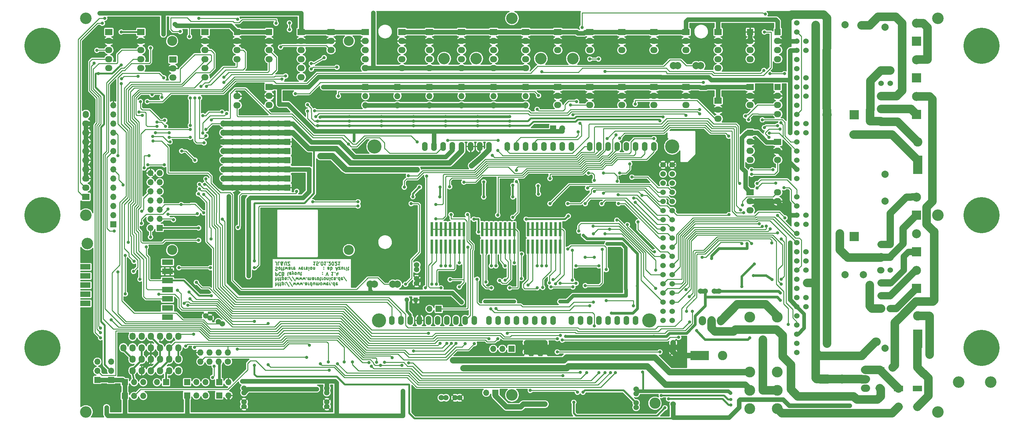
<source format=gbr>
G04 #@! TF.GenerationSoftware,KiCad,Pcbnew,(5.99.0-7935-g797175e0f2)*
G04 #@! TF.CreationDate,2021-01-18T22:07:49+01:00*
G04 #@! TF.ProjectId,ardumower mega shield svn,61726475-6d6f-4776-9572-206d65676120,1.4*
G04 #@! TF.SameCoordinates,PXc1c960PY8a12ae0*
G04 #@! TF.FileFunction,Copper,L2,Bot*
G04 #@! TF.FilePolarity,Positive*
%FSLAX46Y46*%
G04 Gerber Fmt 4.6, Leading zero omitted, Abs format (unit mm)*
G04 Created by KiCad (PCBNEW (5.99.0-7935-g797175e0f2)) date 2021-01-18 22:07:49*
%MOMM*%
%LPD*%
G01*
G04 APERTURE LIST*
%ADD10C,0.225000*%
G04 #@! TA.AperFunction,ComponentPad*
%ADD11R,1.700000X1.700000*%
G04 #@! TD*
G04 #@! TA.AperFunction,ComponentPad*
%ADD12O,1.700000X1.700000*%
G04 #@! TD*
G04 #@! TA.AperFunction,ComponentPad*
%ADD13R,2.499360X1.501140*%
G04 #@! TD*
G04 #@! TA.AperFunction,ComponentPad*
%ADD14O,2.499360X1.501140*%
G04 #@! TD*
G04 #@! TA.AperFunction,ComponentPad*
%ADD15R,1.300000X1.300000*%
G04 #@! TD*
G04 #@! TA.AperFunction,ComponentPad*
%ADD16C,1.300000*%
G04 #@! TD*
G04 #@! TA.AperFunction,ComponentPad*
%ADD17C,1.524000*%
G04 #@! TD*
G04 #@! TA.AperFunction,ComponentPad*
%ADD18C,2.000000*%
G04 #@! TD*
G04 #@! TA.AperFunction,ComponentPad*
%ADD19C,3.200000*%
G04 #@! TD*
G04 #@! TA.AperFunction,ComponentPad*
%ADD20C,10.000000*%
G04 #@! TD*
G04 #@! TA.AperFunction,ComponentPad*
%ADD21C,1.501140*%
G04 #@! TD*
G04 #@! TA.AperFunction,ComponentPad*
%ADD22R,2.500000X2.500000*%
G04 #@! TD*
G04 #@! TA.AperFunction,ComponentPad*
%ADD23C,2.500000*%
G04 #@! TD*
G04 #@! TA.AperFunction,ComponentPad*
%ADD24R,2.600000X2.600000*%
G04 #@! TD*
G04 #@! TA.AperFunction,ComponentPad*
%ADD25C,2.600000*%
G04 #@! TD*
G04 #@! TA.AperFunction,ComponentPad*
%ADD26C,3.100000*%
G04 #@! TD*
G04 #@! TA.AperFunction,ComponentPad*
%ADD27C,2.999740*%
G04 #@! TD*
G04 #@! TA.AperFunction,ComponentPad*
%ADD28O,2.032000X2.540000*%
G04 #@! TD*
G04 #@! TA.AperFunction,ComponentPad*
%ADD29O,2.540000X2.032000*%
G04 #@! TD*
G04 #@! TA.AperFunction,ComponentPad*
%ADD30R,2.032000X1.720000*%
G04 #@! TD*
G04 #@! TA.AperFunction,ComponentPad*
%ADD31O,2.032000X1.720000*%
G04 #@! TD*
G04 #@! TA.AperFunction,ComponentPad*
%ADD32O,2.032000X1.710000*%
G04 #@! TD*
G04 #@! TA.AperFunction,ComponentPad*
%ADD33R,2.032000X1.727200*%
G04 #@! TD*
G04 #@! TA.AperFunction,ComponentPad*
%ADD34O,2.032000X1.727200*%
G04 #@! TD*
G04 #@! TA.AperFunction,ComponentPad*
%ADD35R,1.720000X1.720000*%
G04 #@! TD*
G04 #@! TA.AperFunction,ComponentPad*
%ADD36O,2.023000X1.720000*%
G04 #@! TD*
G04 #@! TA.AperFunction,ComponentPad*
%ADD37R,2.032000X1.700000*%
G04 #@! TD*
G04 #@! TA.AperFunction,ComponentPad*
%ADD38R,2.032000X1.710000*%
G04 #@! TD*
G04 #@! TA.AperFunction,ComponentPad*
%ADD39C,1.998980*%
G04 #@! TD*
G04 #@! TA.AperFunction,ComponentPad*
%ADD40O,1.727200X2.032000*%
G04 #@! TD*
G04 #@! TA.AperFunction,ComponentPad*
%ADD41C,2.750000*%
G04 #@! TD*
G04 #@! TA.AperFunction,ComponentPad*
%ADD42R,1.524000X1.524000*%
G04 #@! TD*
G04 #@! TA.AperFunction,ComponentPad*
%ADD43O,1.727200X1.727200*%
G04 #@! TD*
G04 #@! TA.AperFunction,ComponentPad*
%ADD44C,1.727200*%
G04 #@! TD*
G04 #@! TA.AperFunction,ComponentPad*
%ADD45C,2.400000*%
G04 #@! TD*
G04 #@! TA.AperFunction,ComponentPad*
%ADD46C,3.937000*%
G04 #@! TD*
G04 #@! TA.AperFunction,ComponentPad*
%ADD47O,1.524000X2.540000*%
G04 #@! TD*
G04 #@! TA.AperFunction,SMDPad,CuDef*
%ADD48R,0.660400X4.000000*%
G04 #@! TD*
G04 #@! TA.AperFunction,ViaPad*
%ADD49C,0.889000*%
G04 #@! TD*
G04 #@! TA.AperFunction,ViaPad*
%ADD50C,1.300000*%
G04 #@! TD*
G04 #@! TA.AperFunction,ViaPad*
%ADD51C,1.600000*%
G04 #@! TD*
G04 #@! TA.AperFunction,Conductor*
%ADD52C,0.254000*%
G04 #@! TD*
G04 #@! TA.AperFunction,Conductor*
%ADD53C,0.508000*%
G04 #@! TD*
G04 #@! TA.AperFunction,Conductor*
%ADD54C,2.358000*%
G04 #@! TD*
G04 #@! TA.AperFunction,Conductor*
%ADD55C,0.500000*%
G04 #@! TD*
G04 #@! TA.AperFunction,Conductor*
%ADD56C,1.270000*%
G04 #@! TD*
G04 #@! TA.AperFunction,Conductor*
%ADD57C,1.778000*%
G04 #@! TD*
G04 #@! TA.AperFunction,Conductor*
%ADD58C,0.635000*%
G04 #@! TD*
G04 #@! TA.AperFunction,Conductor*
%ADD59C,0.762000*%
G04 #@! TD*
G04 #@! TA.AperFunction,Conductor*
%ADD60C,1.524000*%
G04 #@! TD*
G04 #@! TA.AperFunction,Conductor*
%ADD61C,1.016000*%
G04 #@! TD*
G04 #@! TA.AperFunction,Conductor*
%ADD62C,2.032000*%
G04 #@! TD*
G04 #@! TA.AperFunction,Conductor*
%ADD63C,0.304800*%
G04 #@! TD*
G04 APERTURE END LIST*
D10*
X70337535Y38403143D02*
X70337535Y37503143D01*
X70723250Y38403143D02*
X70723250Y37931715D01*
X70680392Y37846000D01*
X70594678Y37803143D01*
X70466107Y37803143D01*
X70380392Y37846000D01*
X70337535Y37888858D01*
X71023250Y37803143D02*
X71366107Y37803143D01*
X71151821Y37503143D02*
X71151821Y38274572D01*
X71194678Y38360286D01*
X71280392Y38403143D01*
X71366107Y38403143D01*
X71537535Y37803143D02*
X71880392Y37803143D01*
X71666107Y37503143D02*
X71666107Y38274572D01*
X71708964Y38360286D01*
X71794678Y38403143D01*
X71880392Y38403143D01*
X72180392Y37803143D02*
X72180392Y38703143D01*
X72180392Y37846000D02*
X72266107Y37803143D01*
X72437535Y37803143D01*
X72523250Y37846000D01*
X72566107Y37888858D01*
X72608964Y37974572D01*
X72608964Y38231715D01*
X72566107Y38317429D01*
X72523250Y38360286D01*
X72437535Y38403143D01*
X72266107Y38403143D01*
X72180392Y38360286D01*
X72994678Y38317429D02*
X73037535Y38360286D01*
X72994678Y38403143D01*
X72951821Y38360286D01*
X72994678Y38317429D01*
X72994678Y38403143D01*
X72994678Y37846000D02*
X73037535Y37888858D01*
X72994678Y37931715D01*
X72951821Y37888858D01*
X72994678Y37846000D01*
X72994678Y37931715D01*
X74066107Y37460286D02*
X73294678Y38617429D01*
X75008964Y37460286D02*
X74237535Y38617429D01*
X75223250Y37803143D02*
X75394678Y38403143D01*
X75566107Y37974572D01*
X75737535Y38403143D01*
X75908964Y37803143D01*
X76166107Y37803143D02*
X76337535Y38403143D01*
X76508964Y37974572D01*
X76680392Y38403143D01*
X76851821Y37803143D01*
X77108964Y37803143D02*
X77280392Y38403143D01*
X77451821Y37974572D01*
X77623250Y38403143D01*
X77794678Y37803143D01*
X78137535Y38317429D02*
X78180392Y38360286D01*
X78137535Y38403143D01*
X78094678Y38360286D01*
X78137535Y38317429D01*
X78137535Y38403143D01*
X78951821Y38403143D02*
X78951821Y37931715D01*
X78908964Y37846000D01*
X78823250Y37803143D01*
X78651821Y37803143D01*
X78566107Y37846000D01*
X78951821Y38360286D02*
X78866107Y38403143D01*
X78651821Y38403143D01*
X78566107Y38360286D01*
X78523250Y38274572D01*
X78523250Y38188858D01*
X78566107Y38103143D01*
X78651821Y38060286D01*
X78866107Y38060286D01*
X78951821Y38017429D01*
X79380392Y38403143D02*
X79380392Y37803143D01*
X79380392Y37974572D02*
X79423250Y37888858D01*
X79466107Y37846000D01*
X79551821Y37803143D01*
X79637535Y37803143D01*
X80323250Y38403143D02*
X80323250Y37503143D01*
X80323250Y38360286D02*
X80237535Y38403143D01*
X80066107Y38403143D01*
X79980392Y38360286D01*
X79937535Y38317429D01*
X79894678Y38231715D01*
X79894678Y37974572D01*
X79937535Y37888858D01*
X79980392Y37846000D01*
X80066107Y37803143D01*
X80237535Y37803143D01*
X80323250Y37846000D01*
X81137535Y37803143D02*
X81137535Y38403143D01*
X80751821Y37803143D02*
X80751821Y38274572D01*
X80794678Y38360286D01*
X80880392Y38403143D01*
X81008964Y38403143D01*
X81094678Y38360286D01*
X81137535Y38317429D01*
X81566107Y38403143D02*
X81566107Y37803143D01*
X81566107Y37888858D02*
X81608964Y37846000D01*
X81694678Y37803143D01*
X81823250Y37803143D01*
X81908964Y37846000D01*
X81951821Y37931715D01*
X81951821Y38403143D01*
X81951821Y37931715D02*
X81994678Y37846000D01*
X82080392Y37803143D01*
X82208964Y37803143D01*
X82294678Y37846000D01*
X82337535Y37931715D01*
X82337535Y38403143D01*
X82894678Y38403143D02*
X82808964Y38360286D01*
X82766107Y38317429D01*
X82723250Y38231715D01*
X82723250Y37974572D01*
X82766107Y37888858D01*
X82808964Y37846000D01*
X82894678Y37803143D01*
X83023250Y37803143D01*
X83108964Y37846000D01*
X83151821Y37888858D01*
X83194678Y37974572D01*
X83194678Y38231715D01*
X83151821Y38317429D01*
X83108964Y38360286D01*
X83023250Y38403143D01*
X82894678Y38403143D01*
X83494678Y37803143D02*
X83666107Y38403143D01*
X83837535Y37974572D01*
X84008964Y38403143D01*
X84180392Y37803143D01*
X84866107Y38360286D02*
X84780392Y38403143D01*
X84608964Y38403143D01*
X84523250Y38360286D01*
X84480392Y38274572D01*
X84480392Y37931715D01*
X84523250Y37846000D01*
X84608964Y37803143D01*
X84780392Y37803143D01*
X84866107Y37846000D01*
X84908964Y37931715D01*
X84908964Y38017429D01*
X84480392Y38103143D01*
X85294678Y38403143D02*
X85294678Y37803143D01*
X85294678Y37974572D02*
X85337535Y37888858D01*
X85380392Y37846000D01*
X85466107Y37803143D01*
X85551821Y37803143D01*
X85851821Y38317429D02*
X85894678Y38360286D01*
X85851821Y38403143D01*
X85808964Y38360286D01*
X85851821Y38317429D01*
X85851821Y38403143D01*
X86666107Y38403143D02*
X86666107Y37503143D01*
X86666107Y38360286D02*
X86580392Y38403143D01*
X86408964Y38403143D01*
X86323250Y38360286D01*
X86280392Y38317429D01*
X86237535Y38231715D01*
X86237535Y37974572D01*
X86280392Y37888858D01*
X86323250Y37846000D01*
X86408964Y37803143D01*
X86580392Y37803143D01*
X86666107Y37846000D01*
X87437535Y38360286D02*
X87351821Y38403143D01*
X87180392Y38403143D01*
X87094678Y38360286D01*
X87051821Y38274572D01*
X87051821Y37931715D01*
X87094678Y37846000D01*
X87180392Y37803143D01*
X87351821Y37803143D01*
X87437535Y37846000D01*
X87480392Y37931715D01*
X87480392Y38017429D01*
X87051821Y38103143D01*
X70337535Y39852143D02*
X70337535Y38952143D01*
X70723250Y39852143D02*
X70723250Y39380715D01*
X70680392Y39295000D01*
X70594678Y39252143D01*
X70466107Y39252143D01*
X70380392Y39295000D01*
X70337535Y39337858D01*
X71023250Y39252143D02*
X71366107Y39252143D01*
X71151821Y38952143D02*
X71151821Y39723572D01*
X71194678Y39809286D01*
X71280392Y39852143D01*
X71366107Y39852143D01*
X71537535Y39252143D02*
X71880392Y39252143D01*
X71666107Y38952143D02*
X71666107Y39723572D01*
X71708964Y39809286D01*
X71794678Y39852143D01*
X71880392Y39852143D01*
X72180392Y39252143D02*
X72180392Y40152143D01*
X72180392Y39295000D02*
X72266107Y39252143D01*
X72437535Y39252143D01*
X72523250Y39295000D01*
X72566107Y39337858D01*
X72608964Y39423572D01*
X72608964Y39680715D01*
X72566107Y39766429D01*
X72523250Y39809286D01*
X72437535Y39852143D01*
X72266107Y39852143D01*
X72180392Y39809286D01*
X72951821Y39809286D02*
X73037535Y39852143D01*
X73208964Y39852143D01*
X73294678Y39809286D01*
X73337535Y39723572D01*
X73337535Y39680715D01*
X73294678Y39595000D01*
X73208964Y39552143D01*
X73080392Y39552143D01*
X72994678Y39509286D01*
X72951821Y39423572D01*
X72951821Y39380715D01*
X72994678Y39295000D01*
X73080392Y39252143D01*
X73208964Y39252143D01*
X73294678Y39295000D01*
X73723250Y39766429D02*
X73766107Y39809286D01*
X73723250Y39852143D01*
X73680392Y39809286D01*
X73723250Y39766429D01*
X73723250Y39852143D01*
X73723250Y39295000D02*
X73766107Y39337858D01*
X73723250Y39380715D01*
X73680392Y39337858D01*
X73723250Y39295000D01*
X73723250Y39380715D01*
X74794678Y38909286D02*
X74023250Y40066429D01*
X75737535Y38909286D02*
X74966107Y40066429D01*
X75951821Y39252143D02*
X76123250Y39852143D01*
X76294678Y39423572D01*
X76466107Y39852143D01*
X76637535Y39252143D01*
X76894678Y39252143D02*
X77066107Y39852143D01*
X77237535Y39423572D01*
X77408964Y39852143D01*
X77580392Y39252143D01*
X77837535Y39252143D02*
X78008964Y39852143D01*
X78180392Y39423572D01*
X78351821Y39852143D01*
X78523249Y39252143D01*
X78866107Y39766429D02*
X78908964Y39809286D01*
X78866107Y39852143D01*
X78823249Y39809286D01*
X78866107Y39766429D01*
X78866107Y39852143D01*
X79294678Y39852143D02*
X79294678Y39252143D01*
X79294678Y39337858D02*
X79337535Y39295000D01*
X79423249Y39252143D01*
X79551821Y39252143D01*
X79637535Y39295000D01*
X79680392Y39380715D01*
X79680392Y39852143D01*
X79680392Y39380715D02*
X79723249Y39295000D01*
X79808964Y39252143D01*
X79937535Y39252143D01*
X80023249Y39295000D01*
X80066107Y39380715D01*
X80066107Y39852143D01*
X80880392Y39852143D02*
X80880392Y39380715D01*
X80837535Y39295000D01*
X80751821Y39252143D01*
X80580392Y39252143D01*
X80494678Y39295000D01*
X80880392Y39809286D02*
X80794678Y39852143D01*
X80580392Y39852143D01*
X80494678Y39809286D01*
X80451821Y39723572D01*
X80451821Y39637858D01*
X80494678Y39552143D01*
X80580392Y39509286D01*
X80794678Y39509286D01*
X80880392Y39466429D01*
X81308964Y39852143D02*
X81308964Y39252143D01*
X81308964Y39423572D02*
X81351821Y39337858D01*
X81394678Y39295000D01*
X81480392Y39252143D01*
X81566107Y39252143D01*
X81994678Y39852143D02*
X81908964Y39809286D01*
X81866107Y39766429D01*
X81823249Y39680715D01*
X81823249Y39423572D01*
X81866107Y39337858D01*
X81908964Y39295000D01*
X81994678Y39252143D01*
X82123249Y39252143D01*
X82208964Y39295000D01*
X82251821Y39337858D01*
X82294678Y39423572D01*
X82294678Y39680715D01*
X82251821Y39766429D01*
X82208964Y39809286D01*
X82123249Y39852143D01*
X81994678Y39852143D01*
X82551821Y39252143D02*
X82894678Y39252143D01*
X82680392Y38952143D02*
X82680392Y39723572D01*
X82723249Y39809286D01*
X82808964Y39852143D01*
X82894678Y39852143D01*
X83194678Y39852143D02*
X83194678Y39252143D01*
X83194678Y39423572D02*
X83237535Y39337858D01*
X83280392Y39295000D01*
X83366107Y39252143D01*
X83451821Y39252143D01*
X83880392Y39852143D02*
X83794678Y39809286D01*
X83751821Y39766429D01*
X83708964Y39680715D01*
X83708964Y39423572D01*
X83751821Y39337858D01*
X83794678Y39295000D01*
X83880392Y39252143D01*
X84008964Y39252143D01*
X84094678Y39295000D01*
X84137535Y39337858D01*
X84180392Y39423572D01*
X84180392Y39680715D01*
X84137535Y39766429D01*
X84094678Y39809286D01*
X84008964Y39852143D01*
X83880392Y39852143D01*
X84566107Y39252143D02*
X84566107Y39852143D01*
X84566107Y39337858D02*
X84608964Y39295000D01*
X84694678Y39252143D01*
X84823249Y39252143D01*
X84908964Y39295000D01*
X84951821Y39380715D01*
X84951821Y39852143D01*
X85380392Y39852143D02*
X85380392Y39252143D01*
X85380392Y38952143D02*
X85337535Y38995000D01*
X85380392Y39037858D01*
X85423249Y38995000D01*
X85380392Y38952143D01*
X85380392Y39037858D01*
X86194678Y39809286D02*
X86108964Y39852143D01*
X85937535Y39852143D01*
X85851821Y39809286D01*
X85808964Y39766429D01*
X85766107Y39680715D01*
X85766107Y39423572D01*
X85808964Y39337858D01*
X85851821Y39295000D01*
X85937535Y39252143D01*
X86108964Y39252143D01*
X86194678Y39295000D01*
X86537535Y39809286D02*
X86623250Y39852143D01*
X86794678Y39852143D01*
X86880392Y39809286D01*
X86923250Y39723572D01*
X86923250Y39680715D01*
X86880392Y39595000D01*
X86794678Y39552143D01*
X86666107Y39552143D01*
X86580392Y39509286D01*
X86537535Y39423572D01*
X86537535Y39380715D01*
X86580392Y39295000D01*
X86666107Y39252143D01*
X86794678Y39252143D01*
X86880392Y39295000D01*
X87308964Y39766429D02*
X87351821Y39809286D01*
X87308964Y39852143D01*
X87266107Y39809286D01*
X87308964Y39766429D01*
X87308964Y39852143D01*
X88123250Y39852143D02*
X88123250Y38952143D01*
X88123250Y39809286D02*
X88037535Y39852143D01*
X87866107Y39852143D01*
X87780392Y39809286D01*
X87737535Y39766429D01*
X87694678Y39680715D01*
X87694678Y39423572D01*
X87737535Y39337858D01*
X87780392Y39295000D01*
X87866107Y39252143D01*
X88037535Y39252143D01*
X88123250Y39295000D01*
X88894678Y39809286D02*
X88808964Y39852143D01*
X88637535Y39852143D01*
X88551821Y39809286D01*
X88508964Y39723572D01*
X88508964Y39380715D01*
X88551821Y39295000D01*
X88637535Y39252143D01*
X88808964Y39252143D01*
X88894678Y39295000D01*
X88937535Y39380715D01*
X88937535Y39466429D01*
X88508964Y39552143D01*
X89966107Y38909286D02*
X89194678Y40066429D01*
X70337535Y41301143D02*
X70337535Y40401143D01*
X70680392Y40401143D01*
X70766107Y40444000D01*
X70808964Y40486858D01*
X70851821Y40572572D01*
X70851821Y40701143D01*
X70808964Y40786858D01*
X70766107Y40829715D01*
X70680392Y40872572D01*
X70337535Y40872572D01*
X71751821Y41215429D02*
X71708964Y41258286D01*
X71580392Y41301143D01*
X71494678Y41301143D01*
X71366107Y41258286D01*
X71280392Y41172572D01*
X71237535Y41086858D01*
X71194678Y40915429D01*
X71194678Y40786858D01*
X71237535Y40615429D01*
X71280392Y40529715D01*
X71366107Y40444000D01*
X71494678Y40401143D01*
X71580392Y40401143D01*
X71708964Y40444000D01*
X71751821Y40486858D01*
X72437535Y40829715D02*
X72566107Y40872572D01*
X72608964Y40915429D01*
X72651821Y41001143D01*
X72651821Y41129715D01*
X72608964Y41215429D01*
X72566107Y41258286D01*
X72480392Y41301143D01*
X72137535Y41301143D01*
X72137535Y40401143D01*
X72437535Y40401143D01*
X72523250Y40444000D01*
X72566107Y40486858D01*
X72608964Y40572572D01*
X72608964Y40658286D01*
X72566107Y40744000D01*
X72523250Y40786858D01*
X72437535Y40829715D01*
X72137535Y40829715D01*
X73851821Y41301143D02*
X73766107Y41258286D01*
X73723250Y41172572D01*
X73723250Y40401143D01*
X74580392Y41301143D02*
X74580392Y40829715D01*
X74537535Y40744000D01*
X74451821Y40701143D01*
X74280392Y40701143D01*
X74194678Y40744000D01*
X74580392Y41258286D02*
X74494678Y41301143D01*
X74280392Y41301143D01*
X74194678Y41258286D01*
X74151821Y41172572D01*
X74151821Y41086858D01*
X74194678Y41001143D01*
X74280392Y40958286D01*
X74494678Y40958286D01*
X74580392Y40915429D01*
X74923250Y40701143D02*
X75137535Y41301143D01*
X75351821Y40701143D02*
X75137535Y41301143D01*
X75051821Y41515429D01*
X75008964Y41558286D01*
X74923250Y41601143D01*
X75823250Y41301143D02*
X75737535Y41258286D01*
X75694678Y41215429D01*
X75651821Y41129715D01*
X75651821Y40872572D01*
X75694678Y40786858D01*
X75737535Y40744000D01*
X75823250Y40701143D01*
X75951821Y40701143D01*
X76037535Y40744000D01*
X76080392Y40786858D01*
X76123250Y40872572D01*
X76123250Y41129715D01*
X76080392Y41215429D01*
X76037535Y41258286D01*
X75951821Y41301143D01*
X75823250Y41301143D01*
X76894678Y40701143D02*
X76894678Y41301143D01*
X76508964Y40701143D02*
X76508964Y41172572D01*
X76551821Y41258286D01*
X76637535Y41301143D01*
X76766107Y41301143D01*
X76851821Y41258286D01*
X76894678Y41215429D01*
X77194678Y40701143D02*
X77537535Y40701143D01*
X77323250Y40401143D02*
X77323250Y41172572D01*
X77366107Y41258286D01*
X77451821Y41301143D01*
X77537535Y41301143D01*
X83323250Y41215429D02*
X83366107Y41258286D01*
X83323250Y41301143D01*
X83280392Y41258286D01*
X83323250Y41215429D01*
X83323250Y41301143D01*
X83323250Y40744000D02*
X83366107Y40786858D01*
X83323250Y40829715D01*
X83280392Y40786858D01*
X83323250Y40744000D01*
X83323250Y40829715D01*
X84308964Y40401143D02*
X84608964Y41301143D01*
X84908964Y40401143D01*
X86366107Y41301143D02*
X85851821Y41301143D01*
X86108964Y41301143D02*
X86108964Y40401143D01*
X86023250Y40529715D01*
X85937535Y40615429D01*
X85851821Y40658286D01*
X86751821Y41215429D02*
X86794678Y41258286D01*
X86751821Y41301143D01*
X86708964Y41258286D01*
X86751821Y41215429D01*
X86751821Y41301143D01*
X87566107Y40701143D02*
X87566107Y41301143D01*
X87351821Y40358286D02*
X87137535Y41001143D01*
X87694678Y41001143D01*
X70294678Y42707286D02*
X70423250Y42750143D01*
X70637535Y42750143D01*
X70723250Y42707286D01*
X70766107Y42664429D01*
X70808964Y42578715D01*
X70808964Y42493000D01*
X70766107Y42407286D01*
X70723250Y42364429D01*
X70637535Y42321572D01*
X70466107Y42278715D01*
X70380392Y42235858D01*
X70337535Y42193000D01*
X70294678Y42107286D01*
X70294678Y42021572D01*
X70337535Y41935858D01*
X70380392Y41893000D01*
X70466107Y41850143D01*
X70680392Y41850143D01*
X70808964Y41893000D01*
X71323250Y42750143D02*
X71237535Y42707286D01*
X71194678Y42664429D01*
X71151821Y42578715D01*
X71151821Y42321572D01*
X71194678Y42235858D01*
X71237535Y42193000D01*
X71323250Y42150143D01*
X71451821Y42150143D01*
X71537535Y42193000D01*
X71580392Y42235858D01*
X71623250Y42321572D01*
X71623250Y42578715D01*
X71580392Y42664429D01*
X71537535Y42707286D01*
X71451821Y42750143D01*
X71323250Y42750143D01*
X71880392Y42150143D02*
X72223250Y42150143D01*
X72008964Y42750143D02*
X72008964Y41978715D01*
X72051821Y41893000D01*
X72137535Y41850143D01*
X72223250Y41850143D01*
X72394678Y42150143D02*
X72737535Y42150143D01*
X72523250Y41850143D02*
X72523250Y42621572D01*
X72566107Y42707286D01*
X72651821Y42750143D01*
X72737535Y42750143D01*
X72951821Y42150143D02*
X73123250Y42750143D01*
X73294678Y42321572D01*
X73466107Y42750143D01*
X73637535Y42150143D01*
X74366107Y42750143D02*
X74366107Y42278715D01*
X74323250Y42193000D01*
X74237535Y42150143D01*
X74066107Y42150143D01*
X73980392Y42193000D01*
X74366107Y42707286D02*
X74280392Y42750143D01*
X74066107Y42750143D01*
X73980392Y42707286D01*
X73937535Y42621572D01*
X73937535Y42535858D01*
X73980392Y42450143D01*
X74066107Y42407286D01*
X74280392Y42407286D01*
X74366107Y42364429D01*
X74794678Y42750143D02*
X74794678Y42150143D01*
X74794678Y42321572D02*
X74837535Y42235858D01*
X74880392Y42193000D01*
X74966107Y42150143D01*
X75051821Y42150143D01*
X75694678Y42707286D02*
X75608964Y42750143D01*
X75437535Y42750143D01*
X75351821Y42707286D01*
X75308964Y42621572D01*
X75308964Y42278715D01*
X75351821Y42193000D01*
X75437535Y42150143D01*
X75608964Y42150143D01*
X75694678Y42193000D01*
X75737535Y42278715D01*
X75737535Y42364429D01*
X75308964Y42450143D01*
X76723250Y42150143D02*
X76937535Y42750143D01*
X77151821Y42150143D01*
X77837535Y42707286D02*
X77751821Y42750143D01*
X77580392Y42750143D01*
X77494678Y42707286D01*
X77451821Y42621572D01*
X77451821Y42278715D01*
X77494678Y42193000D01*
X77580392Y42150143D01*
X77751821Y42150143D01*
X77837535Y42193000D01*
X77880392Y42278715D01*
X77880392Y42364429D01*
X77451821Y42450143D01*
X78266107Y42750143D02*
X78266107Y42150143D01*
X78266107Y42321572D02*
X78308964Y42235858D01*
X78351821Y42193000D01*
X78437535Y42150143D01*
X78523250Y42150143D01*
X78780392Y42707286D02*
X78866107Y42750143D01*
X79037535Y42750143D01*
X79123250Y42707286D01*
X79166107Y42621572D01*
X79166107Y42578715D01*
X79123250Y42493000D01*
X79037535Y42450143D01*
X78908964Y42450143D01*
X78823250Y42407286D01*
X78780392Y42321572D01*
X78780392Y42278715D01*
X78823250Y42193000D01*
X78908964Y42150143D01*
X79037535Y42150143D01*
X79123250Y42193000D01*
X79551821Y42750143D02*
X79551821Y42150143D01*
X79551821Y41850143D02*
X79508964Y41893000D01*
X79551821Y41935858D01*
X79594678Y41893000D01*
X79551821Y41850143D01*
X79551821Y41935858D01*
X80108964Y42750143D02*
X80023250Y42707286D01*
X79980392Y42664429D01*
X79937535Y42578715D01*
X79937535Y42321572D01*
X79980392Y42235858D01*
X80023250Y42193000D01*
X80108964Y42150143D01*
X80237535Y42150143D01*
X80323250Y42193000D01*
X80366107Y42235858D01*
X80408964Y42321572D01*
X80408964Y42578715D01*
X80366107Y42664429D01*
X80323250Y42707286D01*
X80237535Y42750143D01*
X80108964Y42750143D01*
X80794678Y42150143D02*
X80794678Y42750143D01*
X80794678Y42235858D02*
X80837535Y42193000D01*
X80923250Y42150143D01*
X81051821Y42150143D01*
X81137535Y42193000D01*
X81180392Y42278715D01*
X81180392Y42750143D01*
X83666107Y42664429D02*
X83708964Y42707286D01*
X83666107Y42750143D01*
X83623250Y42707286D01*
X83666107Y42664429D01*
X83666107Y42750143D01*
X83666107Y42193000D02*
X83708964Y42235858D01*
X83666107Y42278715D01*
X83623250Y42235858D01*
X83666107Y42193000D01*
X83666107Y42278715D01*
X85166107Y42750143D02*
X85166107Y42278715D01*
X85123250Y42193000D01*
X85037535Y42150143D01*
X84866107Y42150143D01*
X84780392Y42193000D01*
X85166107Y42707286D02*
X85080392Y42750143D01*
X84866107Y42750143D01*
X84780392Y42707286D01*
X84737535Y42621572D01*
X84737535Y42535858D01*
X84780392Y42450143D01*
X84866107Y42407286D01*
X85080392Y42407286D01*
X85166107Y42364429D01*
X85594678Y42750143D02*
X85594678Y41850143D01*
X85594678Y42193000D02*
X85680392Y42150143D01*
X85851821Y42150143D01*
X85937535Y42193000D01*
X85980392Y42235858D01*
X86023250Y42321572D01*
X86023250Y42578715D01*
X85980392Y42664429D01*
X85937535Y42707286D01*
X85851821Y42750143D01*
X85680392Y42750143D01*
X85594678Y42707286D01*
X87051821Y42493000D02*
X87480392Y42493000D01*
X86966107Y42750143D02*
X87266107Y41850143D01*
X87566107Y42750143D01*
X87780392Y42150143D02*
X88251821Y42150143D01*
X87780392Y42750143D01*
X88251821Y42750143D01*
X88980392Y42150143D02*
X88980392Y42750143D01*
X88594678Y42150143D02*
X88594678Y42621572D01*
X88637535Y42707286D01*
X88723250Y42750143D01*
X88851821Y42750143D01*
X88937535Y42707286D01*
X88980392Y42664429D01*
X89408964Y42750143D02*
X89408964Y42150143D01*
X89408964Y42321572D02*
X89451821Y42235858D01*
X89494678Y42193000D01*
X89580392Y42150143D01*
X89666107Y42150143D01*
X89966107Y42750143D02*
X89966107Y42150143D01*
X89966107Y41850143D02*
X89923250Y41893000D01*
X89966107Y41935858D01*
X90008964Y41893000D01*
X89966107Y41850143D01*
X89966107Y41935858D01*
X90266107Y42150143D02*
X90608964Y42150143D01*
X90394678Y41850143D02*
X90394678Y42621572D01*
X90437535Y42707286D01*
X90523250Y42750143D01*
X90608964Y42750143D01*
X70594678Y43299143D02*
X70594678Y43942000D01*
X70551821Y44070572D01*
X70466107Y44156286D01*
X70337535Y44199143D01*
X70251821Y44199143D01*
X71451821Y44199143D02*
X71023250Y44199143D01*
X71023250Y43299143D01*
X72480392Y44199143D02*
X72437535Y44199143D01*
X72351821Y44156286D01*
X72223250Y44027715D01*
X72008964Y43770572D01*
X71923250Y43642000D01*
X71880392Y43513429D01*
X71880392Y43427715D01*
X71923250Y43342000D01*
X72008964Y43299143D01*
X72051821Y43299143D01*
X72137535Y43342000D01*
X72180392Y43427715D01*
X72180392Y43470572D01*
X72137535Y43556286D01*
X72094678Y43599143D01*
X71837535Y43770572D01*
X71794678Y43813429D01*
X71751821Y43899143D01*
X71751821Y44027715D01*
X71794678Y44113429D01*
X71837535Y44156286D01*
X71923250Y44199143D01*
X72051821Y44199143D01*
X72137535Y44156286D01*
X72180392Y44113429D01*
X72308964Y43942000D01*
X72351821Y43813429D01*
X72351821Y43727715D01*
X72866107Y43299143D02*
X72866107Y44027715D01*
X72908964Y44113429D01*
X72951821Y44156286D01*
X73037535Y44199143D01*
X73208964Y44199143D01*
X73294678Y44156286D01*
X73337535Y44113429D01*
X73380392Y44027715D01*
X73380392Y43299143D01*
X73723250Y43299143D02*
X74323250Y43299143D01*
X73723250Y44199143D01*
X74323250Y44199143D01*
X81308964Y44199143D02*
X80794678Y44199143D01*
X81051821Y44199143D02*
X81051821Y43299143D01*
X80966107Y43427715D01*
X80880392Y43513429D01*
X80794678Y43556286D01*
X82123250Y43299143D02*
X81694678Y43299143D01*
X81651821Y43727715D01*
X81694678Y43684858D01*
X81780392Y43642000D01*
X81994678Y43642000D01*
X82080392Y43684858D01*
X82123250Y43727715D01*
X82166107Y43813429D01*
X82166107Y44027715D01*
X82123250Y44113429D01*
X82080392Y44156286D01*
X81994678Y44199143D01*
X81780392Y44199143D01*
X81694678Y44156286D01*
X81651821Y44113429D01*
X82551821Y44113429D02*
X82594678Y44156286D01*
X82551821Y44199143D01*
X82508964Y44156286D01*
X82551821Y44113429D01*
X82551821Y44199143D01*
X83151821Y43299143D02*
X83237535Y43299143D01*
X83323250Y43342000D01*
X83366107Y43384858D01*
X83408964Y43470572D01*
X83451821Y43642000D01*
X83451821Y43856286D01*
X83408964Y44027715D01*
X83366107Y44113429D01*
X83323250Y44156286D01*
X83237535Y44199143D01*
X83151821Y44199143D01*
X83066107Y44156286D01*
X83023250Y44113429D01*
X82980392Y44027715D01*
X82937535Y43856286D01*
X82937535Y43642000D01*
X82980392Y43470572D01*
X83023250Y43384858D01*
X83066107Y43342000D01*
X83151821Y43299143D01*
X84308964Y44199143D02*
X83794678Y44199143D01*
X84051821Y44199143D02*
X84051821Y43299143D01*
X83966107Y43427715D01*
X83880392Y43513429D01*
X83794678Y43556286D01*
X84694678Y44113429D02*
X84737535Y44156286D01*
X84694678Y44199143D01*
X84651821Y44156286D01*
X84694678Y44113429D01*
X84694678Y44199143D01*
X85080392Y43384858D02*
X85123250Y43342000D01*
X85208964Y43299143D01*
X85423250Y43299143D01*
X85508964Y43342000D01*
X85551821Y43384858D01*
X85594678Y43470572D01*
X85594678Y43556286D01*
X85551821Y43684858D01*
X85037535Y44199143D01*
X85594678Y44199143D01*
X86151821Y43299143D02*
X86237535Y43299143D01*
X86323250Y43342000D01*
X86366107Y43384858D01*
X86408964Y43470572D01*
X86451821Y43642000D01*
X86451821Y43856286D01*
X86408964Y44027715D01*
X86366107Y44113429D01*
X86323250Y44156286D01*
X86237535Y44199143D01*
X86151821Y44199143D01*
X86066107Y44156286D01*
X86023250Y44113429D01*
X85980392Y44027715D01*
X85937535Y43856286D01*
X85937535Y43642000D01*
X85980392Y43470572D01*
X86023250Y43384858D01*
X86066107Y43342000D01*
X86151821Y43299143D01*
X86794678Y43384858D02*
X86837535Y43342000D01*
X86923250Y43299143D01*
X87137535Y43299143D01*
X87223250Y43342000D01*
X87266107Y43384858D01*
X87308964Y43470572D01*
X87308964Y43556286D01*
X87266107Y43684858D01*
X86751821Y44199143D01*
X87308964Y44199143D01*
X88166107Y44199143D02*
X87651821Y44199143D01*
X87908964Y44199143D02*
X87908964Y43299143D01*
X87823250Y43427715D01*
X87737535Y43513429D01*
X87651821Y43556286D01*
D11*
X40005000Y10795000D03*
D12*
X37465000Y10795000D03*
D13*
X248285000Y9017000D03*
D14*
X248285000Y3937000D03*
D11*
X73660000Y74930000D03*
D12*
X71120000Y74930000D03*
X68580000Y74930000D03*
X66040000Y74930000D03*
X63500000Y74930000D03*
X60960000Y74930000D03*
X58420000Y74930000D03*
X55880000Y74930000D03*
D15*
X109220000Y33655000D03*
D16*
X106720000Y33655000D03*
D13*
X243078000Y9017000D03*
D14*
X243078000Y3937000D03*
D17*
X214884000Y67310000D03*
X214884000Y69850000D03*
X214884000Y72390000D03*
X214884000Y74930000D03*
X214884000Y77470000D03*
X214884000Y80010000D03*
X214884000Y82550000D03*
X214884000Y85090000D03*
X214884000Y87630000D03*
X214884000Y90170000D03*
X214884000Y92710000D03*
X214884000Y95250000D03*
X214884000Y97790000D03*
X214884000Y100330000D03*
X214884000Y102870000D03*
X214884000Y105410000D03*
X214884000Y107950000D03*
X214884000Y110490000D03*
X238252000Y79502000D03*
X240792000Y79502000D03*
X238252000Y83058000D03*
X240792000Y83058000D03*
X240792000Y86614000D03*
X238252000Y86614000D03*
X240792000Y90170000D03*
X238252000Y90170000D03*
X238252000Y93726000D03*
X240792000Y93726000D03*
X240792000Y97282000D03*
X238252000Y97282000D03*
X217424000Y80010000D03*
X217424000Y82550000D03*
X217424000Y90170000D03*
X217424000Y92710000D03*
X217424000Y95250000D03*
X217424000Y102870000D03*
X217424000Y105410000D03*
D18*
X239331500Y109283500D03*
X239331500Y68516500D03*
D17*
X214884000Y19050000D03*
X214884000Y21590000D03*
X214884000Y24130000D03*
X214884000Y26670000D03*
X214884000Y29210000D03*
X214884000Y31750000D03*
X214884000Y34290000D03*
X214884000Y36830000D03*
X214884000Y39370000D03*
X214884000Y41910000D03*
X214884000Y44450000D03*
X214884000Y46990000D03*
X214884000Y49530000D03*
X214884000Y52070000D03*
X214884000Y54610000D03*
X214884000Y57150000D03*
X214884000Y59690000D03*
X214884000Y62230000D03*
X238252000Y31242000D03*
X240792000Y31242000D03*
X240792000Y34798000D03*
X238252000Y34798000D03*
X238252000Y38354000D03*
X240792000Y38354000D03*
X238252000Y41910000D03*
X240792000Y41910000D03*
X240792000Y45466000D03*
X238252000Y45466000D03*
X240792000Y49022000D03*
X238252000Y49022000D03*
X217424000Y31750000D03*
X217424000Y34290000D03*
X217424000Y41910000D03*
X217424000Y44450000D03*
X217424000Y46990000D03*
X217424000Y54610000D03*
X217424000Y57150000D03*
D18*
X239331500Y20256500D03*
X239331500Y61023500D03*
D19*
X17780000Y57150000D03*
X17780000Y2540000D03*
X135890000Y111760000D03*
X135890000Y7239000D03*
X254000000Y111760000D03*
X254000000Y57150000D03*
X254000000Y2540000D03*
D20*
X5715000Y104140000D03*
X5715000Y57150000D03*
X5715000Y20320000D03*
X266065000Y104140000D03*
X266065000Y57150000D03*
X266065000Y20320000D03*
D19*
X259715000Y10795000D03*
X268605000Y10795000D03*
D11*
X73660000Y77470000D03*
D12*
X71120000Y77470000D03*
X68580000Y77470000D03*
X66040000Y77470000D03*
X63500000Y77470000D03*
X60960000Y77470000D03*
X58420000Y77470000D03*
X55880000Y77470000D03*
D11*
X73660000Y80010000D03*
D12*
X71120000Y80010000D03*
X68580000Y80010000D03*
X66040000Y80010000D03*
X63500000Y80010000D03*
X60960000Y80010000D03*
X58420000Y80010000D03*
X55880000Y80010000D03*
D11*
X73660000Y82550000D03*
D12*
X71120000Y82550000D03*
X68580000Y82550000D03*
X66040000Y82550000D03*
X63500000Y82550000D03*
X60960000Y82550000D03*
X58420000Y82550000D03*
X55880000Y82550000D03*
D21*
X170307000Y7620000D03*
D17*
X170307000Y8890000D03*
D21*
X170307000Y5080000D03*
D17*
X170307000Y3810000D03*
D22*
X248031000Y36830000D03*
D23*
X248031000Y41830000D03*
D22*
X248031000Y46990000D03*
D23*
X248031000Y51990000D03*
D22*
X248031000Y57150000D03*
D23*
X248031000Y62150000D03*
D22*
X248031000Y85090000D03*
D23*
X248031000Y90090000D03*
D22*
X248031000Y95250000D03*
D23*
X248031000Y100250000D03*
D22*
X248031000Y105410000D03*
D23*
X248031000Y110410000D03*
D24*
X248412000Y24130000D03*
X248412000Y21590000D03*
X248412000Y21590000D03*
D25*
X248412000Y29210000D03*
D24*
X189230000Y18161000D03*
X186690000Y18161000D03*
X186690000Y18161000D03*
D25*
X194310000Y18161000D03*
D24*
X248412000Y72390000D03*
X248412000Y69850000D03*
X248412000Y69850000D03*
D25*
X248412000Y77470000D03*
D17*
X142494000Y21717000D03*
X145034000Y21717000D03*
X145034000Y19177000D03*
X139954000Y21717000D03*
X139954000Y19177000D03*
X142494000Y19177000D03*
X145034000Y4699000D03*
X139954000Y4699000D03*
X142494000Y4699000D03*
X180594000Y4699000D03*
X180594000Y21717000D03*
X180594000Y19177000D03*
D26*
X175524000Y4963000D03*
D27*
X201803000Y3429000D03*
X201803000Y13589000D03*
X201803000Y8509000D03*
X209423000Y28829000D03*
X201803000Y28829000D03*
X209423000Y8509000D03*
X209423000Y13589000D03*
X209423000Y3429000D03*
D21*
X189484000Y36068000D03*
D17*
X188214000Y36068000D03*
D21*
X192024000Y36068000D03*
D17*
X193294000Y36068000D03*
D11*
X95250000Y92710000D03*
D12*
X95250000Y90170000D03*
X95250000Y87630000D03*
D11*
X104140000Y92710000D03*
D12*
X104140000Y90170000D03*
X104140000Y87630000D03*
D11*
X113030000Y92710000D03*
D12*
X113030000Y90170000D03*
X113030000Y87630000D03*
D11*
X121920000Y92710000D03*
D12*
X121920000Y90170000D03*
X121920000Y87630000D03*
D11*
X130810000Y92710000D03*
D12*
X130810000Y90170000D03*
X130810000Y87630000D03*
D11*
X139700000Y92710000D03*
D12*
X139700000Y90170000D03*
X139700000Y87630000D03*
D11*
X28575000Y10795000D03*
D12*
X31115000Y10795000D03*
X33655000Y10795000D03*
D28*
X188722000Y27813000D03*
X191262000Y27813000D03*
X193802000Y27813000D03*
D29*
X233934000Y9144000D03*
X233934000Y11684000D03*
X233934000Y14224000D03*
D11*
X73660000Y69850000D03*
D12*
X71120000Y69850000D03*
X68580000Y69850000D03*
X66040000Y69850000D03*
X63500000Y69850000D03*
X60960000Y69850000D03*
X58420000Y69850000D03*
X55880000Y69850000D03*
D11*
X73660000Y67310000D03*
D12*
X71120000Y67310000D03*
X68580000Y67310000D03*
X66040000Y67310000D03*
X63500000Y67310000D03*
X60960000Y67310000D03*
X58420000Y67310000D03*
X55880000Y67310000D03*
D11*
X73660000Y64770000D03*
D12*
X71120000Y64770000D03*
X68580000Y64770000D03*
X66040000Y64770000D03*
X63500000Y64770000D03*
X60960000Y64770000D03*
X58420000Y64770000D03*
X55880000Y64770000D03*
D30*
X209550000Y77470000D03*
D31*
X209550000Y74970000D03*
X209550000Y72470000D03*
D30*
X201930000Y63500000D03*
D32*
X201930000Y61000000D03*
X201930000Y58500000D03*
X209550000Y63500000D03*
X209550000Y61000000D03*
X59690000Y87630000D03*
X59690000Y90130000D03*
D33*
X68580000Y92710000D03*
D34*
X68580000Y90210000D03*
X68580000Y87710000D03*
D30*
X193040000Y107950000D03*
D31*
X193040000Y105450000D03*
X193040000Y102950000D03*
X193040000Y100450000D03*
X193040000Y97950000D03*
D35*
X209550000Y107950000D03*
D31*
X209550000Y105450000D03*
D36*
X209550000Y102950000D03*
D31*
X209550000Y100450000D03*
D35*
X201930000Y107950000D03*
D31*
X201930000Y105450000D03*
D36*
X201930000Y102950000D03*
D31*
X201930000Y100450000D03*
D30*
X95250000Y107950000D03*
D31*
X95250000Y105450000D03*
X95250000Y102950000D03*
X95250000Y100450000D03*
X95250000Y97950000D03*
D30*
X105410000Y107950000D03*
D31*
X105410000Y105450000D03*
X105410000Y102950000D03*
X105410000Y100450000D03*
X105410000Y97950000D03*
D30*
X113030000Y107950000D03*
D31*
X113030000Y105450000D03*
X113030000Y102950000D03*
X113030000Y100450000D03*
X113030000Y97950000D03*
D30*
X121920000Y107950000D03*
D31*
X121920000Y105450000D03*
X121920000Y102950000D03*
X121920000Y100450000D03*
X121920000Y97950000D03*
D37*
X130810000Y107950000D03*
D31*
X130810000Y105450000D03*
X130810000Y102950000D03*
X130810000Y100450000D03*
X130810000Y97950000D03*
D30*
X139700000Y107950000D03*
D31*
X139700000Y105450000D03*
X139700000Y102950000D03*
X139700000Y100450000D03*
X139700000Y97950000D03*
D35*
X201930000Y80010000D03*
D31*
X201930000Y77510000D03*
D36*
X201930000Y75010000D03*
D31*
X201930000Y72510000D03*
D35*
X209550000Y92710000D03*
D31*
X209550000Y90210000D03*
D36*
X209550000Y87710000D03*
D31*
X209550000Y85210000D03*
D30*
X41910000Y100330000D03*
D31*
X41910000Y97830000D03*
X41910000Y95330000D03*
D30*
X85725000Y107950000D03*
D31*
X85725000Y105450000D03*
X85725000Y102950000D03*
D30*
X166370000Y107950000D03*
D31*
X166370000Y105450000D03*
X166370000Y102950000D03*
D30*
X148590000Y92710000D03*
D31*
X148590000Y90210000D03*
X148590000Y87710000D03*
D30*
X157480000Y92710000D03*
D31*
X157480000Y90210000D03*
X157480000Y87710000D03*
D30*
X157480000Y107950000D03*
D31*
X157480000Y105450000D03*
X157480000Y102950000D03*
D30*
X166370000Y92710000D03*
D31*
X166370000Y90210000D03*
X166370000Y87710000D03*
D30*
X148590000Y107950000D03*
D31*
X148590000Y105450000D03*
X148590000Y102950000D03*
D38*
X50800000Y107950000D03*
D32*
X50800000Y105450000D03*
X50800000Y102950000D03*
X50800000Y100450000D03*
X50800000Y97950000D03*
X50800000Y95450000D03*
D38*
X77470000Y107950000D03*
D32*
X77470000Y105450000D03*
X77470000Y102950000D03*
X77470000Y100450000D03*
X77470000Y97950000D03*
X77470000Y95450000D03*
D38*
X201930000Y92710000D03*
D32*
X201930000Y90210000D03*
X201930000Y87710000D03*
D38*
X193040000Y88900000D03*
D32*
X193040000Y86400000D03*
X193040000Y83900000D03*
D19*
X17780000Y111760000D03*
D38*
X184150000Y107950000D03*
D32*
X184150000Y105450000D03*
X184150000Y102950000D03*
D38*
X175260000Y107950000D03*
D32*
X175260000Y105450000D03*
X175260000Y102950000D03*
D38*
X184150000Y92710000D03*
D32*
X184150000Y90210000D03*
X184150000Y87710000D03*
D38*
X175260000Y92710000D03*
D32*
X175260000Y90210000D03*
X175260000Y87710000D03*
D39*
X233299000Y40609520D03*
X228219000Y40609520D03*
X233299000Y109951520D03*
X228219000Y109951520D03*
D11*
X54737000Y7112000D03*
D12*
X57277000Y7112000D03*
D11*
X45847000Y10795000D03*
D12*
X48387000Y10795000D03*
X50927000Y10795000D03*
D11*
X24765000Y11430000D03*
D12*
X24765000Y13970000D03*
X24765000Y16510000D03*
D30*
X33020000Y107950000D03*
D31*
X33020000Y105450000D03*
X33020000Y102950000D03*
X33020000Y100450000D03*
X33020000Y97950000D03*
D22*
X222377000Y11684000D03*
D23*
X227377000Y11684000D03*
D30*
X24130000Y107950000D03*
D31*
X24130000Y105450000D03*
X24130000Y102950000D03*
X24130000Y100450000D03*
X24130000Y97950000D03*
D11*
X54737000Y10795000D03*
D12*
X57277000Y10795000D03*
D11*
X131318000Y7874000D03*
D12*
X128778000Y7874000D03*
D11*
X135763000Y20066000D03*
D12*
X133223000Y20066000D03*
X130683000Y20066000D03*
D33*
X17780000Y62230000D03*
D34*
X17780000Y64770000D03*
X17780000Y67310000D03*
X17780000Y69850000D03*
X17780000Y72390000D03*
X17780000Y74930000D03*
X17780000Y77470000D03*
X17780000Y80010000D03*
X17780000Y82550000D03*
D40*
X17780000Y85090000D03*
D41*
X41667000Y47454000D03*
X90667000Y47454000D03*
X90667000Y105454000D03*
X41667000Y105454000D03*
D19*
X125984000Y100584000D03*
X143891000Y100584000D03*
X152781000Y100584000D03*
X117094000Y100584000D03*
D35*
X59690000Y107950000D03*
D31*
X59690000Y105450000D03*
D36*
X59690000Y102950000D03*
D31*
X59690000Y100450000D03*
D35*
X68580000Y107950000D03*
D31*
X68580000Y105450000D03*
D36*
X68580000Y102950000D03*
D31*
X68580000Y100450000D03*
D11*
X73660000Y72390000D03*
D12*
X71120000Y72390000D03*
X68580000Y72390000D03*
X66040000Y72390000D03*
X63500000Y72390000D03*
X60960000Y72390000D03*
X58420000Y72390000D03*
X55880000Y72390000D03*
D11*
X28575000Y6985000D03*
D12*
X31115000Y6985000D03*
X33655000Y6985000D03*
D11*
X45847000Y7112000D03*
D12*
X48387000Y7112000D03*
X50927000Y7112000D03*
D11*
X20955000Y11430000D03*
D12*
X20955000Y13970000D03*
X20955000Y16510000D03*
D42*
X39648000Y44069000D03*
X41148000Y44069000D03*
X39648000Y41529000D03*
X41148000Y41529000D03*
X41148000Y38989000D03*
X39648000Y38989000D03*
X41148000Y36449000D03*
X39648000Y36449000D03*
X39648000Y33909000D03*
X41148000Y33909000D03*
X39648000Y31369000D03*
X41148000Y31369000D03*
X41148000Y28829000D03*
X39648000Y28829000D03*
X17018000Y42799000D03*
X18288000Y42799000D03*
X17018000Y40259000D03*
X18288000Y40259000D03*
X18288000Y37719000D03*
X17018000Y37719000D03*
X17018000Y35179000D03*
X18288000Y35179000D03*
X17018000Y32639000D03*
X18288000Y32639000D03*
D19*
X18148000Y49259000D03*
D43*
X52070000Y16510000D03*
X49530000Y19050000D03*
X54610000Y19050000D03*
X52070000Y19050000D03*
X57150000Y19050000D03*
X54610000Y16510000D03*
X49530000Y16510000D03*
D44*
X57150000Y16510000D03*
D13*
X237871000Y14224000D03*
D14*
X237871000Y9144000D03*
D11*
X25400000Y54610000D03*
D12*
X25400000Y57150000D03*
X25400000Y59690000D03*
X25400000Y62230000D03*
X25400000Y64770000D03*
X25400000Y67310000D03*
X25400000Y69850000D03*
X25400000Y72390000D03*
X25400000Y74930000D03*
X25400000Y77470000D03*
X25400000Y80010000D03*
X25400000Y82550000D03*
X25400000Y85090000D03*
X25400000Y87630000D03*
D11*
X38227000Y53594000D03*
D12*
X35687000Y53594000D03*
X38227000Y56134000D03*
X35687000Y56134000D03*
X38227000Y58674000D03*
X35687000Y58674000D03*
X38227000Y61214000D03*
X35687000Y61214000D03*
X38227000Y63754000D03*
X35687000Y63754000D03*
X38227000Y66294000D03*
X35687000Y66294000D03*
X38227000Y68834000D03*
X35687000Y68834000D03*
D17*
X116332000Y6477000D03*
D21*
X117602000Y6477000D03*
X120142000Y6477000D03*
D17*
X121412000Y6477000D03*
D21*
X84582000Y7874000D03*
D17*
X84582000Y9144000D03*
X84582000Y4064000D03*
D21*
X84582000Y5334000D03*
D17*
X61595000Y9144000D03*
D21*
X61595000Y7874000D03*
D17*
X61595000Y4064000D03*
D21*
X61595000Y5334000D03*
D11*
X147320000Y81153000D03*
D12*
X149860000Y81153000D03*
D21*
X54483000Y27559000D03*
D17*
X55634011Y27022275D03*
D21*
X52180978Y28632450D03*
D17*
X51029967Y29169176D03*
D24*
X230759000Y51181000D03*
D45*
X223259000Y51181000D03*
D24*
X230759000Y84963000D03*
D25*
X223259000Y84963000D03*
D40*
X30708600Y23520400D03*
X30708600Y20345400D03*
X35788600Y17170400D03*
X35788600Y20345400D03*
X33248600Y13995400D03*
X38328600Y23520400D03*
X40868600Y13995400D03*
X30708600Y17170400D03*
X28168600Y20345400D03*
X43408600Y23520400D03*
X43408600Y13995400D03*
X43408600Y20345400D03*
X43408600Y13995400D03*
X43408600Y17170400D03*
X43408600Y13995400D03*
X40868600Y17170400D03*
X33248600Y23520400D03*
X40868600Y20345400D03*
X38328600Y13995400D03*
X35788600Y13995400D03*
X38328600Y17170400D03*
X35788600Y23520400D03*
X38328600Y20345400D03*
X40868600Y23520400D03*
X33248600Y20345400D03*
X30708600Y13995400D03*
X33248600Y17170400D03*
D18*
X188203840Y98602800D03*
X186944000Y98602800D03*
X181864000Y98602800D03*
X180604160Y98602800D03*
D46*
X173990000Y27940000D03*
X97790000Y76200000D03*
X180340000Y76200000D03*
X99060000Y27940000D03*
D47*
X147320000Y27940000D03*
X144780000Y27940000D03*
X142240000Y27940000D03*
X139700000Y27940000D03*
X119380000Y76200000D03*
X137160000Y27940000D03*
X134620000Y27940000D03*
X121920000Y76200000D03*
D17*
X177800000Y27940000D03*
X180340000Y27940000D03*
D47*
X132080000Y27940000D03*
X129540000Y27940000D03*
X125476000Y27940000D03*
X122936000Y27940000D03*
X120396000Y27940000D03*
X117856000Y27940000D03*
X115316000Y27940000D03*
X112776000Y27940000D03*
X152400000Y27940000D03*
X154940000Y27940000D03*
X157480000Y27940000D03*
X160020000Y27940000D03*
X162560000Y27940000D03*
X165100000Y27940000D03*
X167640000Y27940000D03*
X170180000Y27940000D03*
D17*
X177800000Y30480000D03*
X180340000Y30480000D03*
X177800000Y33020000D03*
X180340000Y33020000D03*
X177800000Y35560000D03*
X180340000Y35560000D03*
X177800000Y38100000D03*
X180340000Y38100000D03*
X177800000Y40640000D03*
X180340000Y40640000D03*
X177800000Y43180000D03*
X180340000Y43180000D03*
X177800000Y45720000D03*
X180340000Y45720000D03*
X177800000Y48260000D03*
X180340000Y48260000D03*
X177800000Y50800000D03*
X180340000Y50800000D03*
X177800000Y53340000D03*
X180340000Y53340000D03*
X177800000Y55880000D03*
X180340000Y55880000D03*
X177800000Y58420000D03*
X180340000Y58420000D03*
X177800000Y60960000D03*
X180340000Y60960000D03*
X177800000Y63500000D03*
X180340000Y63500000D03*
X177800000Y66040000D03*
X180340000Y66040000D03*
X177800000Y68580000D03*
X180340000Y68580000D03*
D47*
X134620000Y76200000D03*
X137160000Y76200000D03*
X139700000Y76200000D03*
X142240000Y76200000D03*
X144780000Y76200000D03*
X147320000Y76200000D03*
X149860000Y76200000D03*
X152400000Y76200000D03*
X157480000Y76200000D03*
X160020000Y76200000D03*
X162560000Y76200000D03*
X165100000Y76200000D03*
X167640000Y76200000D03*
X170180000Y76200000D03*
X172720000Y76200000D03*
X175260000Y76200000D03*
X107696000Y27940000D03*
X111760000Y76200000D03*
X124460000Y76200000D03*
X127000000Y76200000D03*
X110236000Y27940000D03*
D17*
X177800000Y71120000D03*
X180340000Y71120000D03*
D47*
X114300000Y76200000D03*
X116840000Y76200000D03*
X102616000Y27940000D03*
X105156000Y27940000D03*
X129540000Y76200000D03*
D48*
X149225000Y48387000D03*
X147955000Y48387000D03*
X146685000Y48387000D03*
X145415000Y48387000D03*
X144145000Y48387000D03*
X142875000Y48387000D03*
X141605000Y48387000D03*
X140335000Y48387000D03*
X140335000Y53213000D03*
X141605000Y53213000D03*
X142875000Y53213000D03*
X144145000Y53213000D03*
X145415000Y53213000D03*
X146685000Y53213000D03*
X147955000Y53213000D03*
X149225000Y53213000D03*
X122555000Y48387000D03*
X121285000Y48387000D03*
X120015000Y48387000D03*
X118745000Y48387000D03*
X117475000Y48387000D03*
X116205000Y48387000D03*
X114935000Y48387000D03*
X113665000Y48387000D03*
X113665000Y53213000D03*
X114935000Y53213000D03*
X116205000Y53213000D03*
X117475000Y53213000D03*
X118745000Y53213000D03*
X120015000Y53213000D03*
X121285000Y53213000D03*
X122555000Y53213000D03*
X136525000Y48387000D03*
X135255000Y48387000D03*
X133985000Y48387000D03*
X132715000Y48387000D03*
X131445000Y48387000D03*
X130175000Y48387000D03*
X128905000Y48387000D03*
X127635000Y48387000D03*
X127635000Y53213000D03*
X128905000Y53213000D03*
X130175000Y53213000D03*
X131445000Y53213000D03*
X132715000Y53213000D03*
X133985000Y53213000D03*
X135255000Y53213000D03*
X136525000Y53213000D03*
D18*
X104129840Y37973000D03*
X102870000Y37973000D03*
X97790000Y37973000D03*
X96530160Y37973000D03*
D17*
X109474000Y43307000D03*
D21*
X109474000Y42037000D03*
X109474000Y39497000D03*
D17*
X109474000Y38227000D03*
D11*
X115570000Y31115000D03*
D12*
X113030000Y31115000D03*
D49*
X185928012Y30480012D03*
X212471000Y26797000D03*
X185039000Y34544000D03*
X134620000Y24384000D03*
X210566000Y37973000D03*
X162306000Y78359000D03*
X210566000Y39370000D03*
X154241500Y80264000D03*
X211582000Y56388000D03*
X210566000Y50546000D03*
X184150000Y36449000D03*
X176911000Y19177000D03*
X209550000Y57023000D03*
X209486490Y52197000D03*
X148463000Y19177000D03*
X211328000Y64770000D03*
X207518000Y53340000D03*
X203835000Y65913000D03*
X199009000Y65913000D03*
X205867000Y81407000D03*
X209520638Y81956107D03*
X204434230Y54797218D03*
X210439000Y82781617D03*
X205259926Y54006837D03*
X207264000Y79883000D03*
X202311000Y49276000D03*
X149860000Y22479000D03*
X184277000Y30480000D03*
X207391000Y96393000D03*
X211455000Y96393000D03*
X182118000Y23241000D03*
X205295510Y83578451D03*
X206402371Y54081507D03*
X207137000Y78740000D03*
X210185000Y81026000D03*
X155321000Y109220000D03*
X154749500Y82613500D03*
X157480000Y100457000D03*
X159893000Y100457000D03*
X206121000Y112903000D03*
X161671000Y51943000D03*
X158364939Y54067214D03*
X164973000Y55753000D03*
X49276000Y64389000D03*
X44323000Y74930000D03*
X48006000Y72390000D03*
X112776000Y24384000D03*
X131953000Y57150000D03*
X154828105Y13501553D03*
X107199263Y16142186D03*
X100562382Y16319510D03*
X149987000Y12573000D03*
X45004878Y32683490D03*
X115951000Y21590000D03*
X28702000Y35306000D03*
X117856000Y21590000D03*
X37973000Y35179000D03*
X28702000Y45974000D03*
X26670000Y41402000D03*
X120396000Y21590000D03*
X68326000Y15621000D03*
X43180000Y36322000D03*
X68326000Y27051000D03*
X164592000Y13462000D03*
D50*
X236982000Y21971000D03*
D51*
X220091000Y109855000D03*
D50*
X229489000Y4318000D03*
D49*
X50419000Y57785000D03*
X64516000Y27686000D03*
X44196000Y60071000D03*
D51*
X220060000Y56165000D03*
X220060000Y76677000D03*
D49*
X46017700Y32153708D03*
X64516000Y15494000D03*
D51*
X217707000Y38325000D03*
D50*
X241427000Y14859000D03*
D49*
X156591000Y13462000D03*
X96901000Y15240000D03*
X106045000Y64897000D03*
X199644000Y49276000D03*
X188595000Y45466000D03*
X200152000Y57785000D03*
X46736000Y78740000D03*
X50165000Y79883000D03*
X40894000Y78740000D03*
X81153000Y86106000D03*
X187960000Y86423500D03*
X56769000Y85344000D03*
X112268000Y67945000D03*
X111887000Y36957000D03*
X130048000Y31115000D03*
X158750000Y26416000D03*
X199312206Y58624794D03*
X130421951Y73723510D03*
X55499000Y85725000D03*
X187960000Y85217000D03*
X32893000Y88646000D03*
X39624000Y83439000D03*
X50165000Y84772500D03*
X81534021Y84508943D03*
X202311000Y68453000D03*
X46355000Y35814000D03*
X129540000Y22860000D03*
X163195000Y13462000D03*
X82804000Y15875000D03*
X87544480Y15929400D03*
X161671000Y13462000D03*
X46609000Y33909000D03*
X131953000Y22860000D03*
X70485000Y110363000D03*
X71755000Y103759000D03*
X43942000Y108077000D03*
X91694000Y16383000D03*
X160020000Y13462000D03*
D50*
X251714000Y18415000D03*
D49*
X201810792Y23086728D03*
X187071000Y25146000D03*
X49276000Y65659000D03*
X203073000Y43561000D03*
X199644000Y37338000D03*
X185102510Y27508046D03*
X205867000Y107950000D03*
X161671000Y97028000D03*
X136144000Y56515000D03*
X137147776Y69608224D03*
X137121473Y66459527D03*
X64516000Y44450000D03*
X122428000Y14732000D03*
X82804000Y73533000D03*
X109601000Y69723000D03*
X46736000Y80899000D03*
X51054000Y80899000D03*
X49022000Y50165000D03*
X155575000Y8001000D03*
X196596000Y4445000D03*
X179303642Y6159490D03*
X199771000Y59944000D03*
X151384000Y47752000D03*
X80645000Y60833000D03*
X162052000Y42037000D03*
X93218000Y60833000D03*
X76200000Y63754000D03*
X49022000Y53594000D03*
X59944000Y53721000D03*
X162052000Y33401000D03*
X169545000Y32004000D03*
X146431000Y67310000D03*
X114808000Y56134000D03*
X164719000Y79375000D03*
X108585000Y81915000D03*
X79248000Y85979000D03*
X126365000Y81915000D03*
X90805000Y81915000D03*
X135255000Y81915000D03*
X176911000Y83312000D03*
X117475000Y81915000D03*
X82042000Y81915000D03*
X99695000Y81915000D03*
X135255000Y83185000D03*
X117475000Y83185000D03*
X126365000Y83185000D03*
X90805000Y83185000D03*
X79248000Y87757000D03*
X177800000Y84391500D03*
X108585000Y83185000D03*
X99695000Y83185000D03*
X82042000Y83185000D03*
X47625000Y24130000D03*
X84963000Y16446510D03*
X21844000Y23114000D03*
X47879000Y20447000D03*
X111123508Y63348510D03*
X126946595Y45085000D03*
X57277000Y3429000D03*
X43307000Y62293500D03*
X186182000Y101092000D03*
X43688000Y7112000D03*
X79502000Y88900000D03*
X144018000Y88900000D03*
D51*
X223266000Y44450000D03*
D49*
X43180000Y51308000D03*
X146342989Y61506989D03*
X49911000Y69850000D03*
X93853000Y75184000D03*
X43180000Y54864000D03*
X41402000Y89408000D03*
X30734000Y105410000D03*
X107061000Y89027000D03*
D51*
X223139000Y92202000D03*
D49*
X120396000Y60706000D03*
X43688000Y3429000D03*
X87757000Y88900000D03*
X111127019Y61114920D03*
X116102000Y89003000D03*
X62230000Y105410000D03*
X120377968Y63348510D03*
X34290000Y87503000D03*
X54102000Y105410000D03*
X25400000Y3683000D03*
X210312000Y35560000D03*
X49022000Y48260000D03*
X98171000Y89027000D03*
X166050000Y6924000D03*
X50038000Y38608000D03*
X146304000Y64102510D03*
X166624000Y20828000D03*
X17780000Y94615000D03*
D51*
X223237000Y21492000D03*
D49*
X43180000Y49276000D03*
X139446000Y45085000D03*
X144272000Y81915000D03*
X133858000Y89027000D03*
X144018000Y6924000D03*
X124992000Y89027000D03*
X43053000Y69850000D03*
D51*
X223266000Y78740000D03*
D49*
X186563000Y90210000D03*
X55626000Y56007000D03*
X207899000Y49403000D03*
X27686000Y94996000D03*
X32258000Y95631000D03*
X41084510Y77479616D03*
X36322000Y78994000D03*
X73152000Y95758000D03*
X72136000Y94869000D03*
X126365000Y84455000D03*
X117475000Y84455000D03*
X136144000Y65405000D03*
X150749000Y23495000D03*
X108585000Y19431000D03*
X119761000Y95504000D03*
X199136000Y94488000D03*
X203835000Y64643000D03*
X155702000Y51562000D03*
X46482000Y106680000D03*
X115915430Y62194430D03*
X212979000Y40640000D03*
X92964000Y95504000D03*
X108585000Y84455000D03*
X108422108Y62263000D03*
X92075000Y77724000D03*
X170688000Y37465000D03*
X80645000Y93853000D03*
X101854000Y95504000D03*
X110617000Y95504000D03*
X82667432Y84361112D03*
X209042000Y66040000D03*
X143129000Y65278000D03*
X125349000Y56007000D03*
X71374000Y87884000D03*
X169164000Y95440500D03*
X90805000Y84455000D03*
X212979000Y80010000D03*
X139700000Y80581510D03*
X136151736Y62194430D03*
X110236000Y64897000D03*
X128055938Y62194430D03*
X42418000Y110109000D03*
X135255000Y84455000D03*
X99695000Y84455000D03*
X160845500Y95504000D03*
X210312000Y33528000D03*
X143225000Y63023000D03*
X64389000Y107950000D03*
X128082000Y66360000D03*
X175260000Y23495000D03*
X128651000Y95504000D03*
X115951000Y64897000D03*
X137541000Y95504000D03*
X163449000Y29972000D03*
X126606301Y52451000D03*
X212979000Y49530000D03*
X119126000Y21590000D03*
X21590000Y113157000D03*
X105664000Y8382000D03*
X38862000Y89789000D03*
X151511000Y56896000D03*
X171323000Y92710000D03*
X23495000Y3810000D03*
X61087000Y11049000D03*
X162306000Y49149000D03*
X57404000Y38608000D03*
X149225000Y33147000D03*
X121920000Y33020002D03*
X136525000Y33147000D03*
X57404000Y62420500D03*
X139827000Y56007000D03*
X36080224Y90563224D03*
X50800000Y113157000D03*
X39243000Y107315000D03*
X164084000Y92710000D03*
X34480500Y48323500D03*
X61087000Y35560000D03*
X52578000Y34798000D03*
X83566000Y92710000D03*
X167452000Y36576000D03*
X128397000Y33147000D03*
X151384000Y33147000D03*
X33401000Y84836000D03*
X62865000Y40259000D03*
X97409000Y113284000D03*
X81788000Y8890000D03*
X178308000Y3683000D03*
X153035000Y5207000D03*
X107950000Y60325000D03*
X106426000Y37973000D03*
X90551000Y76835000D03*
X149225000Y38227000D03*
X153670000Y38227000D03*
X146304000Y38354000D03*
X144399000Y37084000D03*
X145415000Y43053000D03*
X144145000Y43053000D03*
X142875000Y43053000D03*
X140335000Y37719000D03*
X142875000Y36957000D03*
X121285000Y37211000D03*
X118745000Y39243000D03*
X121285000Y43942000D03*
X114935000Y37973000D03*
X118745000Y43053000D03*
X117475000Y43053000D03*
X116205000Y43053000D03*
X113665000Y37973000D03*
X116205000Y36957000D03*
X147955000Y38100000D03*
X147320000Y39243000D03*
X130175000Y36957000D03*
X128651000Y38608000D03*
X130175000Y43053000D03*
X131445000Y43053000D03*
X133985000Y43053000D03*
X133985000Y39116000D03*
X132461000Y38989000D03*
X135255000Y36957000D03*
X136525000Y43942000D03*
X126238000Y39370000D03*
X158496000Y33020000D03*
X138493500Y39560500D03*
X158750000Y45466000D03*
X156210000Y45466000D03*
X138557000Y46355000D03*
X122555000Y66294000D03*
X123571000Y57277000D03*
X125476000Y21463000D03*
X35687000Y103505000D03*
X152146000Y87693500D03*
X205740000Y97282000D03*
X40513000Y57404000D03*
X109601000Y77470000D03*
X48641000Y57531000D03*
X144145000Y96901000D03*
X202819000Y40386000D03*
X208026000Y39243000D03*
X118110000Y77914490D03*
X191262000Y45085000D03*
X132085689Y77914490D03*
X201041000Y49276000D03*
X52578000Y83566000D03*
X39370000Y95250000D03*
X122936000Y21463000D03*
X118999000Y57277000D03*
X22987000Y111760000D03*
X35687000Y51054000D03*
X37465000Y82931000D03*
X42037031Y55880031D03*
X93218000Y59690000D03*
X64516000Y42545000D03*
X22352000Y110363000D03*
X52324000Y42545000D03*
X39878000Y81788000D03*
X43561000Y42545000D03*
X52895500Y12128500D03*
X53340000Y15240000D03*
X21844000Y24511000D03*
X20828000Y102870000D03*
X78994000Y17653000D03*
X20066000Y99314000D03*
X98361510Y16319505D03*
X102701520Y17633310D03*
X24765000Y28067000D03*
X21844000Y25781000D03*
X37084000Y80010000D03*
X40894000Y80010000D03*
X154051000Y8001000D03*
X140970000Y8509000D03*
X27559000Y93599000D03*
X21209000Y96393000D03*
X27559000Y98806000D03*
X27559000Y107950000D03*
X196469000Y7747000D03*
X172085000Y13589000D03*
D51*
X205486000Y22606000D03*
D49*
X48006000Y89662000D03*
X50546000Y77216000D03*
X50673000Y65659000D03*
X49657000Y92837000D03*
X51054000Y67183000D03*
X51054000Y79121000D03*
X49276000Y89662000D03*
X51181000Y92837000D03*
X35306000Y73660000D03*
X33909000Y70231000D03*
X148463000Y22860000D03*
X48387000Y38481000D03*
X56007000Y95377000D03*
X56007000Y93980000D03*
X149352000Y23749000D03*
X48958500Y63055500D03*
X184150000Y84836000D03*
X152781000Y84963000D03*
X118618000Y65024000D03*
X175260000Y78359000D03*
X158750000Y63754000D03*
X157099000Y68836510D03*
X196087990Y57277000D03*
X158750000Y66802000D03*
X171958000Y62674500D03*
X161290000Y63246000D03*
X165327002Y62804877D03*
X165026393Y66547913D03*
X83820000Y100838000D03*
X161290000Y68836510D03*
X80264000Y99187000D03*
X168529000Y71374000D03*
X143256000Y90297000D03*
X142875000Y86487000D03*
X169672000Y61849000D03*
X80264000Y97663000D03*
X153797000Y88646000D03*
X165735000Y68836510D03*
X87376000Y98171000D03*
X87757000Y90170000D03*
X160782000Y60327510D03*
X170053000Y60706000D03*
X151384000Y60327510D03*
X188976000Y93980000D03*
X169164000Y67691000D03*
X75809592Y90868480D03*
X170815000Y55245000D03*
X165417490Y60332705D03*
X156210000Y60327510D03*
X74206100Y110464600D03*
X74218800Y108610400D03*
X156845000Y64643000D03*
X146430985Y60327510D03*
X107188000Y68072000D03*
X114808000Y60071000D03*
X208280000Y69723000D03*
X202311000Y69723000D03*
X131953000Y75057000D03*
D50*
X213233000Y8763000D03*
D49*
X119507000Y16891000D03*
X99441000Y15494000D03*
X105410000Y15494000D03*
X79756000Y21082000D03*
X59728111Y19966275D03*
X85217000Y14144510D03*
X37465000Y81788000D03*
X32512000Y85725000D03*
X39497000Y71120000D03*
X26670000Y73660000D03*
X34925000Y71120000D03*
X33237742Y58229510D03*
X40513000Y58801000D03*
X33147000Y54864000D03*
X25590500Y52768510D03*
X28067000Y65532000D03*
X124714000Y70866000D03*
X154432000Y52705000D03*
X175768000Y41910000D03*
X200660000Y84645500D03*
X201485500Y83629500D03*
X165735000Y78486000D03*
X195961000Y79057500D03*
X170053000Y87947500D03*
X167894000Y54483000D03*
X175387000Y46990000D03*
X160020000Y43053000D03*
X153670000Y43053000D03*
X152781000Y37211000D03*
X146685000Y37211000D03*
X131445000Y31242000D03*
X157480000Y32004000D03*
X32766000Y39370000D03*
X29504439Y49593490D03*
X31115000Y44323000D03*
X30988000Y41529000D03*
X158496000Y51943000D03*
X175768000Y36830000D03*
X162941000Y53213000D03*
X156210000Y37592000D03*
X160909000Y47625000D03*
X152654000Y39116000D03*
X152654000Y47371000D03*
X96266000Y16256000D03*
X45466000Y20828000D03*
X89408000Y16383000D03*
X46736000Y89662000D03*
X49085500Y111760000D03*
X50419000Y62865000D03*
X52451000Y50546000D03*
X46736000Y82042000D03*
X59817000Y111506000D03*
D51*
X230632000Y79502000D03*
D50*
X235077000Y37719000D03*
D51*
X226822000Y52070000D03*
D49*
X34798000Y88646000D03*
X36333263Y77737186D03*
X123698000Y48260000D03*
X177292000Y7112000D03*
X196596000Y5969000D03*
D52*
X203787237Y55371967D02*
X204037989Y55622719D01*
X186526797Y55371967D02*
X203787237Y55371967D01*
X182499022Y51344192D02*
X186526797Y55371967D01*
X214884000Y27518358D02*
X214884000Y26670000D01*
X207394281Y55622719D02*
X211899533Y51117467D01*
X211899533Y32829467D02*
X213740998Y30988002D01*
X180340000Y40640000D02*
X182499022Y42799022D01*
X213740998Y30988002D02*
X213740998Y28661360D01*
X180340000Y40640000D02*
X180340000Y40894000D01*
X213740998Y28661360D02*
X214884000Y27518358D01*
X204037989Y55622719D02*
X207394281Y55622719D01*
X211899533Y51117467D02*
X211899533Y32829467D01*
X182499022Y42799022D02*
X182499022Y51344192D01*
X213740998Y30988002D02*
X213740998Y29336998D01*
X186055095Y36413917D02*
X186055095Y36702905D01*
X186055095Y46990095D02*
X186436010Y47371010D01*
X186055095Y36532531D02*
X186054989Y36532425D01*
X185928012Y27111804D02*
X185928012Y30480012D01*
X211201000Y35941000D02*
X211201000Y32512000D01*
X183962197Y25145989D02*
X185928012Y27111804D01*
X186054989Y36532425D02*
X186054989Y35559989D01*
X209169000Y37973000D02*
X211201000Y35941000D01*
X212471000Y31242000D02*
X212471000Y26797000D01*
X186436010Y47371010D02*
X187495574Y47371010D01*
X178307998Y24383998D02*
X179069989Y25145989D01*
X206934009Y51129991D02*
X207569009Y51129991D01*
X134620000Y24384000D02*
X134874000Y24638000D01*
X211201000Y32512000D02*
X212471000Y31242000D01*
X186055095Y36702905D02*
X186055095Y36532531D01*
X153670002Y24383998D02*
X178307998Y24383998D01*
X206934009Y51129991D02*
X207899000Y51129991D01*
X186054989Y35559989D02*
X185039000Y34544000D01*
X134874000Y24638000D02*
X153416000Y24638000D01*
X209169000Y37973000D02*
X209232500Y37909500D01*
X207899000Y51129991D02*
X209169000Y49859991D01*
X186055095Y36702905D02*
X186055095Y46990095D01*
X153416000Y24638000D02*
X153670002Y24383998D01*
X187495574Y47371010D02*
X188986892Y47371010D01*
X188986892Y47371010D02*
X192745873Y51129991D01*
X192745873Y51129991D02*
X206934009Y51129991D01*
X209169000Y49859991D02*
X209169000Y37973000D01*
X179069989Y25145989D02*
X183962197Y25145989D01*
X180340000Y33655000D02*
X180340000Y33020000D01*
X209677000Y38862000D02*
X209677000Y42128822D01*
X208203999Y51638001D02*
X187274001Y51638001D01*
X181942744Y33020000D02*
X180340000Y33020000D01*
X210883512Y48958488D02*
X208203999Y51638001D01*
X210566000Y37973000D02*
X209677000Y38862000D01*
X210883512Y43335334D02*
X210883512Y48958488D01*
X185547085Y49911085D02*
X185547085Y36624341D01*
X180340000Y33020000D02*
X180340000Y33401000D01*
X185547085Y36624341D02*
X181942744Y33020000D01*
X209677000Y42128822D02*
X210883512Y43335334D01*
X187274001Y51638001D02*
X185547085Y49911085D01*
X138303000Y78740000D02*
X137160000Y77597000D01*
X137160000Y76200000D02*
X137160000Y77597000D01*
X153670000Y78740000D02*
X154241500Y79311500D01*
X154241500Y79311500D02*
X154241500Y80264000D01*
X199390000Y56896000D02*
X199771000Y56896000D01*
X211391523Y49720477D02*
X211391523Y40195523D01*
X196913500Y58229500D02*
X198247000Y56896000D01*
X196786500Y80518000D02*
X196913500Y80391000D01*
X210566000Y50546000D02*
X211391523Y49720477D01*
X198247000Y56896000D02*
X199771000Y56896000D01*
X211391523Y40195523D02*
X210566000Y39370000D01*
X209994500Y57975500D02*
X211582000Y56388000D01*
X162306000Y78359000D02*
X164465000Y80518000D01*
X203155962Y56896000D02*
X204235462Y57975500D01*
X189484000Y82105500D02*
X191071500Y80518000D01*
X177927000Y80518000D02*
X179514500Y82105500D01*
X179514500Y82105500D02*
X189484000Y82105500D01*
X191071500Y80518000D02*
X196786500Y80518000D01*
X196913500Y80391000D02*
X196913500Y58229500D01*
X199771000Y56896000D02*
X203155962Y56896000D01*
X204235462Y57975500D02*
X209994500Y57975500D01*
X164465000Y80518000D02*
X177927000Y80518000D01*
X138303000Y78740000D02*
X153670000Y78740000D01*
X216090500Y50264668D02*
X215555168Y50800000D01*
X208664259Y56638741D02*
X203617139Y56638741D01*
X216090500Y43116500D02*
X216090500Y50264668D01*
X186105947Y56387989D02*
X181483000Y51765042D01*
X214503000Y50800000D02*
X208664259Y56638741D01*
X203617139Y56638741D02*
X203366387Y56387989D01*
X215555168Y50800000D02*
X214503000Y50800000D01*
X214884000Y41910000D02*
X216090500Y43116500D01*
X181483000Y49403000D02*
X180340000Y48260000D01*
X203366387Y56387989D02*
X186105947Y56387989D01*
X181483000Y51765042D02*
X181483000Y49403000D01*
X214757000Y49530000D02*
X214884000Y49530000D01*
X203827564Y56130730D02*
X208283270Y56130730D01*
X186316372Y55879978D02*
X203576812Y55879978D01*
X208283270Y56130730D02*
X214884000Y49530000D01*
X181991011Y44831011D02*
X181991011Y51554617D01*
X181991011Y51554617D02*
X186316372Y55879978D01*
X203576812Y55879978D02*
X203827564Y56130730D01*
X180340000Y43180000D02*
X181991011Y44831011D01*
X209550000Y57023000D02*
X214503000Y52070000D01*
X214503000Y52070000D02*
X214884000Y52070000D01*
X185039075Y50165075D02*
X185039075Y37338075D01*
X195148012Y52146012D02*
X209435502Y52146012D01*
X195148012Y52146012D02*
X187020012Y52146012D01*
X148463000Y19177000D02*
X176911000Y19177000D01*
X197281988Y52146012D02*
X195148012Y52146012D01*
X185039075Y37338075D02*
X184150000Y36449000D01*
X187020012Y52146012D02*
X185039075Y50165075D01*
X209435502Y52146012D02*
X209486490Y52197000D01*
X207518000Y53340000D02*
X206851325Y52673325D01*
X206851325Y52673325D02*
X186828891Y52673325D01*
X181991000Y35560000D02*
X180340000Y35560000D01*
X184531066Y50375500D02*
X184531066Y38100066D01*
X186828891Y52673325D02*
X184531066Y50375500D01*
X212725000Y64770000D02*
X213360000Y64135000D01*
X184531066Y38100066D02*
X181991000Y35560000D01*
X213360000Y64135000D02*
X213360000Y61214000D01*
X211328000Y64770000D02*
X212725000Y64770000D01*
X213360000Y61214000D02*
X214884000Y59690000D01*
X197993000Y82423000D02*
X198627998Y81788002D01*
X178816000Y83947000D02*
X190309500Y83947000D01*
X204914502Y66992502D02*
X205041498Y66992502D01*
X135255000Y74295000D02*
X152619460Y74295000D01*
X191833500Y82423000D02*
X197993000Y82423000D01*
X152619460Y74295000D02*
X157162500Y78838040D01*
X214884000Y64262000D02*
X214884000Y62230000D01*
X157162500Y78838040D02*
X157162500Y82232500D01*
X198627998Y81788002D02*
X198627998Y66294002D01*
X177292000Y82423000D02*
X178816000Y83947000D01*
X134620000Y74930000D02*
X135255000Y74295000D01*
X134620000Y76200000D02*
X134620000Y74930000D01*
X212153498Y66992502D02*
X214884000Y64262000D01*
X190309500Y83947000D02*
X191833500Y82423000D01*
X157353000Y82423000D02*
X177292000Y82423000D01*
X157162500Y82232500D02*
X157353000Y82423000D01*
X198627998Y66294002D02*
X199009000Y65913000D01*
X157162500Y78838040D02*
X157162500Y79311500D01*
X204914502Y66992502D02*
X212153498Y66992502D01*
X203835000Y65913000D02*
X204914502Y66992502D01*
X206333893Y81956107D02*
X209520638Y81956107D01*
X177800000Y38100000D02*
X177419000Y38100000D01*
X177800000Y38100000D02*
X179070000Y39370000D01*
X205994000Y81616214D02*
X206333893Y81956107D01*
X179070000Y39370000D02*
X183006956Y39370000D01*
X186670484Y54797218D02*
X204434230Y54797218D01*
X183007033Y39370077D02*
X183007033Y51133767D01*
X183006956Y39370000D02*
X183007033Y39370077D01*
X183007033Y51133767D02*
X186670484Y54797218D01*
X205867000Y81407000D02*
X205994000Y81616214D01*
X183515044Y38735044D02*
X183515044Y50923342D01*
X209931000Y79883000D02*
X207264000Y79883000D01*
X211264500Y78549500D02*
X209931000Y79883000D01*
X180340000Y38100000D02*
X182880000Y38100000D01*
X214884000Y74930000D02*
X211264500Y78549500D01*
X204974109Y53721020D02*
X205259926Y54006837D01*
X180340000Y38100000D02*
X180848000Y38100000D01*
X211010501Y78803499D02*
X211010501Y82210116D01*
X211264500Y78549500D02*
X211010501Y78803499D01*
X180340000Y38100000D02*
X181102000Y38100000D01*
X182880000Y38100000D02*
X183515044Y38735044D01*
X186312722Y53721020D02*
X204974109Y53721020D01*
X211010501Y82210116D02*
X210439000Y82781617D01*
X183515044Y50923342D02*
X186312722Y53721020D01*
X215011000Y77343000D02*
X214884000Y77470000D01*
X187071000Y35992954D02*
X187071115Y35993069D01*
X187071000Y34290000D02*
X187071000Y35992954D01*
X200989971Y50113971D02*
X201473029Y50113971D01*
X205324178Y83607119D02*
X205295510Y83578451D01*
X214884000Y77470000D02*
X214884000Y77597000D01*
X213169500Y77470000D02*
X211518512Y79120988D01*
X211455000Y96393000D02*
X207391000Y96393000D01*
X211518512Y79120988D02*
X211518512Y82923849D01*
X186436000Y33655000D02*
X184277000Y31496000D01*
X214884000Y77470000D02*
X213169500Y77470000D01*
X187071115Y35993069D02*
X187071115Y46101115D01*
X186436000Y33655000D02*
X187071000Y34290000D01*
X211518512Y82923849D02*
X210835242Y83607119D01*
X187324990Y46354990D02*
X189440425Y46354991D01*
X178943000Y22479000D02*
X179705000Y23241000D01*
X210835242Y83607119D02*
X205324178Y83607119D01*
X201473029Y50113971D02*
X202311000Y49276000D01*
X187071115Y46101115D02*
X187324990Y46354990D01*
X193199405Y50113971D02*
X200989971Y50113971D01*
X184277000Y31496000D02*
X184277000Y30480000D01*
X189440425Y46354991D02*
X193199405Y50113971D01*
X179705000Y23241000D02*
X182118000Y23241000D01*
X149860000Y22479000D02*
X178943000Y22479000D01*
X216154000Y106730800D02*
X214934800Y107950000D01*
X214934800Y107950000D02*
X214884000Y107950000D01*
X206121000Y79756000D02*
X207137000Y78740000D01*
X184023055Y38481055D02*
X184023055Y50585925D01*
X177800000Y35560000D02*
X177800000Y35687000D01*
X207137000Y81026000D02*
X206121000Y80010000D01*
X206130817Y53181336D02*
X206402371Y53452890D01*
X182372000Y36830000D02*
X184023055Y38481055D01*
X184023055Y50585925D02*
X186618466Y53181336D01*
X179070000Y36830000D02*
X182372000Y36830000D01*
X177800000Y35560000D02*
X179070000Y36830000D01*
X216154000Y86360000D02*
X216154000Y106730800D01*
X214884000Y85090000D02*
X216154000Y86360000D01*
X206402371Y53452890D02*
X206402371Y54081507D01*
X186618466Y53181336D02*
X206130817Y53181336D01*
X210185000Y81026000D02*
X207137000Y81026000D01*
X206121000Y80010000D02*
X206121000Y79756000D01*
X159893000Y100457000D02*
X157480000Y100457000D01*
X206121000Y112903000D02*
X205384400Y113284000D01*
X142240000Y77470000D02*
X142875000Y78105000D01*
X155130500Y79184500D02*
X154051000Y78105000D01*
X154051000Y78105000D02*
X142875000Y78105000D01*
X155130500Y82232500D02*
X154749500Y82613500D01*
X155130500Y79184500D02*
X155130500Y82232500D01*
X214884000Y110490000D02*
X214884000Y110998000D01*
X155321000Y113284000D02*
X155321000Y109220000D01*
X142240000Y76200000D02*
X142240000Y77470000D01*
X205384400Y113284000D02*
X155321000Y113284000D01*
X171704000Y46543140D02*
X171704000Y39116000D01*
X166304140Y51943000D02*
X171704000Y46543140D01*
X161671000Y51943000D02*
X166304140Y51943000D01*
X171704000Y39116000D02*
X177800000Y33020000D01*
X172974000Y46710012D02*
X172974000Y42037000D01*
X158364939Y54067214D02*
X158399725Y54102000D01*
X172974000Y42037000D02*
X174371000Y40640000D01*
X158399725Y54102000D02*
X165582012Y54102000D01*
X165582012Y54102000D02*
X172974000Y46710012D01*
X177800000Y40640000D02*
X177165000Y40640000D01*
X174371000Y40640000D02*
X177800000Y40640000D01*
X177800000Y43180000D02*
X177165000Y43180000D01*
X177800000Y45720000D02*
X175400884Y45720000D01*
X175400884Y45720000D02*
X165367884Y55753000D01*
X177800000Y45720000D02*
X177165000Y45720000D01*
X165367884Y55753000D02*
X164973000Y55753000D01*
X177800000Y48260000D02*
X177419000Y48260000D01*
X89662000Y31750000D02*
X58801000Y31750000D01*
X53721000Y36830000D02*
X58801000Y31750000D01*
X53721000Y53213000D02*
X52705000Y54229000D01*
X52705000Y54229000D02*
X52705000Y62103000D01*
X52705000Y62103000D02*
X50927000Y63881000D01*
X50927000Y63881000D02*
X49784000Y63881000D01*
X49784000Y63881000D02*
X49276000Y64389000D01*
X53721000Y36830000D02*
X53721000Y53213000D01*
X44323000Y74930000D02*
X45466000Y74930000D01*
X112776000Y24384000D02*
X97028000Y24384000D01*
X45466000Y74930000D02*
X48006000Y72390000D01*
X97028000Y24384000D02*
X89662000Y31750000D01*
X139001498Y67691000D02*
X138473566Y67691000D01*
X163381803Y71564501D02*
X163385499Y71564501D01*
X171703990Y73151990D02*
X172720000Y74168000D01*
X163385499Y71564501D02*
X164972988Y73151990D01*
X161797922Y71500930D02*
X163318232Y71500930D01*
X163318232Y71500930D02*
X163381803Y71564501D01*
X172720000Y75946000D02*
X172720000Y76200000D01*
X155396975Y69087937D02*
X140398436Y69087936D01*
X132080000Y57277000D02*
X131953000Y57150000D01*
X172720000Y74168000D02*
X172720000Y76200000D01*
X168021010Y73151990D02*
X169163990Y73151990D01*
X160760133Y70463141D02*
X156772177Y70463139D01*
X160760133Y70463141D02*
X161797922Y71500930D01*
X132080000Y67691000D02*
X132080000Y57277000D01*
X139001498Y67691000D02*
X132080000Y67691000D01*
X139922249Y68611751D02*
X139001498Y67691000D01*
X164972988Y73151990D02*
X168021010Y73151990D01*
X140398436Y69087936D02*
X139922249Y68611751D01*
X164972988Y73151990D02*
X165353990Y73151990D01*
X168021010Y73151990D02*
X171703990Y73151990D01*
X156772177Y70463139D02*
X155396975Y69087937D01*
X160760133Y70463141D02*
X161226496Y70929504D01*
X167640000Y75628500D02*
X167640000Y76200000D01*
X167640000Y76200000D02*
X167640000Y75565000D01*
X107199263Y16142186D02*
X108444814Y16142186D01*
X108444814Y16142186D02*
X111133832Y13453168D01*
X111133832Y13453168D02*
X154779720Y13453168D01*
X154779720Y13453168D02*
X154828105Y13501553D01*
X110998000Y12573000D02*
X149987000Y12573000D01*
X106931563Y15242437D02*
X108328563Y15242437D01*
X108328563Y15242437D02*
X110998000Y12573000D01*
X100562382Y16319510D02*
X105854490Y16319510D01*
X105854490Y16319510D02*
X106931563Y15242437D01*
D53*
X152400000Y27940000D02*
X152400000Y27305000D01*
D52*
X54071197Y32666111D02*
X46686138Y32666111D01*
X88391968Y28575032D02*
X58162276Y28575032D01*
X115951000Y21590000D02*
X115316000Y20955000D01*
X46224260Y33127989D02*
X45449377Y33127989D01*
X96012000Y20955000D02*
X88391968Y28575032D01*
X46686138Y32666111D02*
X46224260Y33127989D01*
X45449377Y33127989D02*
X45004878Y32683490D01*
X58162276Y28575032D02*
X54071197Y32666111D01*
X115316000Y20955000D02*
X96012000Y20955000D01*
X44363812Y30820188D02*
X43561000Y31623000D01*
X42418000Y35179000D02*
X37973000Y35179000D01*
X43561000Y31623000D02*
X43561000Y34036000D01*
X71628000Y27686000D02*
X70104000Y26162000D01*
X43561000Y34036000D02*
X42418000Y35179000D01*
X28702000Y45974000D02*
X28702000Y35306000D01*
X117856000Y21590000D02*
X116586000Y20320000D01*
X88519000Y27686000D02*
X71628000Y27686000D01*
X116586000Y20320000D02*
X95885000Y20320000D01*
X95885000Y20320000D02*
X88519000Y27686000D01*
X53761813Y30820187D02*
X53126813Y30820187D01*
X53126813Y30820187D02*
X44363812Y30820188D01*
X60325000Y26162000D02*
X58420000Y26162000D01*
X70104000Y26162000D02*
X60325000Y26162000D01*
X58420000Y26162000D02*
X53761813Y30820187D01*
X70358000Y25527000D02*
X71882000Y27051000D01*
X71882000Y27051000D02*
X88138000Y27051000D01*
X26670000Y41402000D02*
X26670000Y29845000D01*
X88138000Y27051000D02*
X95504000Y19685000D01*
X95504000Y19685000D02*
X106172000Y19685000D01*
X50230076Y27558989D02*
X52262065Y25527000D01*
X107315000Y18542000D02*
X117348000Y18542000D01*
X117348000Y18542000D02*
X120396000Y21590000D01*
X52262065Y25527000D02*
X70358000Y25527000D01*
X28956011Y27558989D02*
X50230076Y27558989D01*
X106172000Y19685000D02*
X107315000Y18542000D01*
X26670000Y29845000D02*
X28956011Y27558989D01*
X86553130Y14986011D02*
X85725011Y14986011D01*
X43180000Y36322000D02*
X44132500Y35369500D01*
X68072000Y26797000D02*
X68326000Y27051000D01*
X106807000Y12065000D02*
X89474141Y12065000D01*
X68960989Y14986011D02*
X68326000Y15621000D01*
X44744802Y31328198D02*
X53972238Y31328198D01*
X71246989Y14986011D02*
X69468989Y14986011D01*
X164592000Y13462000D02*
X160528000Y9398000D01*
X71246989Y14986011D02*
X68960989Y14986011D01*
X58503436Y26797000D02*
X68072000Y26797000D01*
X109474000Y9398000D02*
X106807000Y12065000D01*
X53972238Y31328198D02*
X58503436Y26797000D01*
X44132500Y31940500D02*
X44744802Y31328198D01*
X85725011Y14986011D02*
X71246989Y14986011D01*
X89474141Y12065000D02*
X86553130Y14986011D01*
X160528000Y9398000D02*
X109474000Y9398000D01*
X44132500Y35369500D02*
X44132500Y31940500D01*
D54*
X248031000Y100330000D02*
X251079000Y100330000D01*
D52*
X180340000Y4953000D02*
X180594000Y4699000D01*
D54*
X251079000Y109220000D02*
X249889000Y110410000D01*
X249889000Y110410000D02*
X248031000Y110410000D01*
D55*
X107442000Y2159000D02*
X108839000Y762000D01*
X108839000Y762000D02*
X111760000Y762000D01*
D53*
X111760000Y762000D02*
X179197000Y762000D01*
D55*
X107442000Y6477000D02*
X107442000Y2159000D01*
D52*
X49530000Y58674000D02*
X50419000Y57785000D01*
D53*
X180340000Y762000D02*
X180594000Y1016000D01*
D56*
X202184000Y5969000D02*
X210566000Y5969000D01*
D54*
X220060000Y76677000D02*
X220060000Y109824000D01*
X236728000Y21971000D02*
X236982000Y21971000D01*
X233680000Y18923000D02*
X236728000Y21971000D01*
X252984000Y52578000D02*
X252857000Y52578000D01*
X221083500Y18137500D02*
X220060000Y19161000D01*
X251667000Y90090000D02*
X248031000Y90090000D01*
D56*
X199136000Y5969000D02*
X202184000Y5969000D01*
X198882000Y5715000D02*
X199136000Y5969000D01*
D54*
X220060000Y42448480D02*
X220060000Y56165000D01*
D53*
X107442000Y6477000D02*
X107442000Y10160000D01*
D56*
X180594000Y1016000D02*
X196088000Y1016000D01*
D57*
X248031000Y110490000D02*
X247650000Y110490000D01*
D54*
X232780061Y11684000D02*
X232852071Y11611990D01*
X252603000Y33147000D02*
X252984000Y33528000D01*
X251079000Y100330000D02*
X251079000Y109220000D01*
D56*
X180594000Y1016000D02*
X180594000Y4699000D01*
D54*
X219935000Y38325000D02*
X220060000Y38450000D01*
X252857000Y52578000D02*
X250825000Y54610000D01*
X220060000Y63723000D02*
X220060000Y73533000D01*
D52*
X58332872Y27686000D02*
X53865164Y32153708D01*
D54*
X220060000Y25019000D02*
X220060000Y19161000D01*
X250825000Y54610000D02*
X250825000Y59309000D01*
D53*
X65151000Y12319000D02*
X87376000Y12319000D01*
D54*
X220060000Y29210000D02*
X220060000Y24638000D01*
X252984000Y33528000D02*
X252984000Y52578000D01*
D56*
X210947000Y5969000D02*
X211074000Y5969000D01*
X198882000Y3810000D02*
X198882000Y5715000D01*
D53*
X179197000Y762000D02*
X180340000Y762000D01*
D54*
X217707000Y38325000D02*
X219935000Y38325000D01*
D56*
X211074000Y5969000D02*
X212725000Y4318000D01*
D52*
X53865164Y32153708D02*
X46017700Y32153708D01*
D53*
X107442000Y10160000D02*
X91684960Y10160000D01*
D56*
X196088000Y1016000D02*
X198882000Y3810000D01*
D54*
X220060000Y60579000D02*
X220060000Y63723000D01*
D52*
X44196000Y60071000D02*
X46736000Y60071000D01*
D54*
X220060000Y73533000D02*
X220060000Y76677000D01*
D52*
X38227000Y58674000D02*
X39624000Y60071000D01*
D54*
X243459000Y28702000D02*
X242062000Y27305000D01*
D56*
X210566000Y5969000D02*
X210947000Y5969000D01*
D53*
X64516000Y12954000D02*
X65151000Y12319000D01*
D56*
X212725000Y4318000D02*
X214757000Y4318000D01*
D54*
X220060000Y38450000D02*
X220060000Y42448480D01*
X232852071Y11611990D02*
X233934000Y11611990D01*
X247904000Y33147000D02*
X252603000Y33147000D01*
D53*
X87376000Y12319000D02*
X89535000Y10160000D01*
D52*
X46863000Y60198000D02*
X48006000Y60198000D01*
X48006000Y60198000D02*
X50419000Y57785000D01*
D54*
X220345000Y11684000D02*
X222377000Y11684000D01*
X220060000Y109824000D02*
X220091000Y109855000D01*
X220060000Y19161000D02*
X220060000Y11969000D01*
X250825000Y59309000D02*
X252476000Y60960000D01*
X243459000Y28702000D02*
X247904000Y33147000D01*
D52*
X64516000Y27686000D02*
X58332872Y27686000D01*
D54*
X220060000Y36830000D02*
X220060000Y29210000D01*
D52*
X46736000Y60071000D02*
X46863000Y60198000D01*
D53*
X64516000Y15494000D02*
X64516000Y12954000D01*
D54*
X242062000Y15494000D02*
X241427000Y14859000D01*
X252476000Y60960000D02*
X252476000Y89281000D01*
X220060000Y11969000D02*
X220345000Y11684000D01*
X227377000Y11684000D02*
X222377000Y11684000D01*
X227377000Y11684000D02*
X232780061Y11684000D01*
D56*
X214757000Y4318000D02*
X229489000Y4318000D01*
D54*
X232894500Y18137500D02*
X233680000Y18923000D01*
X242062000Y27305000D02*
X242062000Y15494000D01*
X220060000Y56165000D02*
X220060000Y60579000D01*
D52*
X39624000Y60071000D02*
X44196000Y60071000D01*
D54*
X252476000Y89281000D02*
X251667000Y90090000D01*
D53*
X89535000Y10160000D02*
X91684960Y10160000D01*
D54*
X221083500Y18137500D02*
X232894500Y18137500D01*
X220060000Y36830000D02*
X220060000Y38450000D01*
D52*
X96901000Y15240000D02*
X97599502Y14541498D01*
X97599502Y14541498D02*
X108013502Y14541498D01*
X154876499Y11747499D02*
X156591000Y13462000D01*
X108013502Y14541498D02*
X110807501Y11747499D01*
X110807501Y11747499D02*
X154876499Y11747499D01*
X159472096Y73532970D02*
X160488118Y74548992D01*
X179324000Y82677000D02*
X189801500Y82677000D01*
X112649000Y68961000D02*
X111887000Y68961000D01*
X177800000Y81153000D02*
X179324000Y82677000D01*
X106045000Y66548000D02*
X106045000Y64897000D01*
X109791500Y67373500D02*
X111379000Y68961000D01*
X131571990Y72135990D02*
X129793990Y72135990D01*
X193750961Y49605961D02*
X199314039Y49605961D01*
X197485000Y81025998D02*
X197485000Y58420000D01*
X191325500Y81153000D02*
X197357998Y81153000D01*
X125559434Y68961000D02*
X112649000Y68961000D01*
X189611000Y45466000D02*
X193750961Y49605961D01*
X128734424Y72135990D02*
X125559434Y68961000D01*
X160488118Y74548992D02*
X160535380Y74548992D01*
X154134425Y72135991D02*
X146387424Y72135990D01*
X161290000Y81153000D02*
X177800000Y81153000D01*
X155636631Y73511199D02*
X155509633Y73511199D01*
X131571990Y72135990D02*
X128734424Y72135990D01*
X112649000Y68961000D02*
X111379000Y68961000D01*
X198120000Y57785000D02*
X200152000Y57785000D01*
X109791500Y67373500D02*
X109601000Y67183000D01*
X159472096Y73532970D02*
X160063563Y74124437D01*
X109601000Y67183000D02*
X106680000Y67183000D01*
X160535380Y74548992D02*
X161290000Y75303612D01*
X188595000Y45466000D02*
X189611000Y45466000D01*
X155658402Y73532970D02*
X155636631Y73511199D01*
X106680000Y67183000D02*
X106045000Y66548000D01*
X199314039Y49605961D02*
X199644000Y49276000D01*
X155509633Y73511199D02*
X154134425Y72135991D01*
X146387424Y72135990D02*
X131571990Y72135990D01*
X189801500Y82677000D02*
X191325500Y81153000D01*
X161290000Y75303612D02*
X161290000Y81153000D01*
X197485000Y58420000D02*
X198120000Y57785000D01*
X197357998Y81153000D02*
X197485000Y81025998D01*
X159472096Y73532970D02*
X155658402Y73532970D01*
X46736000Y78740000D02*
X40894000Y78740000D01*
X141097000Y85534500D02*
X140525500Y86106000D01*
X151257000Y85534500D02*
X152146000Y86423500D01*
X56134000Y84709000D02*
X56769000Y85344000D01*
X50165000Y82677000D02*
X52197000Y84709000D01*
X52197000Y84709000D02*
X56134000Y84709000D01*
X50165000Y79883000D02*
X50165000Y82677000D01*
X141097000Y85534500D02*
X151257000Y85534500D01*
X187960000Y86423500D02*
X152146000Y86423500D01*
X140525500Y86106000D02*
X81153000Y86106000D01*
X131064000Y30099000D02*
X130048000Y31115000D01*
X156210000Y30099000D02*
X155956000Y30099000D01*
X158242000Y30099000D02*
X155956000Y30099000D01*
X155956000Y30099000D02*
X131064000Y30099000D01*
X158750000Y26416000D02*
X158750000Y29591000D01*
X112268000Y63119000D02*
X112268000Y37338000D01*
X112268000Y37338000D02*
X111887000Y36957000D01*
X112268000Y61849000D02*
X112268000Y63119000D01*
X158750000Y29591000D02*
X158242000Y30099000D01*
X112268000Y63119000D02*
X112268000Y67945000D01*
X155110554Y74548990D02*
X153713574Y73152010D01*
X198056500Y63563500D02*
X198056500Y81534000D01*
X155237554Y74548990D02*
X155215782Y74527218D01*
X190055500Y83312000D02*
X179070000Y83312000D01*
X198056500Y63563500D02*
X198056500Y63055500D01*
X179070000Y83312000D02*
X177482500Y81724500D01*
X198056500Y59880500D02*
X199312206Y58624794D01*
X158940500Y81724500D02*
X158750000Y81534000D01*
X158750000Y81534000D02*
X158750000Y74548990D01*
X177482500Y81724500D02*
X158940500Y81724500D01*
X130993451Y73152010D02*
X130421951Y73723510D01*
X158750000Y74548990D02*
X155237554Y74548990D01*
X153713574Y73152010D02*
X130993451Y73152010D01*
X191643000Y81724500D02*
X190055500Y83312000D01*
X197866000Y81724500D02*
X191643000Y81724500D01*
X198056500Y63563500D02*
X198056500Y59880500D01*
X198056500Y81534000D02*
X197866000Y81724500D01*
X155237554Y74548990D02*
X155110554Y74548990D01*
X50990500Y84772500D02*
X51943000Y85725000D01*
X51943000Y85725000D02*
X55499000Y85725000D01*
X38354000Y83439000D02*
X37846000Y83947000D01*
X187325000Y85852000D02*
X152400000Y85852000D01*
X37846000Y83947000D02*
X35433000Y86360000D01*
X35433000Y86360000D02*
X33655000Y86360000D01*
X33655000Y86360000D02*
X33401000Y86360000D01*
X152400000Y85852000D02*
X151447500Y84899500D01*
X82363488Y85338410D02*
X81534021Y84508943D01*
X50165000Y84772500D02*
X50990500Y84772500D01*
X187960000Y85217000D02*
X187325000Y85852000D01*
X140779500Y84899500D02*
X140340590Y85338410D01*
X33020000Y86741000D02*
X32893000Y86868000D01*
X39624000Y83439000D02*
X38354000Y83439000D01*
X151447500Y84899500D02*
X140779500Y84899500D01*
X32893000Y86868000D02*
X32893000Y88646000D01*
X140340590Y85338410D02*
X82363488Y85338410D01*
X33401000Y86360000D02*
X33020000Y86741000D01*
X209550000Y72470000D02*
X209550000Y69342000D01*
X208661000Y68453000D02*
X209550000Y69342000D01*
X202311000Y68453000D02*
X208661000Y68453000D01*
X54392180Y33782000D02*
X58329180Y29845000D01*
X114300000Y22225000D02*
X115189000Y23114000D01*
X48387000Y33782000D02*
X54392180Y33782000D01*
X88900000Y29845000D02*
X96520000Y22225000D01*
X58329180Y29845000D02*
X88900000Y29845000D01*
X129286000Y23114000D02*
X129540000Y22860000D01*
X115189000Y23114000D02*
X129286000Y23114000D01*
X46355000Y35814000D02*
X48387000Y33782000D01*
X96520000Y22225000D02*
X114300000Y22225000D01*
X159766000Y10033000D02*
X109855000Y10033000D01*
X107188000Y12700000D02*
X89557577Y12700000D01*
X83184978Y15494022D02*
X82804000Y15875000D01*
X86359978Y15494022D02*
X83184978Y15494022D01*
X163195000Y13462000D02*
X159766000Y10033000D01*
X86359978Y15494022D02*
X84639116Y15494022D01*
X89557577Y12700000D02*
X86763555Y15494022D01*
X86763555Y15494022D02*
X86359978Y15494022D01*
X109855000Y10033000D02*
X107188000Y12700000D01*
X109982000Y10668000D02*
X107315000Y13335000D01*
X161671000Y13462000D02*
X158877000Y10668000D01*
X90138880Y13335000D02*
X87544480Y15929400D01*
X107315000Y13335000D02*
X90138880Y13335000D01*
X158877000Y10668000D02*
X109982000Y10668000D01*
X114554000Y21590000D02*
X96266000Y21590000D01*
X128524000Y22479000D02*
X115443000Y22479000D01*
X129032000Y21971000D02*
X128524000Y22479000D01*
X54281622Y33174122D02*
X47343878Y33174122D01*
X47343878Y33174122D02*
X46609000Y33909000D01*
X115443000Y22479000D02*
X114554000Y21590000D01*
X88646000Y29210000D02*
X58245744Y29210000D01*
X96266000Y21590000D02*
X88646000Y29210000D01*
X58245744Y29210000D02*
X54281622Y33174122D01*
X131064000Y21971000D02*
X129032000Y21971000D01*
X131953000Y22860000D02*
X131064000Y21971000D01*
X60261500Y110553500D02*
X61087000Y111379000D01*
X61087000Y111379000D02*
X70485000Y111379000D01*
X85645000Y102950000D02*
X84391500Y104203500D01*
X72199500Y104203500D02*
X71755000Y103759000D01*
X45847000Y111887000D02*
X46863000Y110871000D01*
X41275000Y108712000D02*
X41910000Y108077000D01*
X41910000Y108077000D02*
X43942000Y108077000D01*
X84391500Y104203500D02*
X72199500Y104203500D01*
X58547000Y110871000D02*
X58864500Y110553500D01*
X41275000Y111887000D02*
X45847000Y111887000D01*
X58547000Y110871000D02*
X46863000Y110871000D01*
X58864500Y110553500D02*
X60261500Y110553500D01*
X41275000Y111887000D02*
X41275000Y108712000D01*
X70485000Y111379000D02*
X70485000Y110363000D01*
X85725000Y102950000D02*
X85645000Y102950000D01*
X110299511Y11239489D02*
X157797489Y11239489D01*
X107569000Y13970000D02*
X110299511Y11239489D01*
X157797489Y11239489D02*
X160020000Y13462000D01*
X91694000Y15621000D02*
X93345000Y13970000D01*
X91694000Y16383000D02*
X91694000Y15621000D01*
X93345000Y13970000D02*
X107569000Y13970000D01*
D54*
X251587000Y29210000D02*
X248412000Y29210000D01*
X251714000Y29083000D02*
X251587000Y29210000D01*
X251714000Y18415000D02*
X251714000Y29083000D01*
D52*
X97028000Y25273000D02*
X153797000Y25273000D01*
X53340000Y54483000D02*
X54356000Y53467000D01*
D58*
X201330064Y22606000D02*
X189484000Y22606000D01*
X187071000Y25019000D02*
X187071000Y25146000D01*
D52*
X54356000Y53467000D02*
X54356000Y37084000D01*
X54356000Y37084000D02*
X59055000Y32385000D01*
D58*
X201810792Y23086728D02*
X201330064Y22606000D01*
X189484000Y22606000D02*
X187071000Y25019000D01*
D52*
X51181000Y64516000D02*
X53340000Y62357000D01*
X154178000Y24892000D02*
X176530000Y24892000D01*
X177292000Y25654000D02*
X183248464Y25654000D01*
X153797000Y25273000D02*
X154178000Y24892000D01*
X49276000Y65659000D02*
X50419000Y64516000D01*
X183248464Y25654000D02*
X185102510Y27508046D01*
X89916000Y32385000D02*
X97028000Y25273000D01*
X50419000Y64516000D02*
X51181000Y64516000D01*
X59055000Y32385000D02*
X89916000Y32385000D01*
X176530000Y24892000D02*
X177292000Y25654000D01*
X53340000Y62357000D02*
X53340000Y54483000D01*
D58*
X203073000Y43561000D02*
X199644000Y40132000D01*
X199644000Y40132000D02*
X199644000Y37338000D01*
D52*
X191262000Y96393000D02*
X191770000Y95885000D01*
X178562000Y97028000D02*
X178816000Y96774000D01*
X161671000Y97028000D02*
X178562000Y97028000D01*
X178816000Y96393000D02*
X191262000Y96393000D01*
X207772000Y98044000D02*
X207772000Y107950000D01*
X205613000Y95885000D02*
X207772000Y98044000D01*
X178816000Y96774000D02*
X178816000Y96393000D01*
X191770000Y95885000D02*
X205613000Y95885000D01*
X207772000Y107950000D02*
X205867000Y107950000D01*
X137147776Y70218776D02*
X137147776Y69608224D01*
X162686959Y73024959D02*
X165100000Y75438000D01*
X162686959Y73024959D02*
X163576000Y73914000D01*
X156289676Y72008942D02*
X160103369Y72008943D01*
X165100000Y76200000D02*
X165100000Y75057000D01*
X136144000Y56515000D02*
X137541000Y57912000D01*
X137540963Y70611963D02*
X137147776Y70218776D01*
X162686907Y73025011D02*
X162686959Y73024959D01*
X137540963Y70611963D02*
X138048963Y70611963D01*
X137540963Y70611963D02*
X154765700Y70611964D01*
X160103369Y72008943D02*
X161119437Y73025011D01*
X154765700Y70611964D02*
X156140905Y71987169D01*
X165100000Y75438000D02*
X165100000Y76200000D01*
X137541000Y66040000D02*
X137121473Y66459527D01*
X137541000Y57912000D02*
X137541000Y66040000D01*
X161119437Y73025011D02*
X162686907Y73025011D01*
X156140905Y71987169D02*
X156267903Y71987169D01*
X161119437Y73025011D02*
X161119443Y73025011D01*
X156267903Y71987169D02*
X156289676Y72008942D01*
D59*
X106720000Y30520000D02*
X107696000Y29544000D01*
X107696000Y29544000D02*
X107696000Y27940000D01*
X106720000Y33655000D02*
X106720000Y30520000D01*
D60*
X75184000Y80010000D02*
X79565500Y75628500D01*
D53*
X64516000Y60325000D02*
X64643000Y60452000D01*
X64643000Y60452000D02*
X78359000Y60452000D01*
X78359000Y60452000D02*
X81026000Y63119000D01*
X81026000Y63119000D02*
X81026000Y75628500D01*
D60*
X68580000Y80010000D02*
X66040000Y80010000D01*
X87185500Y75628500D02*
X81026000Y75628500D01*
X121920000Y74930000D02*
X118618000Y71628000D01*
X71120000Y80010000D02*
X68580000Y80010000D01*
X66040000Y80010000D02*
X63500000Y80010000D01*
X79565500Y75628500D02*
X81026000Y75628500D01*
X91186000Y71628000D02*
X90233500Y72580500D01*
X73660000Y80010000D02*
X75184000Y80010000D01*
D53*
X64516000Y44450000D02*
X64516000Y60325000D01*
D60*
X121920000Y76200000D02*
X121920000Y74930000D01*
X91186000Y71628000D02*
X87185500Y75628500D01*
X58420000Y80010000D02*
X55880000Y80010000D01*
X118618000Y71628000D02*
X91186000Y71628000D01*
X60960000Y80010000D02*
X58420000Y80010000D01*
X63500000Y80010000D02*
X60960000Y80010000D01*
X73660000Y80010000D02*
X71120000Y80010000D01*
D57*
X201803000Y8890000D02*
X200533000Y10160000D01*
X178435000Y10160000D02*
X173355000Y15240000D01*
X173355000Y15240000D02*
X151511000Y15240000D01*
X151511000Y15240000D02*
X151003000Y14732000D01*
X86106000Y73533000D02*
X82804000Y73533000D01*
X200533000Y10160000D02*
X178435000Y10160000D01*
D60*
X73660000Y74930000D02*
X71120000Y74930000D01*
D57*
X151003000Y14732000D02*
X122428000Y14732000D01*
D60*
X60960000Y74930000D02*
X58420000Y74930000D01*
X66040000Y74930000D02*
X63500000Y74930000D01*
D57*
X89535000Y70104000D02*
X86106000Y73533000D01*
D60*
X63500000Y74930000D02*
X60960000Y74930000D01*
X58420000Y74930000D02*
X55880000Y74930000D01*
X68580000Y74930000D02*
X66040000Y74930000D01*
D57*
X201803000Y8509000D02*
X201803000Y8890000D01*
D60*
X71120000Y74930000D02*
X68580000Y74930000D01*
X89916000Y69723000D02*
X89535000Y70104000D01*
X109601000Y69723000D02*
X89916000Y69723000D01*
D52*
X55372000Y82042000D02*
X55880000Y82550000D01*
X51054000Y80899000D02*
X52705000Y82550000D01*
X52705000Y82550000D02*
X55880000Y82550000D01*
D56*
X80327500Y77406500D02*
X75184000Y82550000D01*
D52*
X33401000Y49403000D02*
X33020000Y49784000D01*
X49022000Y50165000D02*
X39751000Y50165000D01*
D60*
X58420000Y82550000D02*
X55880000Y82550000D01*
D56*
X92202000Y73279000D02*
X88074500Y77406500D01*
X75184000Y82550000D02*
X73660000Y82550000D01*
X119380000Y76200000D02*
X119380000Y75184000D01*
D52*
X34290000Y80899000D02*
X46736000Y80899000D01*
X32226250Y58642250D02*
X33020000Y59436000D01*
D60*
X63500000Y82550000D02*
X60960000Y82550000D01*
D56*
X117475000Y73279000D02*
X92202000Y73279000D01*
X88074500Y77406500D02*
X80327500Y77406500D01*
D60*
X73660000Y82550000D02*
X71120000Y82550000D01*
D56*
X92202000Y73279000D02*
X91948000Y73533000D01*
D60*
X66040000Y82550000D02*
X63500000Y82550000D01*
X71120000Y82550000D02*
X68580000Y82550000D01*
D52*
X33020000Y52514500D02*
X32226250Y53308250D01*
X33020000Y79629000D02*
X34290000Y80899000D01*
X119380000Y76200000D02*
X119380000Y76073000D01*
D60*
X68580000Y82550000D02*
X66040000Y82550000D01*
D52*
X39751000Y50165000D02*
X38989000Y49403000D01*
D60*
X60960000Y82550000D02*
X58420000Y82550000D01*
D56*
X119380000Y75184000D02*
X117475000Y73279000D01*
D52*
X38989000Y49403000D02*
X33401000Y49403000D01*
X33020000Y59436000D02*
X33020000Y79629000D01*
X32226250Y53308250D02*
X32226250Y58642250D01*
X33020000Y49784000D02*
X33020000Y52514500D01*
X170307000Y5207000D02*
X170307000Y5080000D01*
D53*
X166878000Y8509000D02*
X156083000Y8509000D01*
X170307000Y5080000D02*
X166878000Y8509000D01*
X156083000Y8509000D02*
X155575000Y8001000D01*
D52*
X170307000Y3810000D02*
X170307000Y5080000D01*
D53*
X194252893Y6159490D02*
X179303642Y6159490D01*
X196596000Y4445000D02*
X195967383Y4445000D01*
X195967383Y4445000D02*
X194252893Y6159490D01*
D52*
X162052000Y42037000D02*
X162052000Y48133000D01*
X162052000Y48133000D02*
X161544000Y48641000D01*
X161544000Y48641000D02*
X152273000Y48641000D01*
X152273000Y48641000D02*
X151384000Y47752000D01*
X60325000Y54102000D02*
X59944000Y53721000D01*
X76200000Y63373000D02*
X75946000Y63119000D01*
X75946000Y63119000D02*
X60960000Y63119000D01*
X60960000Y63119000D02*
X60325000Y62484000D01*
X76200000Y63754000D02*
X76200000Y63373000D01*
X169545000Y33401000D02*
X169545000Y32004000D01*
D53*
X38227000Y53594000D02*
X49022000Y53594000D01*
D52*
X199771000Y59944000D02*
X199771000Y60960000D01*
X80391000Y60833000D02*
X93218000Y60833000D01*
X200914000Y62103000D02*
X201047010Y62236010D01*
X60325000Y62484000D02*
X60325000Y54102000D01*
X208286010Y62236010D02*
X209550000Y63500000D01*
X201047010Y62236010D02*
X201682010Y62236010D01*
X209550000Y63500000D02*
X209359500Y63500000D01*
X201047010Y62236010D02*
X208286010Y62236010D01*
X162052000Y33401000D02*
X169545000Y33401000D01*
X199771000Y60960000D02*
X200914000Y62103000D01*
X160655000Y69955132D02*
X156982604Y69955132D01*
X147955072Y68579928D02*
X147574325Y68579928D01*
X175260000Y74676000D02*
X175260000Y76200000D01*
X173227980Y72643980D02*
X175260000Y74676000D01*
X168910020Y72643980D02*
X167386000Y72643980D01*
X169374414Y72643980D02*
X168910020Y72643980D01*
X165183412Y72643980D02*
X164252716Y71713284D01*
X146431000Y68326000D02*
X146431000Y67310000D01*
X163528656Y70992920D02*
X162008346Y70992920D01*
X160970558Y69955132D02*
X160655000Y69955132D01*
X146684928Y68579928D02*
X146431000Y68326000D01*
X163592228Y71056492D02*
X163528656Y70992920D01*
X155321000Y68579928D02*
X147955072Y68579928D01*
X156607236Y69579764D02*
X155607400Y68579928D01*
X167386000Y72643980D02*
X165183412Y72643980D01*
X164252716Y71713284D02*
X163595924Y71056492D01*
X168910020Y72643980D02*
X173227980Y72643980D01*
X147955072Y68579928D02*
X146684928Y68579928D01*
X175260000Y76200000D02*
X175260000Y76073000D01*
X156982604Y69955132D02*
X156607236Y69579764D01*
X162008346Y70992920D02*
X160970558Y69955132D01*
X155607400Y68579928D02*
X155321000Y68579928D01*
X163595924Y71056492D02*
X163592228Y71056492D01*
X116713000Y56134000D02*
X114808000Y56134000D01*
X163830000Y74930000D02*
X163830000Y78105000D01*
X160909016Y73533022D02*
X161163022Y73533022D01*
X163830000Y78105000D02*
X164719000Y79375000D01*
X117475000Y67690960D02*
X117475000Y62865000D01*
X156057479Y72495179D02*
X155930481Y72495179D01*
X160909016Y73533022D02*
X162433022Y73533022D01*
X117475000Y56896000D02*
X116713000Y56134000D01*
X160909016Y73533022D02*
X159892946Y72516952D01*
X159892946Y72516952D02*
X156079251Y72516951D01*
X131318028Y71119972D02*
X129155274Y71119972D01*
X117729020Y67944980D02*
X117475000Y67690960D01*
X162433022Y73533022D02*
X163830000Y74930000D01*
X154555275Y71119973D02*
X146895406Y71119972D01*
X155930481Y72495179D02*
X154555275Y71119973D01*
X117475000Y62865000D02*
X117475000Y56896000D01*
X129155274Y71119972D02*
X125980282Y67944980D01*
X156079251Y72516951D02*
X156057479Y72495179D01*
X146895406Y71119972D02*
X131318028Y71119972D01*
X125980282Y67944980D02*
X117729020Y67944980D01*
X131318028Y71119972D02*
X130555972Y71119972D01*
D53*
X176911000Y83566000D02*
X176847500Y83629500D01*
X176847500Y83629500D02*
X154114500Y83629500D01*
X141827250Y83026250D02*
X140716000Y81915000D01*
X140716000Y81915000D02*
X135255000Y81915000D01*
X154114500Y83629500D02*
X153511250Y83026250D01*
X153511250Y83026250D02*
X141827250Y83026250D01*
X90805000Y81915000D02*
X82042000Y81915000D01*
X126365000Y81915000D02*
X135255000Y81915000D01*
X99695000Y81915000D02*
X90805000Y81915000D01*
X117475000Y81915000D02*
X108585000Y81915000D01*
X176911000Y83312000D02*
X176911000Y83566000D01*
X126365000Y81915000D02*
X117475000Y81915000D01*
D52*
X79248000Y83947000D02*
X79819500Y83375500D01*
D53*
X81661000Y81915000D02*
X82042000Y81915000D01*
D52*
X81280000Y81915000D02*
X81661000Y81915000D01*
D53*
X108585000Y81915000D02*
X99695000Y81915000D01*
D52*
X79248000Y85979000D02*
X79248000Y83947000D01*
X79819500Y83375500D02*
X81280000Y81915000D01*
D53*
X177673000Y84518500D02*
X177800000Y84391500D01*
X141128750Y83978750D02*
X140335000Y83185000D01*
X153797000Y84518500D02*
X153257250Y83978750D01*
X153257250Y83978750D02*
X141128750Y83978750D01*
X82042000Y83185000D02*
X90805000Y83185000D01*
X108585000Y83185000D02*
X99695000Y83185000D01*
X117475000Y83185000D02*
X108585000Y83185000D01*
X135255000Y83185000D02*
X140335000Y83185000D01*
D52*
X82042000Y83185000D02*
X81153000Y83185000D01*
X81153000Y83185000D02*
X80327511Y84010489D01*
D53*
X99695000Y83185000D02*
X90805000Y83185000D01*
X117475000Y83185000D02*
X126365000Y83185000D01*
D52*
X80264000Y86741000D02*
X79248000Y87757000D01*
X80327511Y84010489D02*
X80327511Y85617925D01*
D53*
X177673000Y84518500D02*
X153797000Y84518500D01*
X81534000Y83185000D02*
X82042000Y83185000D01*
X126365000Y83185000D02*
X135255000Y83185000D01*
D52*
X80264000Y85681436D02*
X80264000Y86741000D01*
X80327511Y85617925D02*
X80264000Y85681436D01*
X43688000Y19812000D02*
X43434000Y19812000D01*
X44018200Y24130000D02*
X43408600Y23520400D01*
X47625000Y24130000D02*
X44018200Y24130000D01*
D53*
X43408600Y20345400D02*
X43408600Y17170400D01*
D52*
X18796000Y91694000D02*
X18796000Y99695000D01*
X73830575Y21971011D02*
X72687544Y20827980D01*
X20319934Y24638066D02*
X20319934Y82226875D01*
X19551000Y100450000D02*
X21583000Y100450000D01*
X18796000Y99695000D02*
X19551000Y100450000D01*
X20828000Y82734941D02*
X20828000Y89662000D01*
X72687544Y20827980D02*
X57149980Y20827980D01*
X78232011Y21971011D02*
X84582011Y21971011D01*
X78232011Y21971011D02*
X73830575Y21971011D01*
X57150000Y20827960D02*
X57149980Y20827980D01*
X57150000Y19050000D02*
X57150000Y20827960D01*
X21844000Y23114000D02*
X20319934Y24638066D01*
X19551000Y100450000D02*
X24130000Y100450000D01*
X57149980Y20827980D02*
X48259980Y20827980D01*
X84963000Y16446510D02*
X84963000Y21590022D01*
X48259980Y20827980D02*
X47879000Y20447000D01*
X20319934Y82226875D02*
X20828000Y82734941D01*
X20828000Y89662000D02*
X18796000Y91694000D01*
X84963000Y21590022D02*
X84582011Y21971011D01*
D54*
X223235000Y38354000D02*
X223235000Y36068000D01*
D57*
X240919000Y38354000D02*
X244475000Y41910000D01*
X244475000Y41910000D02*
X244475000Y45720000D01*
X244475000Y45720000D02*
X245745000Y46990000D01*
X245745000Y46990000D02*
X248031000Y46990000D01*
D60*
X240799000Y86607000D02*
X240792000Y86614000D01*
D56*
X157480000Y90170000D02*
X166370000Y90170000D01*
X157480000Y105410000D02*
X166370000Y105410000D01*
D60*
X181610000Y18161000D02*
X180594000Y19177000D01*
D54*
X223235000Y36068000D02*
X223235000Y33655000D01*
D56*
X201930000Y60960000D02*
X209550000Y60960000D01*
X62230000Y105410000D02*
X59690000Y105410000D01*
D60*
X145796000Y19177000D02*
X147447000Y20828000D01*
X147447000Y20828000D02*
X166624000Y20828000D01*
X178943000Y20828000D02*
X180594000Y19177000D01*
D59*
X109220000Y31115000D02*
X110236000Y30099000D01*
X110236000Y30099000D02*
X110236000Y27940000D01*
D56*
X17780000Y104648000D02*
X18582000Y105450000D01*
X24130000Y105450000D02*
X18582000Y105450000D01*
X30734000Y105410000D02*
X24130000Y105410000D01*
X186563000Y90210000D02*
X187920000Y90210000D01*
D52*
X98171000Y89027000D02*
X98147000Y89003000D01*
X98147000Y89003000D02*
X98147000Y88924000D01*
X98147000Y88924000D02*
X107037000Y88900000D01*
D53*
X79502000Y88900000D02*
X87757000Y88900000D01*
D52*
X96647000Y88900000D02*
X98147000Y88924000D01*
X87757000Y88900000D02*
X96647000Y88900000D01*
X107037000Y89003000D02*
X107061000Y89027000D01*
X107037000Y88900000D02*
X107037000Y89003000D01*
X107037000Y88900000D02*
X116078000Y88900000D01*
X116102000Y89003000D02*
X116078000Y88979000D01*
X116078000Y88979000D02*
X116078000Y88900000D01*
X116078000Y88900000D02*
X124968000Y88900000D01*
X124968000Y89003000D02*
X124992000Y89027000D01*
X124968000Y88900000D02*
X124968000Y89003000D01*
X124968000Y88900000D02*
X133858000Y88900000D01*
X133858000Y89027000D02*
X133858000Y88900000D01*
D56*
X37171000Y105450000D02*
X38608000Y104013000D01*
X38608000Y97790000D02*
X38648000Y97830000D01*
X38648000Y97830000D02*
X41910000Y97830000D01*
X187960000Y105450000D02*
X193040000Y105450000D01*
X212039200Y105410000D02*
X214884000Y105410000D01*
D60*
X54229000Y77470000D02*
X52451000Y75692000D01*
X52451000Y75692000D02*
X52451000Y69850000D01*
D61*
X146304000Y88900000D02*
X147614000Y90210000D01*
X147614000Y90210000D02*
X148590000Y90210000D01*
D56*
X48300000Y105450000D02*
X45466000Y102616000D01*
X45466000Y102616000D02*
X38608000Y102616000D01*
X38608000Y102616000D02*
X38608000Y97790000D01*
X196128000Y86400000D02*
X199938000Y90210000D01*
X199938000Y90210000D02*
X201930000Y90210000D01*
X191730000Y86400000D02*
X187920000Y90210000D01*
D59*
X43688000Y7112000D02*
X43688000Y3429000D01*
D60*
X166624000Y20828000D02*
X178943000Y20828000D01*
D53*
X33274000Y14351000D02*
X35814000Y16891000D01*
X35814000Y16891000D02*
X35814000Y17272000D01*
D60*
X53784500Y68643500D02*
X53784500Y66484500D01*
X53784500Y66484500D02*
X55274882Y64994118D01*
X55274882Y64994118D02*
X55880000Y64770000D01*
X52578000Y69850000D02*
X53784500Y68643500D01*
D61*
X49911000Y69850000D02*
X52451000Y69850000D01*
D53*
X42037000Y41529000D02*
X43434000Y40132000D01*
X43434000Y40132000D02*
X48514000Y40132000D01*
X48514000Y40132000D02*
X50038000Y38608000D01*
D52*
X43434000Y66802000D02*
X43434000Y62420500D01*
X43434000Y62420500D02*
X43307000Y62293500D01*
D56*
X54102000Y105410000D02*
X50800000Y105410000D01*
D59*
X109220000Y37973000D02*
X109474000Y38227000D01*
D56*
X19812000Y83185000D02*
X19177000Y82550000D01*
X19177000Y82550000D02*
X17780000Y82550000D01*
X19812000Y89154000D02*
X17780000Y91186000D01*
X17780000Y91186000D02*
X17780000Y94615000D01*
X17780000Y94615000D02*
X17780000Y104648000D01*
D52*
X35687000Y68707000D02*
X36830000Y67564000D01*
X36830000Y67564000D02*
X42672000Y67564000D01*
X42672000Y67564000D02*
X43434000Y66802000D01*
D60*
X58420000Y64770000D02*
X55880000Y64770000D01*
D56*
X17780000Y74930000D02*
X17780000Y72390000D01*
D60*
X63500000Y77470000D02*
X66040000Y77470000D01*
X71120000Y77470000D02*
X73660000Y77470000D01*
D56*
X175260000Y105450000D02*
X166370000Y105450000D01*
D59*
X57277000Y7112000D02*
X57277000Y3429000D01*
D54*
X223266000Y74803000D02*
X223266000Y78740000D01*
D53*
X180340000Y71120000D02*
X181102000Y71120000D01*
D60*
X58420000Y77470000D02*
X60960000Y77470000D01*
X142494000Y19177000D02*
X139954000Y19177000D01*
X66040000Y64770000D02*
X68580000Y64770000D01*
D56*
X33020000Y105410000D02*
X30734000Y105410000D01*
X17780000Y82550000D02*
X17780000Y80010000D01*
D59*
X193294000Y36068000D02*
X209804000Y36068000D01*
D54*
X223266000Y111861600D02*
X222335610Y112791990D01*
D60*
X145034000Y19177000D02*
X145796000Y19177000D01*
D56*
X148590000Y105410000D02*
X157480000Y105410000D01*
X193040000Y86400000D02*
X196128000Y86400000D01*
D54*
X223266000Y39243000D02*
X223235000Y39212000D01*
D56*
X77470000Y105410000D02*
X68580000Y105410000D01*
D54*
X248285000Y24003000D02*
X248412000Y24130000D01*
D59*
X111123508Y63348510D02*
X111127019Y63344999D01*
D56*
X175260000Y90210000D02*
X184150000Y90210000D01*
D54*
X223266000Y44450000D02*
X223266000Y74803000D01*
D56*
X186182000Y101092000D02*
X186182000Y105156000D01*
X139954000Y19177000D02*
X139954000Y21717000D01*
X17780000Y69850000D02*
X17780000Y67310000D01*
D59*
X111127019Y63344999D02*
X111127019Y61114920D01*
D53*
X120396000Y63330478D02*
X120377968Y63348510D01*
D54*
X212039200Y111506000D02*
X212039200Y105410000D01*
D53*
X34290000Y87503000D02*
X41275000Y87503000D01*
D52*
X35687000Y68834000D02*
X35687000Y68707000D01*
D56*
X213232991Y57150000D02*
X214884000Y57150000D01*
X17780000Y80010000D02*
X17780000Y77470000D01*
D54*
X223139000Y94361000D02*
X223266000Y78740000D01*
D56*
X201930000Y90170000D02*
X209550000Y90170000D01*
D60*
X139954000Y21717000D02*
X142494000Y21717000D01*
D53*
X43180000Y49276000D02*
X44450000Y48260000D01*
D56*
X130810000Y105450000D02*
X139700000Y105450000D01*
X166370000Y105410000D02*
X167259000Y105410000D01*
D60*
X66040000Y77470000D02*
X68580000Y77470000D01*
D52*
X35687000Y68834000D02*
X35687000Y68770500D01*
D56*
X201930000Y77470000D02*
X204278139Y77470000D01*
D60*
X145034000Y21717000D02*
X145034000Y19177000D01*
X68580000Y77470000D02*
X71120000Y77470000D01*
X139954000Y19177000D02*
X142494000Y21717000D01*
X145034000Y19177000D02*
X142494000Y19177000D01*
D56*
X121920000Y105450000D02*
X130810000Y105450000D01*
D53*
X41402000Y87630000D02*
X41402000Y89408000D01*
D60*
X55880000Y77470000D02*
X58420000Y77470000D01*
D54*
X240792000Y86614000D02*
X246507000Y86614000D01*
D56*
X184150000Y90210000D02*
X186563000Y90210000D01*
X121920000Y105410000D02*
X113030000Y105410000D01*
D53*
X146342989Y61506989D02*
X146342989Y63715011D01*
X144018000Y6924000D02*
X166050000Y6924000D01*
D56*
X209804000Y74930000D02*
X214884000Y69850000D01*
X193294000Y36068000D02*
X192024000Y36068000D01*
D54*
X222335610Y112791990D02*
X213426790Y112791990D01*
D53*
X41148000Y41529000D02*
X42037000Y41529000D01*
D54*
X248285000Y14859000D02*
X248285000Y24003000D01*
X223235000Y33655000D02*
X223235000Y21494000D01*
D56*
X209550000Y60832991D02*
X213232991Y57150000D01*
X204278139Y77470000D02*
X206818139Y74930000D01*
D60*
X142494000Y21717000D02*
X142494000Y19177000D01*
D54*
X246507000Y86614000D02*
X248031000Y85090000D01*
X250063000Y13208000D02*
X251333000Y11938000D01*
D56*
X19812000Y83185000D02*
X19812000Y89154000D01*
X50800000Y105450000D02*
X48300000Y105450000D01*
D60*
X189230000Y18161000D02*
X186690000Y18161000D01*
D56*
X17780000Y77470000D02*
X17780000Y74930000D01*
D62*
X240792000Y38354000D02*
X238252000Y38354000D01*
D56*
X186182000Y105156000D02*
X185888000Y105450000D01*
X139700000Y105410000D02*
X148590000Y105410000D01*
D54*
X249936000Y13208000D02*
X248285000Y14859000D01*
D53*
X35814000Y17272000D02*
X35814000Y20447000D01*
X41275000Y87503000D02*
X41402000Y87630000D01*
D60*
X60960000Y64770000D02*
X58420000Y64770000D01*
D61*
X39521000Y41529000D02*
X41021000Y41529000D01*
D56*
X68580000Y105410000D02*
X62230000Y105410000D01*
D54*
X223235000Y39212000D02*
X223235000Y37973000D01*
D56*
X209550000Y61000000D02*
X209550000Y60832991D01*
D59*
X109474000Y39497000D02*
X109474000Y38227000D01*
D56*
X193040000Y105410000D02*
X201930000Y105410000D01*
D60*
X142494000Y21717000D02*
X145034000Y21717000D01*
D56*
X59690000Y105410000D02*
X54102000Y105410000D01*
D59*
X109220000Y33655000D02*
X109220000Y31115000D01*
D56*
X214884000Y105410000D02*
X214884000Y105537000D01*
D54*
X223235000Y21494000D02*
X223237000Y21492000D01*
D60*
X60960000Y77470000D02*
X63500000Y77470000D01*
D56*
X33020000Y105450000D02*
X37171000Y105450000D01*
X185888000Y105450000D02*
X187960000Y105450000D01*
X175260000Y105410000D02*
X184150000Y105410000D01*
X157480000Y90210000D02*
X148590000Y90210000D01*
D60*
X52451000Y69850000D02*
X52578000Y69850000D01*
D53*
X44450000Y48260000D02*
X49022000Y48260000D01*
D54*
X250063000Y13208000D02*
X249936000Y13208000D01*
D52*
X133858000Y88900000D02*
X144018000Y88900000D01*
D57*
X240792000Y38354000D02*
X240919000Y38354000D01*
D56*
X201930000Y105410000D02*
X201930000Y107950000D01*
D59*
X43053000Y69850000D02*
X49911000Y69850000D01*
D60*
X63500000Y64770000D02*
X60960000Y64770000D01*
D54*
X223139000Y94361000D02*
X223266000Y111861600D01*
X223266000Y44450000D02*
X223266000Y39243000D01*
D56*
X206818139Y74930000D02*
X209804000Y74930000D01*
X38608000Y104013000D02*
X38608000Y102616000D01*
D61*
X144018000Y88900000D02*
X146304000Y88900000D01*
D56*
X193040000Y86400000D02*
X191730000Y86400000D01*
D59*
X193040000Y36322000D02*
X193294000Y36068000D01*
D54*
X212140800Y111506000D02*
X212039200Y111506000D01*
D59*
X109474000Y38227000D02*
X111127019Y39880019D01*
D60*
X180594000Y19177000D02*
X180594000Y21717000D01*
D54*
X251333000Y6985000D02*
X248285000Y3937000D01*
D60*
X66040000Y64770000D02*
X63500000Y64770000D01*
D56*
X17780000Y72390000D02*
X17780000Y69850000D01*
D60*
X55880000Y77470000D02*
X54229000Y77470000D01*
X186690000Y18161000D02*
X181610000Y18161000D01*
D53*
X214884000Y105410000D02*
X214884000Y105664000D01*
D54*
X251333000Y11938000D02*
X251333000Y6985000D01*
D59*
X111127019Y39880019D02*
X111127019Y61114920D01*
D54*
X213426790Y112791990D02*
X212140800Y111506000D01*
D56*
X85725000Y105410000D02*
X77470000Y105410000D01*
D60*
X142494000Y19177000D02*
X145034000Y21717000D01*
D56*
X184150000Y105450000D02*
X185888000Y105450000D01*
D60*
X71120000Y64770000D02*
X68580000Y64770000D01*
D54*
X238252000Y86614000D02*
X240792000Y86614000D01*
X248412000Y24130000D02*
X248412000Y21590000D01*
D59*
X209804000Y36068000D02*
X210312000Y35560000D01*
D53*
X120396000Y60706000D02*
X120396000Y63330478D01*
D60*
X73660000Y64770000D02*
X71120000Y64770000D01*
D56*
X209550000Y105410000D02*
X212039200Y105410000D01*
X113030000Y105410000D02*
X105410000Y105410000D01*
X166370000Y90210000D02*
X175260000Y90210000D01*
D52*
X182897267Y31215703D02*
X182897267Y28084267D01*
X207442019Y50621981D02*
X207899000Y50165000D01*
X187706000Y46863000D02*
X187960000Y46863000D01*
X56261000Y37846000D02*
X56261000Y55372000D01*
X107061000Y25908000D02*
X106426000Y26543000D01*
X175641000Y25527000D02*
X154559000Y25527000D01*
X186521282Y34839718D02*
X182897267Y31215703D01*
X186521282Y34839718D02*
X186563000Y34881436D01*
X187960000Y46863000D02*
X189230000Y46863000D01*
D57*
X238252000Y41910000D02*
X237998000Y41910000D01*
D52*
X186563000Y34881436D02*
X186563000Y36203388D01*
X192988981Y50621981D02*
X207442019Y50621981D01*
X154559000Y25527000D02*
X154178000Y25908000D01*
X59817000Y34290000D02*
X56261000Y37846000D01*
X106426000Y26543000D02*
X106426000Y29591000D01*
X56261000Y55372000D02*
X55626000Y56007000D01*
X181102000Y26289000D02*
X176403000Y26289000D01*
X186944000Y46863000D02*
X187960000Y46863000D01*
X186563105Y46482105D02*
X186944000Y46863000D01*
X101727000Y34290000D02*
X59817000Y34290000D01*
X176403000Y26289000D02*
X175641000Y25527000D01*
X186563000Y36203388D02*
X186563105Y36203493D01*
X189230000Y46863000D02*
X192988981Y50621981D01*
X186563105Y36203493D02*
X186563105Y46482105D01*
X207899000Y50165000D02*
X207899000Y49403000D01*
X182897267Y28084267D02*
X181102000Y26289000D01*
X154178000Y25908000D02*
X107061000Y25908000D01*
X106426000Y29591000D02*
X101727000Y34290000D01*
X32258000Y95631000D02*
X28321000Y95631000D01*
X39116000Y78994000D02*
X40630384Y77479616D01*
X36322000Y78994000D02*
X39116000Y78994000D01*
X28321000Y95631000D02*
X27686000Y94996000D01*
X40630384Y77479616D02*
X41084510Y77479616D01*
X38385750Y68675250D02*
X38227000Y68834000D01*
X55415584Y91948018D02*
X32472146Y91948018D01*
X73152000Y95758000D02*
X70231000Y95758000D01*
X33782000Y44831000D02*
X33782000Y34544000D01*
X69977000Y95504000D02*
X58971566Y95504000D01*
X30606980Y83947020D02*
X31940596Y82613404D01*
X33782000Y34544000D02*
X34417000Y33909000D01*
X58971566Y95504000D02*
X55415584Y91948018D01*
X31178498Y59372498D02*
X31178498Y52387502D01*
D61*
X41021000Y33909000D02*
X39521000Y33909000D01*
D52*
X31178498Y52387502D02*
X31750000Y51816000D01*
X70231000Y95758000D02*
X69977000Y95504000D01*
X34417000Y33909000D02*
X39648000Y33909000D01*
X30606980Y90082852D02*
X30606980Y83947020D01*
X31750000Y51816000D02*
X31750000Y46863000D01*
X31750000Y46863000D02*
X33782000Y44831000D01*
X31940596Y82613404D02*
X31940596Y60134596D01*
X31940596Y60134596D02*
X31178498Y59372498D01*
X32472146Y91948018D02*
X30606980Y90082852D01*
X32448606Y59753608D02*
X31686509Y58991511D01*
X34925000Y36449000D02*
X39648000Y36449000D01*
X32448606Y82994394D02*
X32448606Y59753608D01*
X31114991Y84328009D02*
X32448606Y82994394D01*
X34544000Y45085000D02*
X34544000Y36830000D01*
X72136000Y94869000D02*
X59055002Y94869000D01*
X31686509Y52895491D02*
X32385000Y52197000D01*
X59055002Y94869000D02*
X55626009Y91440007D01*
X55626009Y91440007D02*
X32682571Y91440007D01*
X32682571Y91440007D02*
X31114991Y89872427D01*
X31114991Y89872427D02*
X31114991Y84328009D01*
X34544000Y36830000D02*
X34925000Y36449000D01*
D61*
X39521000Y36449000D02*
X41021000Y36449000D01*
D52*
X39521000Y36449000D02*
X39227000Y36449000D01*
X40521000Y36449000D02*
X40116000Y36449000D01*
X32385000Y47244000D02*
X34544000Y45085000D01*
X31686509Y58991511D02*
X31686509Y52895491D01*
X32385000Y52197000D02*
X32385000Y47244000D01*
X214757000Y102743000D02*
X214884000Y102870000D01*
D56*
X64389000Y107950000D02*
X59690000Y107950000D01*
X57912000Y109728000D02*
X59690000Y107950000D01*
D61*
X216916000Y29718000D02*
X216916000Y25781000D01*
X216916000Y25781000D02*
X215265000Y24130000D01*
D59*
X215265000Y24130000D02*
X214884000Y24130000D01*
X170688000Y37465000D02*
X170688000Y31242000D01*
X170688000Y31242000D02*
X169418000Y29972000D01*
X169418000Y29972000D02*
X163449000Y29972000D01*
D56*
X212979000Y102743000D02*
X213106000Y102870000D01*
X213106000Y102870000D02*
X214884000Y102870000D01*
X42481500Y110109000D02*
X42862500Y109728000D01*
X177165000Y95504000D02*
X177292002Y95376998D01*
X71374000Y87884000D02*
X73787000Y87884000D01*
X212979000Y40640000D02*
X212979000Y38227000D01*
X81280000Y80391000D02*
X92075000Y80391000D01*
X92075000Y80391000D02*
X113284000Y80391000D01*
X190373002Y95376998D02*
X191135000Y94615000D01*
X191135000Y94615000D02*
X199136000Y94615000D01*
X212979000Y94615000D02*
X212979000Y102743000D01*
D52*
X169164000Y95440500D02*
X169164000Y95504000D01*
D56*
X169164000Y95504000D02*
X177165000Y95504000D01*
X160845500Y95504000D02*
X169164000Y95504000D01*
D52*
X116967000Y19431000D02*
X108585000Y19431000D01*
D56*
X71374000Y92710000D02*
X68580000Y92710000D01*
X79502000Y92710000D02*
X80645000Y93853000D01*
D52*
X46482000Y106680000D02*
X46482000Y109728000D01*
D56*
X42862500Y109728000D02*
X46482000Y109728000D01*
D59*
X108585000Y84455000D02*
X99695000Y84455000D01*
X135255000Y84455000D02*
X126365000Y84455000D01*
D56*
X113284000Y80391000D02*
X114300000Y80391000D01*
X137541000Y95504000D02*
X160845500Y95504000D01*
X128651000Y95504000D02*
X137541000Y95504000D01*
X119761000Y95504000D02*
X128651000Y95504000D01*
X110617000Y95504000D02*
X119761000Y95504000D01*
X101854000Y95504000D02*
X110617000Y95504000D01*
X92964000Y95504000D02*
X101854000Y95504000D01*
X80645000Y93853000D02*
X82296000Y95504000D01*
D52*
X199136000Y94488000D02*
X199136000Y94615000D01*
D56*
X199136000Y94615000D02*
X212979000Y94615000D01*
D59*
X168148000Y23495000D02*
X150749000Y23495000D01*
D56*
X138684000Y80391000D02*
X139700000Y80391000D01*
X149860000Y80391000D02*
X149860000Y81153000D01*
X145923000Y80391000D02*
X149860000Y80391000D01*
X146558000Y80391000D02*
X147320000Y81153000D01*
D53*
X214884000Y31750000D02*
X214884000Y31496000D01*
D59*
X179577978Y24383978D02*
X184277832Y24383978D01*
D56*
X212979000Y49530000D02*
X212979000Y40640000D01*
D59*
X166559995Y50609499D02*
X156654501Y50609499D01*
D56*
X138684000Y80391000D02*
X145923000Y80391000D01*
X42418000Y110109000D02*
X42481500Y110109000D01*
D59*
X192278000Y34417000D02*
X209423000Y34417000D01*
D53*
X115951000Y62230000D02*
X115915430Y62194430D01*
D59*
X90805000Y84455000D02*
X82761320Y84455000D01*
D56*
X114300000Y76200000D02*
X114300000Y80391000D01*
D59*
X184277832Y24383978D02*
X186690023Y26796169D01*
X170688000Y37465000D02*
X170688000Y46481494D01*
D52*
X119126000Y21590000D02*
X116967000Y19431000D01*
D53*
X128082000Y66360000D02*
X128082000Y62220492D01*
X128082000Y62220492D02*
X128055938Y62194430D01*
X136144000Y62202166D02*
X136151736Y62194430D01*
D52*
X205232000Y66040000D02*
X209042000Y66040000D01*
D56*
X57912000Y109728000D02*
X46482000Y109728000D01*
D53*
X115951000Y64897000D02*
X115951000Y62230000D01*
X143129000Y63119000D02*
X143225000Y63023000D01*
D52*
X203835000Y64643000D02*
X205232000Y66040000D01*
D56*
X177292002Y95376998D02*
X190373002Y95376998D01*
D59*
X82761320Y84455000D02*
X82667432Y84361112D01*
X189484000Y34671000D02*
X189484000Y32004000D01*
D53*
X143129000Y65278000D02*
X143129000Y63119000D01*
D56*
X71374000Y87884000D02*
X71374000Y92710000D01*
X212979000Y80010000D02*
X212979000Y94615000D01*
D59*
X168148000Y23495000D02*
X175260000Y23495000D01*
D53*
X126619000Y56007000D02*
X125349000Y56007000D01*
D59*
X92075000Y80391000D02*
X92075000Y77724000D01*
X99695000Y84455000D02*
X90805000Y84455000D01*
D56*
X212979000Y33655000D02*
X214884000Y31750000D01*
D59*
X170688000Y46481494D02*
X166559995Y50609499D01*
D52*
X214884000Y102870000D02*
X214884000Y102743000D01*
D59*
X117475000Y84455000D02*
X126365000Y84455000D01*
D56*
X212979000Y38227000D02*
X212979000Y33655000D01*
D53*
X110236000Y64897000D02*
X108422108Y63083108D01*
D59*
X178689000Y23495000D02*
X179577978Y24383978D01*
X189484000Y36068000D02*
X189484000Y34671000D01*
X190500000Y34417000D02*
X192278000Y34417000D01*
X186690023Y26796169D02*
X186690023Y28422573D01*
D56*
X82296000Y95504000D02*
X92964000Y95504000D01*
X68580000Y107950000D02*
X64389000Y107950000D01*
D53*
X108422108Y63083108D02*
X108422108Y62263000D01*
D59*
X189484000Y32004000D02*
X186690023Y29210023D01*
D56*
X73787000Y87884000D02*
X81280000Y80391000D01*
D59*
X156654501Y50609499D02*
X155702000Y51562000D01*
D53*
X139700000Y80391000D02*
X139700000Y80581510D01*
D59*
X108585000Y84455000D02*
X117475000Y84455000D01*
D56*
X189484000Y36068000D02*
X188214000Y36068000D01*
D59*
X209423000Y34417000D02*
X210312000Y33528000D01*
D53*
X126606301Y52451000D02*
X126606301Y55994301D01*
D61*
X214884000Y31750000D02*
X216916000Y29718000D01*
D56*
X113284000Y80391000D02*
X138684000Y80391000D01*
D59*
X189738000Y34417000D02*
X189484000Y34671000D01*
D53*
X136144000Y65405000D02*
X136144000Y62202166D01*
D56*
X68580000Y92710000D02*
X79502000Y92710000D01*
X145923000Y80391000D02*
X146558000Y80391000D01*
D59*
X175260000Y23495000D02*
X178689000Y23495000D01*
X192278000Y34417000D02*
X189738000Y34417000D01*
X186690023Y29210023D02*
X186690023Y28422573D01*
D53*
X126606301Y55994301D02*
X126619000Y56007000D01*
D61*
X41021000Y28829000D02*
X39521000Y28829000D01*
X41021000Y31369000D02*
X39521000Y31369000D01*
D56*
X166370000Y92710000D02*
X171323000Y92710000D01*
D61*
X128397000Y33147000D02*
X136525000Y33147000D01*
X151384000Y33147000D02*
X149225000Y33147000D01*
D56*
X201930000Y63690500D02*
X201930000Y63500000D01*
D61*
X167513000Y36515000D02*
X167452000Y36576000D01*
X167513000Y36515000D02*
X167513000Y34798000D01*
D56*
X121920000Y33020002D02*
X119380002Y35560000D01*
X21590000Y113157000D02*
X39243000Y113157000D01*
X87249000Y1524000D02*
X45847000Y1524000D01*
X153797000Y107950000D02*
X154178000Y107569000D01*
X154178000Y107569000D02*
X155829000Y107569000D01*
X155829000Y107569000D02*
X156210000Y107950000D01*
X156210000Y107950000D02*
X157480000Y107950000D01*
X209550000Y110871000D02*
X209042000Y111379000D01*
X209042000Y111379000D02*
X193040000Y111379000D01*
X184658000Y111379000D02*
X184150000Y110871000D01*
X184150000Y110871000D02*
X184150000Y107950000D01*
X193040000Y111379000D02*
X184658000Y111379000D01*
X50800000Y113157000D02*
X77470000Y113157000D01*
X39243000Y113157000D02*
X50800000Y113157000D01*
D61*
X151384000Y33274000D02*
X152908000Y34798000D01*
X152908000Y34798000D02*
X167513000Y34798000D01*
D56*
X105664000Y8382000D02*
X105664000Y1524000D01*
X57404000Y38608000D02*
X57404000Y62420500D01*
X23495000Y3810000D02*
X23495000Y1905000D01*
X23495000Y1905000D02*
X23876000Y1524000D01*
X23876000Y1524000D02*
X28575000Y1524000D01*
X45847000Y1524000D02*
X28575000Y1524000D01*
X27940000Y11430000D02*
X28575000Y10795000D01*
X171323000Y92710000D02*
X175260000Y92710000D01*
X189801500Y92710000D02*
X189611000Y92519500D01*
X189611000Y92519500D02*
X188150500Y92519500D01*
X188150500Y92519500D02*
X187960000Y92710000D01*
X193040000Y92710000D02*
X189801500Y92710000D01*
X164084000Y92710000D02*
X157480000Y92710000D01*
X60452000Y35560000D02*
X57404000Y38608000D01*
D52*
X35560000Y38989000D02*
X35179000Y39370000D01*
X35179000Y39370000D02*
X35179000Y45466000D01*
X34480500Y46164500D02*
X35179000Y45466000D01*
D56*
X86868000Y11049000D02*
X87249000Y10668000D01*
X87249000Y10668000D02*
X87249000Y1524000D01*
X84582000Y11049000D02*
X86868000Y11049000D01*
X139700000Y92710000D02*
X148590000Y92710000D01*
D53*
X49149000Y34798000D02*
X44958000Y38989000D01*
D52*
X38862000Y90805000D02*
X38862000Y89789000D01*
D56*
X166370000Y92710000D02*
X164084000Y92710000D01*
X199644000Y70167500D02*
X199644000Y78676500D01*
X24765000Y11430000D02*
X27940000Y11430000D01*
X28575000Y6985000D02*
X28575000Y1524000D01*
X206496918Y77406498D02*
X209486498Y77406498D01*
X157480000Y107950000D02*
X166370000Y107950000D01*
X193040000Y107950000D02*
X193040000Y111379000D01*
D52*
X31623000Y89662000D02*
X31623000Y85090000D01*
D56*
X84582000Y7874000D02*
X84582000Y9144000D01*
X121920000Y92710000D02*
X130810000Y92710000D01*
D52*
X36080224Y90792776D02*
X36080224Y90563224D01*
D56*
X148590000Y92710000D02*
X157480000Y92710000D01*
X84582000Y9144000D02*
X84582000Y11049000D01*
X61087000Y35560000D02*
X60452000Y35560000D01*
X39243000Y107315000D02*
X39243000Y113157000D01*
X130810000Y92710000D02*
X139700000Y92710000D01*
X184150000Y92710000D02*
X187960000Y92710000D01*
D52*
X35941000Y90932000D02*
X36080224Y90792776D01*
D60*
X71120000Y67310000D02*
X68580000Y67310000D01*
D61*
X167452000Y36576000D02*
X167452000Y48101034D01*
D52*
X32893000Y90932000D02*
X31623000Y89662000D01*
D56*
X61087000Y35560000D02*
X97282000Y35560000D01*
D52*
X39648000Y38989000D02*
X35560000Y38989000D01*
D56*
X201930000Y80010000D02*
X203893416Y80010000D01*
D52*
X34925000Y90932000D02*
X32893000Y90932000D01*
D61*
X96530160Y37973000D02*
X96530160Y36311840D01*
D56*
X85725000Y107950000D02*
X77470000Y107950000D01*
D53*
X150622000Y56007000D02*
X151511000Y56896000D01*
D52*
X34925000Y90932000D02*
X38735000Y90932000D01*
X38735000Y90932000D02*
X38862000Y90805000D01*
X96530160Y37973000D02*
X95758000Y37973000D01*
D56*
X200590998Y64839002D02*
X200590998Y69220502D01*
X83566000Y92710000D02*
X95250000Y92710000D01*
D60*
X58420000Y67310000D02*
X55880000Y67310000D01*
D56*
X175260000Y92710000D02*
X184150000Y92710000D01*
D60*
X63500000Y67310000D02*
X60960000Y67310000D01*
D56*
X113030000Y92710000D02*
X121920000Y92710000D01*
D60*
X60960000Y67310000D02*
X58420000Y67310000D01*
D56*
X95250000Y92710000D02*
X104140000Y92710000D01*
X61087000Y11049000D02*
X84582000Y11049000D01*
X113030000Y107950000D02*
X105410000Y107950000D01*
X175260000Y107950000D02*
X184150000Y107950000D01*
X113030000Y107950000D02*
X121920000Y107950000D01*
D52*
X34480500Y48323500D02*
X34480500Y46164500D01*
D56*
X77470000Y107950000D02*
X77470000Y113157000D01*
D52*
X31877000Y84836000D02*
X33401000Y84836000D01*
D56*
X200590998Y69220502D02*
X199644000Y70167500D01*
X45847000Y7112000D02*
X45847000Y1524000D01*
D60*
X73660000Y67310000D02*
X71120000Y67310000D01*
D56*
X95250000Y107950000D02*
X85725000Y107950000D01*
X175260000Y107950000D02*
X166370000Y107950000D01*
D61*
X151384000Y33147000D02*
X151384000Y33274000D01*
D52*
X34925000Y90932000D02*
X35941000Y90932000D01*
D56*
X209486498Y77406498D02*
X209550000Y77470000D01*
X28575000Y10795000D02*
X28575000Y6985000D01*
D52*
X31623000Y85090000D02*
X31877000Y84836000D01*
D56*
X139700000Y107950000D02*
X148590000Y107950000D01*
D61*
X96530160Y36311840D02*
X97282000Y35560000D01*
D53*
X52578000Y34798000D02*
X49149000Y34798000D01*
D56*
X87249000Y1524000D02*
X105664000Y1524000D01*
X193040000Y88900000D02*
X193040000Y92710000D01*
D61*
X162306000Y49149000D02*
X166404034Y49149000D01*
D56*
X97282000Y35560000D02*
X119380002Y35560000D01*
D60*
X68580000Y67310000D02*
X66040000Y67310000D01*
D56*
X201930000Y63500000D02*
X200590998Y64839002D01*
X203893416Y80010000D02*
X206496918Y77406498D01*
X200977500Y80010000D02*
X201930000Y80010000D01*
X199644000Y78676500D02*
X200977500Y80010000D01*
D53*
X139827000Y56007000D02*
X150622000Y56007000D01*
D56*
X104140000Y92710000D02*
X113030000Y92710000D01*
D61*
X166404034Y49149000D02*
X167452000Y48101034D01*
D52*
X39521000Y38989000D02*
X41021000Y38989000D01*
D56*
X148590000Y107950000D02*
X153797000Y107950000D01*
D53*
X44958000Y38989000D02*
X41148000Y38989000D01*
D60*
X66040000Y67310000D02*
X63500000Y67310000D01*
D56*
X201930000Y92710000D02*
X193040000Y92710000D01*
X209550000Y107950000D02*
X209550000Y110871000D01*
X121920000Y107950000D02*
X130810000Y107950000D01*
X130810000Y107950000D02*
X139700000Y107950000D01*
X20955000Y11430000D02*
X24765000Y11430000D01*
D61*
X97790000Y37973000D02*
X96530160Y37973000D01*
D56*
X181610000Y98552000D02*
X180350160Y98552000D01*
D60*
X71120000Y69850000D02*
X68580000Y69850000D01*
D56*
X97536000Y97950000D02*
X95250000Y97950000D01*
X97409000Y98077000D02*
X97536000Y97950000D01*
X73660000Y69850000D02*
X79629000Y69850000D01*
X62865000Y61468000D02*
X63373000Y61976000D01*
X63373000Y61976000D02*
X77978000Y61976000D01*
X77978000Y61976000D02*
X79629000Y63627000D01*
X62611000Y8890000D02*
X61595000Y7874000D01*
X97409000Y113284000D02*
X97409000Y98077000D01*
X121920000Y97950000D02*
X113030000Y97950000D01*
D60*
X63500000Y69850000D02*
X66040000Y69850000D01*
D56*
X121920000Y87630000D02*
X113030000Y87630000D01*
X81788000Y8890000D02*
X62611000Y8890000D01*
X113030000Y87630000D02*
X104140000Y87630000D01*
X105410000Y97950000D02*
X97536000Y97950000D01*
X139700000Y87630000D02*
X130810000Y87630000D01*
X130810000Y97950000D02*
X121920000Y97950000D01*
X130810000Y87630000D02*
X121920000Y87630000D01*
D60*
X60960000Y69850000D02*
X63500000Y69850000D01*
D56*
X113030000Y97950000D02*
X105410000Y97950000D01*
X104140000Y87630000D02*
X95250000Y87630000D01*
D60*
X55880000Y69850000D02*
X58420000Y69850000D01*
D56*
X79629000Y69850000D02*
X79629000Y63627000D01*
X139700000Y97950000D02*
X130810000Y97950000D01*
D60*
X66040000Y69850000D02*
X68580000Y69850000D01*
D56*
X62865000Y40259000D02*
X62865000Y61468000D01*
D60*
X58420000Y69850000D02*
X60960000Y69850000D01*
X71120000Y69850000D02*
X73660000Y69850000D01*
D53*
X153670000Y1524000D02*
X176149000Y1524000D01*
X153035000Y2159000D02*
X153543000Y1651000D01*
X176149000Y1524000D02*
X178308000Y3683000D01*
X153543000Y1651000D02*
X153670000Y1524000D01*
X153035000Y5207000D02*
X153035000Y2159000D01*
X28194000Y19812000D02*
X30734000Y17272000D01*
X40005000Y13335000D02*
X40894000Y14097000D01*
X40005000Y10795000D02*
X40005000Y13335000D01*
X28194000Y20447000D02*
X28194000Y19812000D01*
D52*
X59944000Y84455000D02*
X59690000Y84709000D01*
X59690000Y84709000D02*
X59690000Y87630000D01*
X74930000Y84455000D02*
X80772000Y78613000D01*
X109855000Y60325000D02*
X107950000Y60325000D01*
X100584000Y77215996D02*
X99186998Y78612998D01*
X88773000Y78613000D02*
X90551000Y76835000D01*
X110236000Y46863000D02*
X110236000Y59944000D01*
X95376998Y78612998D02*
X92837000Y76073000D01*
X80772000Y78613000D02*
X88773000Y78613000D01*
X114935011Y74295011D02*
X101980989Y74295011D01*
X108077000Y44704000D02*
X110236000Y46863000D01*
X100584000Y75692000D02*
X100584000Y77215996D01*
X99186998Y78612998D02*
X95376998Y78612998D01*
X92837000Y76073000D02*
X92202000Y76073000D01*
X108077000Y44704000D02*
X108077000Y39624000D01*
X91313000Y76073000D02*
X90551000Y76835000D01*
X59944000Y84455000D02*
X74930000Y84455000D01*
X101980989Y74295011D02*
X100584000Y75692000D01*
X108077000Y39624000D02*
X106426000Y37973000D01*
X92837000Y76073000D02*
X91313000Y76073000D01*
X110236000Y59944000D02*
X109855000Y60325000D01*
X91059000Y76327000D02*
X90551000Y76835000D01*
X116840000Y76200000D02*
X114935011Y74295011D01*
X153670000Y38227000D02*
X149225000Y38227000D01*
X146304000Y40259000D02*
X147955000Y41910000D01*
X146304000Y38354000D02*
X146304000Y40259000D01*
X147955000Y47726600D02*
X147955000Y41910000D01*
X146685000Y41656000D02*
X144399000Y39370000D01*
X146685000Y47726600D02*
X146685000Y41656000D01*
X144399000Y37084000D02*
X144399000Y39370000D01*
X145415000Y47726600D02*
X145415000Y43053000D01*
X144145000Y47726600D02*
X144145000Y43053000D01*
X142875000Y47726600D02*
X142875000Y43053000D01*
X141605000Y46736000D02*
X141605000Y47726600D01*
X141605000Y38989000D02*
X140335000Y37719000D01*
X141605000Y48387000D02*
X141605000Y38989000D01*
X139446000Y36703000D02*
X139065000Y37084000D01*
X139065000Y37084000D02*
X139065000Y37973000D01*
X140335000Y39243000D02*
X139065000Y37973000D01*
X142621000Y36703000D02*
X142875000Y36957000D01*
X139446000Y36703000D02*
X142621000Y36703000D01*
X140335000Y48387000D02*
X140335000Y39243000D01*
X122555000Y39370000D02*
X122555000Y38481000D01*
X121285000Y53213000D02*
X122555000Y53213000D01*
X122555000Y47726600D02*
X122555000Y40386000D01*
X122555000Y53213000D02*
X122555000Y48387000D01*
X113665000Y53213000D02*
X114935000Y53213000D01*
X122555000Y53213000D02*
X122555000Y39370000D01*
X120523000Y39243000D02*
X118745000Y39243000D01*
X117475000Y53213000D02*
X118745000Y53213000D01*
X121412000Y39243000D02*
X120523000Y39243000D01*
X120523000Y39243000D02*
X122428000Y39243000D01*
X114935000Y53213000D02*
X116205000Y53213000D01*
X116205000Y53213000D02*
X117475000Y53213000D01*
X118745000Y53213000D02*
X120015000Y53213000D01*
X120015000Y53213000D02*
X121285000Y53213000D01*
X122428000Y39243000D02*
X122555000Y39370000D01*
X122555000Y38481000D02*
X121285000Y37211000D01*
X121285000Y43942000D02*
X121285000Y47726600D01*
X120015000Y42291000D02*
X120015000Y47726600D01*
X119761000Y42037000D02*
X120015000Y42291000D01*
X115062000Y38100000D02*
X115062000Y41783000D01*
X115316000Y42037000D02*
X119761000Y42037000D01*
X114935000Y37973000D02*
X115062000Y38100000D01*
X115062000Y41783000D02*
X115316000Y42037000D01*
X120015000Y42291000D02*
X120015000Y43307000D01*
X118745000Y43053000D02*
X118745000Y47726600D01*
X117475000Y43053000D02*
X117475000Y47726600D01*
X116205000Y43053000D02*
X116205000Y47726600D01*
X114935000Y46736000D02*
X114935000Y47726600D01*
X114935000Y44450000D02*
X113665000Y43180000D01*
X113665000Y37973000D02*
X113665000Y43180000D01*
X114935000Y48387000D02*
X114935000Y44450000D01*
X113665000Y44069000D02*
X112776000Y43180000D01*
X112776000Y37338000D02*
X112776000Y43180000D01*
X113157000Y36957000D02*
X112776000Y37338000D01*
X116205000Y36957000D02*
X113157000Y36957000D01*
X113665000Y48387000D02*
X113665000Y44069000D01*
X147955000Y38227000D02*
X147955000Y38100000D01*
X149225000Y40894000D02*
X147320000Y38989000D01*
X150368000Y40640000D02*
X147955000Y38227000D01*
X149860000Y53213000D02*
X150368000Y52705000D01*
X147955000Y53213000D02*
X146685000Y53213000D01*
X150368000Y52705000D02*
X150368000Y40640000D01*
X147320000Y38989000D02*
X147320000Y39243000D01*
X149225000Y53213000D02*
X147955000Y53213000D01*
X146685000Y53213000D02*
X145415000Y53213000D01*
X145415000Y53213000D02*
X144145000Y53213000D01*
X149225000Y53213000D02*
X149860000Y53213000D01*
X141605000Y53213000D02*
X140335000Y53213000D01*
X149225000Y53213000D02*
X149225000Y48387000D01*
X142875000Y53213000D02*
X141605000Y53213000D01*
X144145000Y53213000D02*
X142875000Y53213000D01*
X149225000Y47726600D02*
X149225000Y40894000D01*
X127635000Y48387000D02*
X127772096Y48249904D01*
X127772096Y48249904D02*
X127772096Y37962904D01*
X127772096Y37962904D02*
X128778000Y36957000D01*
X128778000Y36957000D02*
X130175000Y36957000D01*
X128651000Y46228000D02*
X128905000Y46482000D01*
X128651000Y38608000D02*
X128651000Y46228000D01*
X128905000Y47726600D02*
X128905000Y46482000D01*
X130175000Y43053000D02*
X130175000Y47726600D01*
X131445000Y43053000D02*
X131445000Y47726600D01*
X133985000Y43053000D02*
X132715000Y44577000D01*
X132715000Y44577000D02*
X132715000Y47726600D01*
X134112000Y39116000D02*
X134874000Y39878000D01*
X134874000Y39878000D02*
X134874000Y44196000D01*
X134874000Y44196000D02*
X133985000Y45085000D01*
X133985000Y39116000D02*
X134112000Y39116000D01*
X133985000Y47726600D02*
X133985000Y45085000D01*
X134366000Y38227000D02*
X133223000Y38227000D01*
X133223000Y38227000D02*
X132461000Y38989000D01*
X135255000Y44831000D02*
X135509000Y44577000D01*
X135509000Y44577000D02*
X135509000Y39370000D01*
X135509000Y39370000D02*
X134366000Y38227000D01*
X135255000Y47726600D02*
X135255000Y44831000D01*
X137541000Y37084000D02*
X137414000Y36957000D01*
X137414000Y36957000D02*
X135255000Y36957000D01*
X136906000Y53213000D02*
X137541000Y52578000D01*
X137541000Y37084000D02*
X137541000Y52578000D01*
X136525000Y53213000D02*
X136906000Y53213000D01*
X130175000Y53213000D02*
X128905000Y53213000D01*
X136525000Y53213000D02*
X135255000Y53213000D01*
X131445000Y53213000D02*
X130175000Y53213000D01*
X136525000Y53213000D02*
X136525000Y48387000D01*
X136525000Y48387000D02*
X136525000Y43942000D01*
X132715000Y53213000D02*
X131445000Y53213000D01*
X133985000Y53213000D02*
X132715000Y53213000D01*
X135255000Y53213000D02*
X133985000Y53213000D01*
X128905000Y53213000D02*
X127635000Y53213000D01*
X138811000Y31750000D02*
X138303000Y32258000D01*
X126238000Y32893000D02*
X126873000Y32258000D01*
X151765000Y31750000D02*
X153035000Y33020000D01*
X153035000Y33020000D02*
X158496000Y33020000D01*
X138303000Y32258000D02*
X126873000Y32258000D01*
X138811000Y31750000D02*
X151765000Y31750000D01*
X126238000Y39370000D02*
X126238000Y32893000D01*
X138493500Y46291500D02*
X138557000Y46355000D01*
X156210000Y45466000D02*
X158750000Y45466000D01*
X138493500Y39560500D02*
X138493500Y46291500D01*
D53*
X170180000Y75438000D02*
X170180000Y76200000D01*
D52*
X163213086Y72114218D02*
X163216782Y72114218D01*
X163107808Y72008940D02*
X163213086Y72114218D01*
X168783000Y73660000D02*
X167767000Y73660000D01*
X138791064Y68199000D02*
X139753532Y69161468D01*
X170180000Y74168000D02*
X170180000Y76200000D01*
X125766170Y66294000D02*
X122555000Y66294000D01*
X160502443Y70971149D02*
X160756515Y71225221D01*
X155186550Y69595946D02*
X156561753Y70971149D01*
X163216782Y72114218D02*
X164762564Y73660000D01*
X127671170Y68199000D02*
X125766170Y66294000D01*
X170180000Y75057000D02*
X170180000Y76200000D01*
X138791064Y68199000D02*
X127671170Y68199000D01*
X138791064Y68199000D02*
X140188010Y69595946D01*
X164762564Y73660000D02*
X167767000Y73660000D01*
X170180000Y76200000D02*
X170053000Y76200000D01*
X169672000Y73660000D02*
X170180000Y74168000D01*
X161587498Y72008940D02*
X163107808Y72008940D01*
X160803779Y71225221D02*
X161587498Y72008940D01*
X160756515Y71225221D02*
X160803779Y71225221D01*
X156561753Y70971149D02*
X160502443Y70971149D01*
X140188010Y69595946D02*
X155186550Y69595946D01*
X167767000Y73660000D02*
X169672000Y73660000D01*
X125222000Y28194000D02*
X125476000Y27940000D01*
X105874436Y17018000D02*
X104286905Y18605531D01*
X35321240Y99202240D02*
X35687000Y99568000D01*
X123952000Y50165000D02*
X123952000Y56896000D01*
X124968000Y44069000D02*
X124968000Y47371000D01*
X30378400Y99202240D02*
X35321240Y99202240D01*
X124968000Y44095534D02*
X124968000Y44069000D01*
X124968000Y28448000D02*
X125476000Y27940000D01*
X123952000Y56896000D02*
X123571000Y57277000D01*
X124968000Y44069000D02*
X124968000Y28448000D01*
X23113989Y73796030D02*
X24002989Y74685030D01*
X27686022Y26542978D02*
X23113989Y31115011D01*
X27813000Y97282000D02*
X28458160Y97282000D01*
X70866000Y24257000D02*
X52095193Y24257000D01*
X125476000Y21463000D02*
X123825000Y19812000D01*
X23113989Y31115011D02*
X23113989Y73796030D01*
X28458160Y97282000D02*
X30378400Y99202240D01*
X24002989Y74685030D02*
X24002989Y93471989D01*
X72390000Y25781000D02*
X70866000Y24257000D01*
X124968000Y47371000D02*
X125095000Y47498000D01*
X49809215Y26542978D02*
X27686022Y26542978D01*
X117729000Y17018000D02*
X105874436Y17018000D01*
X125095000Y47498000D02*
X125095000Y49022000D01*
X125095000Y49022000D02*
X123952000Y50165000D01*
X123825000Y19812000D02*
X120523000Y19812000D01*
X95099341Y18605531D02*
X87923872Y25781000D01*
X120523000Y19812000D02*
X117729000Y17018000D01*
X87923872Y25781000D02*
X72390000Y25781000D01*
X104286905Y18605531D02*
X95099341Y18605531D01*
X123571000Y57277000D02*
X123571000Y57023000D01*
X35687000Y99568000D02*
X35687000Y103505000D01*
X52095193Y24257000D02*
X49809215Y26542978D01*
X24002989Y93471989D02*
X27813000Y97282000D01*
X152162500Y87710000D02*
X152146000Y87693500D01*
X157480000Y87710000D02*
X152162500Y87710000D01*
D53*
X193675000Y27940000D02*
X193802000Y27813000D01*
D52*
X144272000Y96774000D02*
X144145000Y96901000D01*
X154305000Y96774000D02*
X144272000Y96774000D01*
X154305000Y96774000D02*
X155448000Y97917000D01*
X155448000Y97917000D02*
X178689000Y97917000D01*
X178689000Y97917000D02*
X179578000Y97028000D01*
X191516000Y97028000D02*
X192024000Y96520000D01*
X192024000Y96520000D02*
X204851000Y96520000D01*
X204851000Y96520000D02*
X205740000Y97282000D01*
X48514000Y57404000D02*
X48641000Y57531000D01*
X61976000Y92202000D02*
X68961000Y85217000D01*
X52578000Y83566000D02*
X52959000Y83947000D01*
D59*
X201041000Y49276000D02*
X201041000Y47879000D01*
D52*
X91772744Y76835000D02*
X92710000Y76835000D01*
D59*
X201041000Y47879000D02*
X193294000Y47879000D01*
D52*
X107950000Y79121000D02*
X109601000Y77470000D01*
X118173510Y77978000D02*
X132022179Y77978000D01*
X74886424Y85217000D02*
X80813712Y79289712D01*
D54*
X193874010Y27885010D02*
X193874010Y27813000D01*
D52*
X57785000Y84074000D02*
X57785000Y90805000D01*
D53*
X209423000Y28829000D02*
X209423000Y29337000D01*
D52*
X52959000Y83947000D02*
X57658000Y83947000D01*
D54*
X198374000Y32385000D02*
X193874010Y27885010D01*
D59*
X191262000Y45847000D02*
X191262000Y45085000D01*
D52*
X94996000Y79121000D02*
X107950000Y79121000D01*
X25400000Y62230000D02*
X25273000Y62230000D01*
X118110000Y77914490D02*
X118173510Y77978000D01*
X68961000Y85217000D02*
X74886424Y85217000D01*
X132022179Y77978000D02*
X132085689Y77914490D01*
X89318032Y79289712D02*
X91772744Y76835000D01*
D58*
X206375000Y40386000D02*
X202819000Y40386000D01*
D52*
X40513000Y57404000D02*
X48514000Y57404000D01*
D59*
X201041000Y48641000D02*
X201041000Y49276000D01*
X193294000Y47879000D02*
X191262000Y45847000D01*
D54*
X209423000Y29210000D02*
X209423000Y28829000D01*
D52*
X57658000Y83947000D02*
X57785000Y84074000D01*
D54*
X206248000Y32385000D02*
X198374000Y32385000D01*
D52*
X80813712Y79289712D02*
X89318032Y79289712D01*
X179578000Y97028000D02*
X191516000Y97028000D01*
D58*
X208026000Y39243000D02*
X206375000Y40386000D01*
D52*
X57785000Y90805000D02*
X59182000Y92202000D01*
X59182000Y92202000D02*
X61976000Y92202000D01*
X92710000Y76835000D02*
X94996000Y79121000D01*
D54*
X206248000Y32385000D02*
X209423000Y29210000D01*
D52*
X26670000Y82423000D02*
X28892536Y80200464D01*
X117475000Y17653000D02*
X120396000Y20574000D01*
X50019640Y27050989D02*
X52178629Y24892000D01*
X25019000Y30734000D02*
X28702011Y27050989D01*
X122047000Y20574000D02*
X122936000Y21463000D01*
X27178000Y43307000D02*
X25019000Y41148000D01*
X122936000Y27940000D02*
X124333000Y29337000D01*
X124587000Y47879000D02*
X124587000Y48768000D01*
X70612000Y24892000D02*
X72136000Y26416000D01*
X124333000Y29337000D02*
X124333000Y47625000D01*
X52178629Y24892000D02*
X70612000Y24892000D01*
X25019000Y41148000D02*
X25019000Y30734000D01*
X122749199Y56134000D02*
X123444000Y55439199D01*
X118999000Y57277000D02*
X118999000Y56134000D01*
X28892536Y62420536D02*
X27178000Y60706000D01*
X27178000Y60706000D02*
X27178000Y43307000D01*
X28892536Y80200464D02*
X28892536Y62420536D01*
X88007308Y26416000D02*
X95309766Y19113542D01*
X105854458Y19113542D02*
X107315000Y17653000D01*
X120396000Y20574000D02*
X122047000Y20574000D01*
X123444000Y49911000D02*
X123444000Y55439199D01*
X95309766Y19113542D02*
X105854458Y19113542D01*
X27940000Y96520000D02*
X26670000Y95250000D01*
X124333000Y47625000D02*
X124587000Y47879000D01*
X118999000Y56134000D02*
X122749199Y56134000D01*
X28702011Y27050989D02*
X50019640Y27050989D01*
X26670000Y95250000D02*
X26670000Y82423000D01*
X39370000Y95250000D02*
X38100000Y96520000D01*
X107315000Y17653000D02*
X117475000Y17653000D01*
X124587000Y48768000D02*
X123444000Y49911000D01*
X72136000Y26416000D02*
X88007308Y26416000D01*
X38100000Y96520000D02*
X27940000Y96520000D01*
X15621000Y63754000D02*
X17145000Y62230000D01*
X15621000Y63754000D02*
X15621000Y105918000D01*
X15621000Y105918000D02*
X21463000Y111760000D01*
X21463000Y111760000D02*
X22987000Y111760000D01*
X35687000Y51054000D02*
X35687000Y53594000D01*
X17780000Y62230000D02*
X17145000Y62230000D01*
X17653000Y64770000D02*
X16256000Y66167000D01*
X16256000Y66167000D02*
X16256000Y105664000D01*
X20955000Y110363000D02*
X16256000Y105664000D01*
X64897000Y42545000D02*
X65659000Y43307000D01*
X65659000Y43307000D02*
X65659000Y59436000D01*
X65659000Y59436000D02*
X65913000Y59690000D01*
X20955000Y110363000D02*
X22352000Y110363000D01*
X65913000Y59690000D02*
X93218000Y59690000D01*
X41783062Y56134000D02*
X42037031Y55880031D01*
X37465000Y82931000D02*
X38735000Y82931000D01*
X38227000Y56134000D02*
X41783062Y56134000D01*
X17780000Y64770000D02*
X17653000Y64770000D01*
X43561000Y42545000D02*
X52324000Y42545000D01*
X38735000Y82931000D02*
X39878000Y81788000D01*
X38227000Y56134000D02*
X37973000Y56134000D01*
X64516000Y42545000D02*
X64897000Y42545000D01*
X52895500Y12128500D02*
X53340000Y12573000D01*
X53340000Y15240000D02*
X53339999Y12572999D01*
X53339999Y12572999D02*
X52895500Y12128500D01*
X20828000Y102870000D02*
X20828000Y102950000D01*
X20827945Y25527055D02*
X21844000Y24511000D01*
X21209000Y90043000D02*
X19304000Y91948000D01*
X21395183Y88459817D02*
X21395183Y89856817D01*
X50800000Y17780000D02*
X49530000Y16510000D01*
X78867000Y17780000D02*
X78994000Y17653000D01*
X21395183Y88459817D02*
X21395183Y82583688D01*
X75819000Y17780000D02*
X78867000Y17780000D01*
X20827945Y82016450D02*
X20827945Y25527055D01*
X21395183Y88832183D02*
X21395183Y88459817D01*
X21395183Y82583688D02*
X20827945Y82016450D01*
X19304000Y98425000D02*
X20066000Y99187000D01*
X75946000Y17780000D02*
X75819000Y17780000D01*
X75819000Y17780000D02*
X50800000Y17780000D01*
X24130000Y102950000D02*
X20828000Y102950000D01*
X19304000Y91948000D02*
X19304000Y98425000D01*
X20066000Y99187000D02*
X20066000Y99314000D01*
X21395183Y89856817D02*
X21209000Y90043000D01*
X98171000Y17526000D02*
X98107489Y17589511D01*
X27559000Y97917000D02*
X23494978Y93852978D01*
X87884000Y24384000D02*
X87122000Y24384000D01*
X49388375Y25526946D02*
X51928321Y22987000D01*
X98171000Y17526000D02*
X98361510Y17335490D01*
X87249000Y24384000D02*
X87122000Y24384000D01*
X22605978Y74006455D02*
X22605978Y28321022D01*
X98361510Y17335490D02*
X98361510Y16319505D01*
X94678489Y17589511D02*
X87884000Y24384000D01*
X28321000Y97917000D02*
X27559000Y97917000D01*
X33020000Y100450000D02*
X30854000Y100450000D01*
X71374000Y22987000D02*
X72771000Y24384000D01*
X51928321Y22987000D02*
X71374000Y22987000D01*
X25400054Y25526946D02*
X49388375Y25526946D01*
X98107489Y17589511D02*
X94678489Y17589511D01*
X23494978Y93852978D02*
X23494978Y74895455D01*
X98171000Y17526000D02*
X97091510Y17526000D01*
X22605978Y28321022D02*
X25400054Y25526946D01*
X23494978Y74895455D02*
X22605978Y74006455D01*
X72771000Y24384000D02*
X87122000Y24384000D01*
X30854000Y100450000D02*
X28321000Y97917000D01*
X26543000Y101727000D02*
X27766000Y102950000D01*
X21907500Y90106500D02*
X19812010Y92201990D01*
X52011757Y23622000D02*
X49598790Y26034967D01*
X19812010Y92201990D02*
X19812010Y97663010D01*
X49598790Y26034967D02*
X26797033Y26034967D01*
X21844000Y25781000D02*
X21335956Y26289044D01*
X21346160Y99197160D02*
X26263600Y99197160D01*
X102237309Y18097521D02*
X94888915Y18097521D01*
X71120000Y23622000D02*
X52011757Y23622000D01*
X19812010Y97663010D02*
X21346160Y99197160D01*
X94888915Y18097521D02*
X87840436Y25146000D01*
X26263600Y99197160D02*
X26543000Y99476560D01*
X21346160Y99197160D02*
X23190200Y99197160D01*
X21335956Y26289044D02*
X21335956Y81806025D01*
X21335956Y81806025D02*
X21907500Y82377569D01*
X87840436Y25146000D02*
X72644000Y25146000D01*
X26797033Y26034967D02*
X24765000Y28067000D01*
X26543000Y99476560D02*
X26543000Y101727000D01*
X102701520Y17633310D02*
X102237309Y18097521D01*
X72644000Y25146000D02*
X71120000Y23622000D01*
X21907500Y82377569D02*
X21907500Y90106500D01*
X27766000Y102950000D02*
X33020000Y102950000D01*
X40894000Y80010000D02*
X37338000Y80010000D01*
X37338000Y80010000D02*
X37084000Y80264000D01*
X37084000Y80264000D02*
X37084000Y80010000D01*
D60*
X139065000Y4699000D02*
X138303000Y3937000D01*
X134366000Y3937000D02*
X131318000Y6985000D01*
X131318000Y6985000D02*
X131318000Y7874000D01*
X139954000Y4699000D02*
X139065000Y4699000D01*
X138303000Y3937000D02*
X134366000Y3937000D01*
X142494000Y4699000D02*
X139954000Y4699000D01*
X145034000Y4699000D02*
X142494000Y4699000D01*
D52*
X140970000Y8509000D02*
X153543000Y8509000D01*
X153543000Y8509000D02*
X154051000Y8001000D01*
D59*
X54737000Y16383000D02*
X54610000Y16510000D01*
X54737000Y10795000D02*
X54737000Y16383000D01*
D53*
X30734000Y14351000D02*
X33274000Y16891000D01*
X33274000Y16891000D02*
X33274000Y17272000D01*
X31115000Y11303000D02*
X30734000Y13335000D01*
X30734000Y13335000D02*
X30734000Y14097000D01*
X33274000Y17272000D02*
X33274000Y20447000D01*
X31115000Y10795000D02*
X31115000Y11303000D01*
X30734000Y14097000D02*
X30734000Y14351000D01*
X31115000Y10795000D02*
X31115000Y11430000D01*
D52*
X55372000Y26924000D02*
X55372000Y26416000D01*
X42799000Y29972000D02*
X44704000Y28067000D01*
X51485226Y27022275D02*
X55634011Y27022275D01*
X27559000Y82423000D02*
X29400546Y80581454D01*
X42799000Y29972000D02*
X42799001Y29972001D01*
X55253011Y27022275D02*
X54638725Y27022275D01*
X44704000Y28067000D02*
X50440501Y28067000D01*
X27559000Y93599000D02*
X27559000Y82423000D01*
X54638725Y27022275D02*
X54102000Y27559000D01*
X29400546Y62039546D02*
X27749500Y60388500D01*
X50440501Y28067000D02*
X51485226Y27022275D01*
X27749500Y33337500D02*
X31115000Y29972000D01*
X31115000Y29972000D02*
X42799000Y29972000D01*
X27749500Y60388500D02*
X27749500Y33337500D01*
X29400546Y80581454D02*
X29400546Y62039546D01*
D53*
X27559000Y107950000D02*
X33020000Y107950000D01*
X26685240Y98044000D02*
X27559000Y98806000D01*
X22987000Y15621000D02*
X22987000Y26543000D01*
X22791986Y82364014D02*
X22791986Y88079014D01*
X21209000Y96393000D02*
X25034240Y96393000D01*
X22791986Y88079014D02*
X22791986Y90238014D01*
X20447020Y92582980D02*
X20447020Y96266020D01*
X20447020Y96266020D02*
X20574000Y96393000D01*
X21970967Y81542995D02*
X22791986Y82364014D01*
X22791986Y90238014D02*
X20447020Y92582980D01*
X22791986Y88714014D02*
X22791986Y88079014D01*
X21970967Y27559033D02*
X21970967Y81542995D01*
X24638000Y13970000D02*
X22987000Y15621000D01*
X25534620Y96893380D02*
X26685240Y98044000D01*
X22987000Y26543000D02*
X21970967Y27559033D01*
X25034240Y96393000D02*
X25534620Y96893380D01*
X20574000Y96393000D02*
X21209000Y96393000D01*
X172275499Y13398501D02*
X172085000Y13589000D01*
D61*
X195897499Y8318501D02*
X196469000Y7747000D01*
D53*
X172275499Y8318501D02*
X172275499Y13398501D01*
D54*
X237871000Y14224000D02*
X243078000Y9017000D01*
D61*
X172275499Y8318501D02*
X195897499Y8318501D01*
X170307000Y7620000D02*
X171005501Y8318501D01*
D54*
X233934000Y14224000D02*
X237871000Y14224000D01*
D61*
X171005501Y8318501D02*
X172275499Y8318501D01*
D54*
X205486000Y22606000D02*
X205486000Y8509000D01*
X205486000Y8509000D02*
X209423000Y8509000D01*
D52*
X51752500Y93916500D02*
X56007000Y98171000D01*
X56007000Y98171000D02*
X59563000Y98171000D01*
X59563000Y98171000D02*
X59690000Y98298000D01*
X59690000Y98298000D02*
X59690000Y100450000D01*
X102616000Y31623000D02*
X101219000Y33020000D01*
X101219000Y33020000D02*
X59309000Y33020000D01*
X49657000Y92837000D02*
X50736500Y93916500D01*
X50736500Y93916500D02*
X51752500Y93916500D01*
X54991000Y37338000D02*
X59309000Y33020000D01*
X54991000Y53721000D02*
X53929280Y54782720D01*
X53970738Y60959962D02*
X53929280Y54782720D01*
X53970738Y62742262D02*
X51054000Y65659000D01*
X51054000Y65659000D02*
X50673000Y65659000D01*
X48006000Y77724000D02*
X48514000Y77216000D01*
X48514000Y77216000D02*
X50546000Y77216000D01*
X53970738Y60959962D02*
X53970738Y62742262D01*
X102616000Y27940000D02*
X102616000Y31623000D01*
X54991000Y37338000D02*
X54991000Y53721000D01*
X102616000Y27940000D02*
X102616000Y27559000D01*
X48006000Y89662000D02*
X48006000Y77724000D01*
X102616000Y27940000D02*
X102616000Y27305000D01*
X56515000Y97409000D02*
X61341000Y97409000D01*
X61341000Y97409000D02*
X61976000Y98044000D01*
X61976000Y98044000D02*
X61976000Y102362000D01*
X61976000Y102362000D02*
X61388000Y102950000D01*
X59690000Y102950000D02*
X61388000Y102950000D01*
X105156000Y29972000D02*
X101473000Y33655000D01*
X101473000Y33655000D02*
X59563000Y33655000D01*
X51181000Y92837000D02*
X51625500Y93281500D01*
X51625500Y93281500D02*
X52387500Y93281500D01*
X52387500Y93281500D02*
X56515000Y97409000D01*
X55626000Y54229000D02*
X54737000Y55118000D01*
X54737000Y62865000D02*
X51054000Y66548000D01*
X51054000Y66548000D02*
X51054000Y67183000D01*
X49276000Y78359000D02*
X49403000Y78486000D01*
X49403000Y78486000D02*
X50419000Y78486000D01*
X50419000Y78486000D02*
X51054000Y79121000D01*
X105156000Y27940000D02*
X105156000Y27813000D01*
X105156000Y27940000D02*
X105156000Y28702000D01*
X49276000Y89662000D02*
X49276000Y78359000D01*
X105156000Y27940000D02*
X105156000Y29972000D01*
X55626000Y37592000D02*
X59563000Y33655000D01*
X105156000Y27940000D02*
X105156000Y27432000D01*
X55626000Y37592000D02*
X55626000Y54229000D01*
X54737000Y55118000D02*
X54737000Y62865000D01*
X35306000Y73660000D02*
X34036000Y73660000D01*
X33909000Y73533000D02*
X33909000Y70231000D01*
X34036000Y73660000D02*
X33909000Y73533000D01*
X56007000Y95377000D02*
X57404000Y96774000D01*
X57404000Y96774000D02*
X68199000Y96774000D01*
X68580000Y97155000D02*
X68580000Y100450000D01*
X114046000Y22860000D02*
X96774000Y22860000D01*
X51935616Y36957000D02*
X49911000Y36957000D01*
X96774000Y22860000D02*
X89154000Y30480000D01*
X49911000Y36957000D02*
X48387000Y38481000D01*
X148463000Y22860000D02*
X133477000Y22860000D01*
X58412616Y30480000D02*
X51935616Y36957000D01*
X132588000Y23749000D02*
X114935000Y23749000D01*
X114935000Y23749000D02*
X114046000Y22860000D01*
X89154000Y30480000D02*
X58412616Y30480000D01*
X133477000Y22860000D02*
X132588000Y23749000D01*
X68199000Y96774000D02*
X68580000Y97155000D01*
X70612000Y100918000D02*
X68580000Y102950000D01*
X56007000Y93980000D02*
X58166000Y96139000D01*
X58166000Y96139000D02*
X69342000Y96139000D01*
X69342000Y96139000D02*
X70612000Y97409000D01*
X70612000Y97409000D02*
X70612000Y100918000D01*
X135763000Y23749000D02*
X135382000Y23368000D01*
X51308000Y49784000D02*
X51308000Y60706000D01*
X53149501Y36512499D02*
X53149501Y47942499D01*
X149352000Y23749000D02*
X135763000Y23749000D01*
X97028000Y23495000D02*
X89408000Y31115000D01*
X89408000Y31115000D02*
X58547000Y31115000D01*
X113792000Y23495000D02*
X97028000Y23495000D01*
X51308000Y60706000D02*
X48958500Y63055500D01*
X58547000Y31115000D02*
X53149501Y36512499D01*
X132842000Y24384000D02*
X114681000Y24384000D01*
X53149501Y47942499D02*
X51308000Y49784000D01*
X133858000Y23368000D02*
X132842000Y24384000D01*
X114681000Y24384000D02*
X113792000Y23495000D01*
X135382000Y23368000D02*
X133858000Y23368000D01*
X183705500Y85280500D02*
X184150000Y84836000D01*
X153098500Y85280500D02*
X183705500Y85280500D01*
X153098500Y85280500D02*
X152781000Y84963000D01*
X169799000Y78359000D02*
X175260000Y78359000D01*
X126190706Y67436970D02*
X127039867Y68286133D01*
X164592000Y74168000D02*
X168402000Y74168000D01*
X168910000Y77470000D02*
X169799000Y78359000D01*
X156351329Y71479159D02*
X160292019Y71479159D01*
X162897384Y72516950D02*
X164548434Y74168000D01*
X161329810Y72516950D02*
X162897384Y72516950D01*
X168910000Y74676000D02*
X168910000Y77470000D01*
X139977582Y70103954D02*
X154976125Y70103955D01*
X134873978Y70485022D02*
X136651989Y68707011D01*
X127039867Y68286133D02*
X129238756Y70485022D01*
X136651989Y68707011D02*
X138580639Y68707011D01*
X118618000Y65024000D02*
X118618000Y66801940D01*
X119253030Y67436970D02*
X126190706Y67436970D01*
X129238756Y70485022D02*
X134873978Y70485022D01*
X154976125Y70103955D02*
X156351329Y71479159D01*
X118618000Y66801940D02*
X119253030Y67436970D01*
X164592000Y74168000D02*
X167132000Y74168000D01*
X168402000Y74168000D02*
X168910000Y74676000D01*
X138580639Y68707011D02*
X139977582Y70103954D01*
X125095000Y67436970D02*
X126190706Y67436970D01*
X164548434Y74168000D02*
X164592000Y74168000D01*
X160292019Y71479159D02*
X161329810Y72516950D01*
X158750000Y66802000D02*
X158750000Y68326000D01*
X181610000Y57150000D02*
X180340000Y58420000D01*
X159134388Y64138388D02*
X158750000Y63754000D01*
X178859574Y59773426D02*
X176911010Y59773426D01*
X158239490Y68836510D02*
X158750000Y68326000D01*
X196087990Y57277000D02*
X195960990Y57150000D01*
X158750000Y68326000D02*
X158305500Y68770500D01*
X172546048Y64138388D02*
X159134388Y64138388D01*
X195960990Y57150000D02*
X181610000Y57150000D01*
X157099000Y68836510D02*
X158239490Y68836510D01*
X180213000Y58420000D02*
X178859574Y59773426D01*
X176911010Y59773426D02*
X172546048Y64138388D01*
X171958000Y62674500D02*
X171002122Y63630378D01*
X171002122Y63630378D02*
X161674378Y63630378D01*
X177800000Y58420000D02*
X177292000Y58420000D01*
X177546000Y58420000D02*
X177800000Y58420000D01*
X161674378Y63630378D02*
X161290000Y63246000D01*
X171958000Y62674500D02*
X173291500Y62674500D01*
X173291500Y62674500D02*
X177546000Y58420000D01*
X83820000Y100838000D02*
X81026000Y99187000D01*
X81026000Y99187000D02*
X80264000Y99187000D01*
X165026393Y68018607D02*
X164208490Y68836510D01*
X176149000Y57150000D02*
X177165000Y57150000D01*
X165026393Y66547913D02*
X165026393Y68018607D01*
X164208490Y68836510D02*
X161290000Y68836510D01*
X170561052Y62737948D02*
X176149000Y57150000D01*
X178943000Y57150000D02*
X177165000Y57150000D01*
X169926052Y62737948D02*
X170561052Y62737948D01*
X169926052Y62737948D02*
X165393931Y62737948D01*
X180213000Y55880000D02*
X178943000Y57150000D01*
X165393931Y62737948D02*
X165327002Y62804877D01*
X170179948Y62737948D02*
X169926052Y62737948D01*
X87757000Y91440000D02*
X142240000Y91440000D01*
X80772000Y98171000D02*
X80264000Y97663000D01*
X153797000Y88646000D02*
X153670000Y88773000D01*
X153670000Y88773000D02*
X151638000Y88773000D01*
X151638000Y88773000D02*
X150622000Y87757000D01*
X150622000Y87757000D02*
X150622000Y86614000D01*
X150622000Y86614000D02*
X150114000Y86106000D01*
X150114000Y86106000D02*
X143256000Y86106000D01*
X143256000Y86106000D02*
X142875000Y86487000D01*
X143256000Y90424000D02*
X142240000Y91440000D01*
X170434000Y61849000D02*
X176403000Y55880000D01*
X87376000Y98171000D02*
X80772000Y98171000D01*
X168529000Y69850000D02*
X167515510Y68836510D01*
X169672000Y61849000D02*
X170307000Y61849000D01*
X177800000Y55880000D02*
X177165000Y55880000D01*
X143256000Y90297000D02*
X143256000Y90424000D01*
X177800000Y55880000D02*
X177292000Y55880000D01*
X87757000Y90170000D02*
X87757000Y91440000D01*
X168529000Y71374000D02*
X168529000Y69850000D01*
X167515510Y68836510D02*
X165735000Y68836510D01*
X176403000Y55880000D02*
X177800000Y55880000D01*
X169672000Y61849000D02*
X170434000Y61849000D01*
X167132011Y61340989D02*
X161795479Y61340989D01*
X161795479Y61340989D02*
X160782000Y60327510D01*
X167132011Y61340989D02*
X176403000Y52070000D01*
X167132011Y61340989D02*
X167449500Y61023500D01*
X176403000Y52070000D02*
X179070000Y52070000D01*
X179070000Y52070000D02*
X180340000Y50800000D01*
X176149000Y54610000D02*
X178943000Y54610000D01*
X178943000Y54610000D02*
X180213000Y53340000D01*
X170053000Y60706000D02*
X176149000Y54610000D01*
X176149000Y54610000D02*
X177292000Y54610000D01*
X177800000Y60960000D02*
X177419000Y60960000D01*
X176530000Y60960000D02*
X172843602Y64646398D01*
X177800000Y60960000D02*
X176530000Y60960000D01*
X157861000Y64135000D02*
X157861000Y64141796D01*
X157861000Y64141796D02*
X158365602Y64646398D01*
X177800000Y60960000D02*
X177292000Y60960000D01*
X157861000Y64135000D02*
X157861000Y63246000D01*
X153751254Y60327510D02*
X151384000Y60327510D01*
X154942510Y60327510D02*
X154434510Y60327510D01*
X172843602Y64646398D02*
X158365602Y64646398D01*
X157861000Y63246000D02*
X154942510Y60327510D01*
X154942510Y60327510D02*
X151384000Y60327510D01*
X180340000Y63627000D02*
X179197000Y64770000D01*
X79692480Y90868480D02*
X75809592Y90868480D01*
X169164000Y67691000D02*
X173426183Y67691000D01*
X179197000Y64770000D02*
X176347183Y64770000D01*
X173426183Y67691000D02*
X176347183Y64770000D01*
X82804000Y93980000D02*
X79692480Y90868480D01*
X188976000Y93980000D02*
X82804000Y93980000D01*
X180848000Y45720000D02*
X180340000Y45720000D01*
X170815000Y53170222D02*
X171111111Y52874111D01*
X176995222Y46990000D02*
X179070000Y46990000D01*
X170815000Y53170222D02*
X176995222Y46990000D01*
X170815000Y55245000D02*
X170815000Y53170222D01*
X179070000Y46990000D02*
X180340000Y45720000D01*
X165425195Y60325000D02*
X165417490Y60332705D01*
X167259000Y60325000D02*
X165425195Y60325000D01*
X176784000Y50800000D02*
X177800000Y50800000D01*
X167259000Y60325000D02*
X167640000Y59944000D01*
X177800000Y50800000D02*
X177292000Y50800000D01*
X167259000Y60325000D02*
X176784000Y50800000D01*
X74218800Y108610400D02*
X74206100Y108623100D01*
X74206100Y108623100D02*
X74206100Y110464600D01*
X177800000Y53340000D02*
X177292000Y53340000D01*
X157861000Y61849000D02*
X167640000Y61849000D01*
X176149000Y53340000D02*
X177800000Y53340000D01*
X157607000Y61849000D02*
X157861000Y61849000D01*
X156210000Y60327510D02*
X157477490Y61849000D01*
X167640000Y61849000D02*
X168338500Y61150500D01*
X167640000Y61849000D02*
X176149000Y53340000D01*
X157477490Y61849000D02*
X157861000Y61849000D01*
X157356408Y65154408D02*
X156845000Y64643000D01*
X159134408Y65154408D02*
X157356408Y65154408D01*
X179070000Y62230000D02*
X176784000Y62230000D01*
X180340000Y60960000D02*
X179070000Y62230000D01*
X173859592Y65154408D02*
X159134408Y65154408D01*
X176784000Y62230000D02*
X173859592Y65154408D01*
X159134408Y65154408D02*
X157555336Y65154408D01*
X158372418Y65662418D02*
X151765893Y65662418D01*
X174177082Y65662418D02*
X158372418Y65662418D01*
X177800000Y63500000D02*
X176339500Y63500000D01*
X176339500Y63500000D02*
X174177082Y65662418D01*
X151765893Y65662418D02*
X146430985Y60327510D01*
X158372418Y65662418D02*
X157765762Y65662418D01*
X130302000Y72644000D02*
X129413000Y72644000D01*
X155426207Y74019209D02*
X155299209Y74019209D01*
X160020000Y75057000D02*
X159448500Y74485500D01*
X155447978Y74040980D02*
X155426207Y74019209D01*
X130302000Y72644000D02*
X128524000Y72644000D01*
X159448500Y74485500D02*
X159404944Y74485500D01*
X159404944Y74485500D02*
X158960424Y74040980D01*
X160020000Y76200000D02*
X160020000Y75184000D01*
X128524000Y72644000D02*
X125349000Y69469000D01*
X160020000Y76200000D02*
X160020000Y75057000D01*
X109918500Y68262500D02*
X109728000Y68072000D01*
X109728000Y68072000D02*
X107188000Y68072000D01*
X111125000Y69469000D02*
X109918500Y68262500D01*
X153924000Y72644000D02*
X130302000Y72644000D01*
X125349000Y69469000D02*
X111125000Y69469000D01*
X158960424Y74040980D02*
X155447978Y74040980D01*
X111125000Y69469000D02*
X109982000Y68326000D01*
X155299209Y74019209D02*
X153924000Y72644000D01*
X160698542Y74040982D02*
X159682521Y73024961D01*
X162560000Y76200000D02*
X161798009Y75438009D01*
X159682521Y73024961D02*
X155868826Y73024960D01*
X125769858Y68452990D02*
X117094010Y68452990D01*
X118491010Y68452990D02*
X117094010Y68452990D01*
X155720057Y73003189D02*
X154344850Y71627982D01*
X161798009Y75093187D02*
X160745805Y74040983D01*
X155868826Y73024960D02*
X155847055Y73003189D01*
X117094010Y68452990D02*
X116840000Y68198980D01*
X116586000Y60071000D02*
X114808000Y60071000D01*
X160745805Y74040983D02*
X160698542Y74040982D01*
X116840000Y68198980D02*
X116840000Y60325000D01*
X154344850Y71627982D02*
X128944849Y71627981D01*
X161798009Y75438009D02*
X161798009Y75093187D01*
X116840000Y60325000D02*
X116586000Y60071000D01*
X128944849Y71627981D02*
X125769858Y68452990D01*
X155847055Y73003189D02*
X155720057Y73003189D01*
X162560000Y76200000D02*
X162560000Y75311000D01*
X202311000Y69723000D02*
X208280000Y69723000D01*
X131953000Y75057000D02*
X133349979Y73660021D01*
X156043128Y76200000D02*
X157480000Y76200000D01*
X157480000Y76200000D02*
X157480000Y75311000D01*
X153503149Y73660021D02*
X156043128Y76200000D01*
X133349979Y73660021D02*
X153503149Y73660021D01*
D54*
X191262000Y25781000D02*
X192151000Y24892000D01*
X213233000Y8763000D02*
X213233000Y15621000D01*
X192151000Y24892000D02*
X197358000Y24892000D01*
X191262000Y27813000D02*
X191262000Y25781000D01*
X231521000Y5969000D02*
X230632000Y6858000D01*
X213233000Y8763000D02*
X213269010Y8799010D01*
X197866000Y25400000D02*
X197358000Y24892000D01*
X238125000Y6858000D02*
X237236000Y5969000D01*
X213233000Y15621000D02*
X210947000Y17907000D01*
X238125000Y8890000D02*
X238125000Y6858000D01*
X237871000Y9144000D02*
X238125000Y8890000D01*
X230632000Y6858000D02*
X215138000Y6858000D01*
X210947000Y17907000D02*
X210947000Y23749000D01*
X210947000Y23749000D02*
X209296000Y25400000D01*
X215138000Y6858000D02*
X213233000Y8763000D01*
X209296000Y25400000D02*
X197866000Y25400000D01*
X237236000Y5969000D02*
X231521000Y5969000D01*
D57*
X179578000Y13589000D02*
X175514000Y17653000D01*
X175514000Y17653000D02*
X151003000Y17653000D01*
X151003000Y17653000D02*
X150241000Y16891000D01*
X150241000Y16891000D02*
X119507000Y16891000D01*
X179578000Y13589000D02*
X201803000Y13589000D01*
D60*
X55880000Y72390000D02*
X58420000Y72390000D01*
X60960000Y72390000D02*
X63500000Y72390000D01*
X66040000Y72390000D02*
X68580000Y72390000D01*
X71120000Y72390000D02*
X73660000Y72390000D01*
X63500000Y72390000D02*
X66040000Y72390000D01*
X68580000Y72390000D02*
X71120000Y72390000D01*
X58420000Y72390000D02*
X60960000Y72390000D01*
D52*
X51781377Y22415512D02*
X71818512Y22415512D01*
X26035055Y25018945D02*
X49177944Y25018945D01*
X97917000Y15494000D02*
X97536000Y15875000D01*
X87884000Y23622000D02*
X84328000Y23622000D01*
X97536000Y15875000D02*
X97536000Y16207742D01*
X105410000Y15494000D02*
X99441000Y15494000D01*
X20955000Y13970000D02*
X22225000Y12700000D01*
X99441000Y15494000D02*
X97917000Y15494000D01*
X73025000Y23622000D02*
X84328000Y23622000D01*
X71818512Y22415512D02*
X73025000Y23622000D01*
X22225000Y12700000D02*
X26035000Y12700000D01*
X49177944Y25018945D02*
X51781377Y22415512D01*
X94424499Y17081501D02*
X87884000Y23622000D01*
X26035000Y12700000D02*
X26035055Y12700055D01*
X96662241Y17081501D02*
X94424499Y17081501D01*
X97536000Y16207742D02*
X96662241Y17081501D01*
X26035055Y12700055D02*
X26035055Y25018945D01*
X85471000Y23622000D02*
X84328000Y23622000D01*
X79375000Y21463000D02*
X74041000Y21463000D01*
X74041000Y21463000D02*
X72544275Y19966275D01*
X72544275Y19966275D02*
X59728111Y19966275D01*
X79756000Y21082000D02*
X79375000Y21463000D01*
X31115000Y6985000D02*
X32893000Y8763000D01*
X32893000Y8763000D02*
X57150000Y8763000D01*
X62611000Y16002000D02*
X63373000Y16764000D01*
X63373000Y16764000D02*
X64897000Y16764000D01*
X67516490Y14144510D02*
X85217000Y14144510D01*
X64897000Y16764000D02*
X67516490Y14144510D01*
X62611000Y14224000D02*
X62611000Y16002000D01*
X57150000Y8763000D02*
X62611000Y14224000D01*
X34798000Y81788000D02*
X37465000Y81788000D01*
X32512000Y85725000D02*
X34163000Y85725000D01*
X34417000Y82169000D02*
X34798000Y81788000D01*
X34163000Y85725000D02*
X34417000Y85471000D01*
X34417000Y85471000D02*
X34417000Y82169000D01*
X34163000Y85725000D02*
X34353500Y85534500D01*
X26035000Y80010000D02*
X26670000Y79375000D01*
X26670000Y79375000D02*
X26670000Y76200000D01*
X25400000Y80010000D02*
X26035000Y80010000D01*
X34925000Y71120000D02*
X39497000Y71120000D01*
X26670000Y76200000D02*
X26670000Y73660000D01*
X33718500Y61785500D02*
X33718500Y58710268D01*
X35687000Y63754000D02*
X33718500Y61785500D01*
X33718500Y58710268D02*
X33237742Y58229510D01*
X24384000Y52705000D02*
X23622000Y53467000D01*
X25400000Y52832000D02*
X25463490Y52768510D01*
X23622000Y53467000D02*
X24320490Y52768510D01*
X23622000Y73152000D02*
X25400000Y74930000D01*
X23622000Y53467000D02*
X23622000Y73152000D01*
X24320490Y52768510D02*
X25590500Y52768510D01*
X39077011Y57365011D02*
X40513000Y58801000D01*
X33147000Y54864000D02*
X33147000Y56007000D01*
X34505011Y57365011D02*
X39077011Y57365011D01*
X25463490Y52768510D02*
X25590500Y52768510D01*
X33147000Y56007000D02*
X34505011Y57365011D01*
X28067000Y65532000D02*
X28067000Y65786000D01*
X26924000Y68326000D02*
X25400000Y69850000D01*
X28067000Y65786000D02*
X26924000Y66929000D01*
X26924000Y66929000D02*
X26924000Y68326000D01*
D60*
X127345750Y73082210D02*
X129540000Y75276460D01*
X129540000Y75276460D02*
X129540000Y76200000D01*
X124714000Y70866000D02*
X127345750Y73082210D01*
D52*
X204009000Y87710000D02*
X202438000Y86139000D01*
X202438000Y86139000D02*
X202438000Y86106000D01*
X200660000Y84645500D02*
X200977500Y84963000D01*
X200977500Y84963000D02*
X201295000Y84963000D01*
X201295000Y84963000D02*
X202438000Y86106000D01*
X175768000Y44634448D02*
X175768000Y41910000D01*
X209550000Y87710000D02*
X204009000Y87710000D01*
X154432000Y54229000D02*
X155095724Y54892724D01*
X155095724Y54892724D02*
X165509724Y54892724D01*
X154432000Y52705000D02*
X154432000Y54229000D01*
X165509724Y54892724D02*
X175768000Y44634448D01*
X201485500Y83629500D02*
X201485500Y84137500D01*
X201485500Y84137500D02*
X202565000Y85217000D01*
X202565000Y85217000D02*
X204152500Y85217000D01*
X204152500Y85217000D02*
X204152500Y85210000D01*
X209550000Y85210000D02*
X204152500Y85210000D01*
X195961000Y79057500D02*
X195135500Y79883000D01*
X195135500Y79883000D02*
X190944500Y79883000D01*
X178054000Y79883000D02*
X179705000Y81534000D01*
X179705000Y81534000D02*
X189293500Y81534000D01*
X189293500Y81534000D02*
X190944500Y79883000D01*
X167132000Y79883000D02*
X165735000Y78486000D01*
X167132000Y79883000D02*
X178054000Y79883000D01*
X192261500Y83900000D02*
X187198000Y88963500D01*
X187198000Y88963500D02*
X170053000Y88963500D01*
X170053000Y88963500D02*
X170053000Y87947500D01*
X193040000Y83900000D02*
X192261500Y83900000D01*
X167894000Y53945320D02*
X167894000Y54483000D01*
X168577660Y53261660D02*
X174849320Y46990000D01*
X168577660Y53261660D02*
X167894000Y53945320D01*
X174849320Y46990000D02*
X175387000Y46990000D01*
X153670000Y43053000D02*
X160020000Y43053000D01*
X146685000Y37211000D02*
X152781000Y37211000D01*
X131953000Y30734000D02*
X131445000Y31242000D01*
X151892000Y30734000D02*
X153162000Y32004000D01*
X153162000Y32004000D02*
X157480000Y32004000D01*
X131953000Y30734000D02*
X151892000Y30734000D01*
X31432586Y60515588D02*
X30607011Y59690013D01*
X32766000Y44958000D02*
X32766000Y39370000D01*
X30098969Y91312969D02*
X30098969Y83566031D01*
X31051500Y51498500D02*
X31051500Y46672500D01*
X47806029Y92456029D02*
X31242029Y92456029D01*
X31432586Y82232414D02*
X31432586Y60515588D01*
X31242029Y92456029D02*
X30098969Y91312969D01*
X30098969Y83566031D02*
X31432586Y82232414D01*
X50800000Y95450000D02*
X47806029Y92456029D01*
X30607011Y51942989D02*
X31051500Y51498500D01*
X31051500Y46672500D02*
X32766000Y44958000D01*
X30607011Y59690013D02*
X30607011Y51942989D01*
X30416566Y61277566D02*
X29504439Y60365439D01*
X50800000Y100450000D02*
X50800000Y99949000D01*
X28956000Y82931000D02*
X30416566Y81470434D01*
X30416566Y81470434D02*
X30416566Y61277566D01*
X29504439Y60365439D02*
X29504439Y49593490D01*
X28956000Y92011500D02*
X28956000Y82931000D01*
X44323051Y93472051D02*
X30416551Y93472051D01*
X50800000Y99949000D02*
X44323051Y93472051D01*
X30416551Y93472051D02*
X28956000Y92011500D01*
X28384500Y82613500D02*
X29908556Y81089444D01*
X28384500Y92392500D02*
X28384500Y82613500D01*
X28384500Y47942500D02*
X29718000Y46609000D01*
X28384500Y60134500D02*
X28384500Y47942500D01*
X30035500Y94043500D02*
X28384500Y92392500D01*
X29908556Y61658556D02*
X28384500Y60134500D01*
X29718000Y45720000D02*
X31115000Y44323000D01*
X47980600Y101701600D02*
X43942000Y97663000D01*
X52578000Y100076000D02*
X52578000Y101396800D01*
X50292000Y97790000D02*
X52578000Y100076000D01*
X43942000Y97663000D02*
X43942000Y94043500D01*
X29718000Y46609000D02*
X29718000Y45720000D01*
X52578000Y101396800D02*
X52273200Y101701600D01*
X29908556Y81089444D02*
X29908556Y61658556D01*
X43942000Y94043500D02*
X30035500Y94043500D01*
X52273200Y101701600D02*
X47980600Y101701600D01*
X52451000Y102870000D02*
X53340000Y101981000D01*
X30353000Y51181000D02*
X30353000Y46355000D01*
X30353000Y46355000D02*
X32131000Y44577000D01*
X52108100Y96697800D02*
X48267236Y96697800D01*
X30924576Y81851424D02*
X30924576Y60896576D01*
X32131000Y44577000D02*
X32131000Y42672000D01*
X44533476Y92964040D02*
X30734040Y92964040D01*
X29527500Y91757500D02*
X29527500Y83248500D01*
X30099000Y60071000D02*
X30099000Y51435000D01*
X30099000Y51435000D02*
X30353000Y51181000D01*
X30924576Y60896576D02*
X30099000Y60071000D01*
X29527500Y83248500D02*
X30924576Y81851424D01*
X32131000Y42672000D02*
X30988000Y41529000D01*
X30734040Y92964040D02*
X29527500Y91757500D01*
X53340000Y97929700D02*
X52108100Y96697800D01*
X48267236Y96697800D02*
X44533476Y92964040D01*
X53340000Y101981000D02*
X53340000Y97929700D01*
X50800000Y102870000D02*
X52451000Y102870000D01*
X159766000Y53213000D02*
X158496000Y51943000D01*
X172339000Y46626576D02*
X172339000Y40259000D01*
X172339000Y40259000D02*
X175768000Y36830000D01*
X162941000Y53213000D02*
X165752576Y53213000D01*
X162941000Y53213000D02*
X159766000Y53213000D01*
X172339000Y46626576D02*
X165752576Y53213000D01*
X160909000Y38354000D02*
X160147000Y37592000D01*
X160147000Y37592000D02*
X156210000Y37592000D01*
X160909000Y47625000D02*
X160909000Y38354000D01*
X152654000Y39116000D02*
X152654000Y47371000D01*
D53*
X38354000Y14351000D02*
X40894000Y16891000D01*
X40894000Y18796000D02*
X40894000Y20447000D01*
D52*
X94492617Y16256000D02*
X96266000Y16256000D01*
X42430701Y21907501D02*
X72199501Y21907501D01*
X87634617Y23114000D02*
X94492617Y16256000D01*
X40868600Y20345400D02*
X42430701Y21907501D01*
X73406000Y23114000D02*
X87634617Y23114000D01*
D53*
X40894000Y17272000D02*
X40894000Y18796000D01*
X38354000Y14097000D02*
X38354000Y14351000D01*
D52*
X72199501Y21907501D02*
X73406000Y23114000D01*
D53*
X35814000Y14224000D02*
X38354000Y16764000D01*
X38354000Y20828000D02*
X35814000Y23368000D01*
X35814000Y23368000D02*
X35814000Y23622000D01*
D52*
X38354000Y21082000D02*
X38354000Y20447000D01*
X72477150Y21336022D02*
X45974022Y21336022D01*
D53*
X35814000Y14097000D02*
X35814000Y14224000D01*
D52*
X73620150Y22479022D02*
X72477150Y21336022D01*
X45974022Y21336022D02*
X45466000Y20828000D01*
X87375978Y22479022D02*
X73620150Y22479022D01*
X89408000Y20447000D02*
X87375978Y22479022D01*
X89408000Y16383000D02*
X89408000Y20447000D01*
D53*
X38354000Y17272000D02*
X38354000Y20447000D01*
X38354000Y16637000D02*
X38354000Y16764000D01*
X38354000Y20447000D02*
X38354000Y20828000D01*
D52*
X243078000Y90805000D02*
X242443000Y90170000D01*
X59563000Y111760000D02*
X59817000Y111506000D01*
X49085500Y111760000D02*
X59563000Y111760000D01*
X52070000Y61214000D02*
X50419000Y62865000D01*
X240792000Y90170000D02*
X242443000Y90170000D01*
X52070000Y53848000D02*
X52070000Y61214000D01*
D54*
X237363000Y112141000D02*
X235046520Y109824520D01*
X244094000Y110363000D02*
X242316000Y112141000D01*
D52*
X52451000Y50546000D02*
X52451000Y53467000D01*
D54*
X235046520Y109824520D02*
X232791000Y109824520D01*
X242316000Y112141000D02*
X237363000Y112141000D01*
D52*
X52451000Y53467000D02*
X52070000Y53848000D01*
X46736000Y82042000D02*
X46736000Y89662000D01*
D54*
X242570000Y90170000D02*
X244094000Y91694000D01*
X238252000Y90170000D02*
X240538000Y90170000D01*
X244094000Y91694000D02*
X244094000Y110363000D01*
X240792000Y90170000D02*
X242570000Y90170000D01*
X248412000Y72390000D02*
X248412000Y69850000D01*
X238252000Y79502000D02*
X230632000Y79502000D01*
X241300000Y79502000D02*
X248412000Y72390000D01*
X240792000Y79502000D02*
X241300000Y79502000D01*
X240792000Y79502000D02*
X238252000Y79502000D01*
D57*
X241046000Y83058000D02*
X238252000Y83058000D01*
D62*
X241046000Y83058000D02*
X240792000Y83058000D01*
D57*
X239014000Y83058000D02*
X238252000Y83058000D01*
D54*
X242824000Y83058000D02*
X248412000Y77470000D01*
X235240010Y86377388D02*
X235204000Y86341378D01*
X238252000Y83058000D02*
X240792000Y83058000D01*
X240792000Y83058000D02*
X242824000Y83058000D01*
X238125000Y97282000D02*
X238252000Y97282000D01*
X238125000Y83185000D02*
X238252000Y83058000D01*
X235240010Y94397010D02*
X235240010Y86377388D01*
X235204000Y83185000D02*
X238125000Y83185000D01*
X240792000Y97282000D02*
X238252000Y97282000D01*
X235240010Y94397010D02*
X238125000Y97282000D01*
X235204000Y86341378D02*
X235204000Y83185000D01*
D62*
X242443000Y31242000D02*
X248031000Y36830000D01*
D54*
X238252000Y31242000D02*
X235712000Y31242000D01*
X235077000Y31877000D02*
X235712000Y31242000D01*
D62*
X240792000Y31242000D02*
X242443000Y31242000D01*
D54*
X235077000Y37719000D02*
X235077000Y31877000D01*
D62*
X240792000Y34798000D02*
X238252000Y34798000D01*
X247824000Y41830000D02*
X240792000Y34798000D01*
X248031000Y41830000D02*
X247824000Y41830000D01*
X240792000Y45593000D02*
X244348000Y49149000D01*
X244348000Y49149000D02*
X244348000Y53467000D01*
X244348000Y53467000D02*
X248031000Y57150000D01*
D54*
X226822000Y47498000D02*
X228981000Y45339000D01*
X228981000Y45339000D02*
X238125000Y45339000D01*
D62*
X240792000Y45466000D02*
X240792000Y45593000D01*
D54*
X238125000Y45339000D02*
X238252000Y45466000D01*
D62*
X240792000Y45466000D02*
X238252000Y45466000D01*
D54*
X226822000Y52070000D02*
X226822000Y47498000D01*
D62*
X245260867Y62137284D02*
X248031000Y62230000D01*
X240792000Y57668417D02*
X243332000Y60208417D01*
X243332000Y60208417D02*
X245260867Y62137284D01*
X240792000Y49022000D02*
X240792000Y57668417D01*
X240792000Y49022000D02*
X238252000Y49022000D01*
D56*
X187960000Y98562160D02*
X187949840Y98552000D01*
D52*
X52451000Y67945000D02*
X51562000Y68834000D01*
X58420000Y41148000D02*
X58420000Y62841355D01*
X186944000Y98602800D02*
X184226200Y98602800D01*
X55054490Y63436510D02*
X52451000Y66040000D01*
X102870000Y37973000D02*
X101346000Y37973000D01*
X141097000Y96520000D02*
X141478000Y96901000D01*
X100457000Y37973000D02*
X98679000Y39751000D01*
X177927000Y98425000D02*
X143002000Y98425000D01*
X55054490Y63436510D02*
X54927500Y63563500D01*
X182626000Y100203000D02*
X179705000Y100203000D01*
X143002000Y98425000D02*
X142557500Y97980500D01*
X52451000Y66040000D02*
X52451000Y67945000D01*
X55880000Y90932000D02*
X59309000Y94361000D01*
X69850000Y94361000D02*
X70485000Y93726000D01*
X36333263Y77737186D02*
X38721814Y77737186D01*
X40640000Y68834000D02*
X40513000Y68961000D01*
X59690000Y94361000D02*
X59944000Y94361000D01*
D59*
X104129840Y37973000D02*
X102870000Y37973000D01*
D52*
X59309000Y94361000D02*
X59944000Y94361000D01*
X51562000Y68834000D02*
X40640000Y68834000D01*
X58420000Y62841355D02*
X57824845Y63436510D01*
X81875155Y96520009D02*
X81875164Y96520000D01*
X38721814Y77737186D02*
X40513000Y75946000D01*
X58420010Y39028844D02*
X58420010Y41147990D01*
X34798000Y88646000D02*
X38989000Y88646000D01*
X98679000Y39751000D02*
X96012000Y39751000D01*
X57824845Y63436510D02*
X55054490Y63436510D01*
X79081146Y93726000D02*
X81875155Y96520009D01*
X41275000Y90932000D02*
X55880000Y90932000D01*
X40513000Y68961000D02*
X40513000Y75946000D01*
X102870000Y37973000D02*
X100457000Y37973000D01*
X184226200Y98602800D02*
X182626000Y100203000D01*
X96012000Y39751000D02*
X92837000Y36576000D01*
X143002000Y98425000D02*
X141097000Y96520000D01*
X58420000Y39751000D02*
X58420000Y41148000D01*
X60872854Y36576000D02*
X58420010Y39028844D01*
X70485000Y93726000D02*
X79081146Y93726000D01*
X81875164Y96520000D02*
X141097000Y96520000D01*
X58420010Y41147990D02*
X58420000Y41148000D01*
X92837000Y36576000D02*
X60872854Y36576000D01*
X38989000Y88646000D02*
X41275000Y90932000D01*
X59944000Y94361000D02*
X69850000Y94361000D01*
D56*
X187949840Y98552000D02*
X186690000Y98552000D01*
D52*
X179705000Y100203000D02*
X177927000Y98425000D01*
X123444000Y31115000D02*
X122809000Y31115000D01*
X123698000Y48260000D02*
X123698000Y31369000D01*
X123444000Y31115000D02*
X115570000Y31115000D01*
X123698000Y31369000D02*
X123444000Y31115000D01*
D53*
X195834000Y5969000D02*
X196596000Y5969000D01*
X177292000Y7112000D02*
X194691000Y7112000D01*
D54*
X209423000Y3429000D02*
X210693000Y2159000D01*
X210693000Y2159000D02*
X241300000Y2159000D01*
X241300000Y2159000D02*
X242570000Y3429000D01*
D53*
X194691000Y7112000D02*
X195834000Y5969000D01*
D54*
X241300000Y2159000D02*
X243078000Y3937000D01*
D63*
X16469743Y48062111D02*
X16482561Y48044338D01*
X16660099Y47832381D01*
X16675349Y47816645D01*
X16881626Y47632536D01*
X16898987Y47619166D01*
X17129680Y47466763D01*
X17148789Y47456039D01*
X17399066Y47338534D01*
X17419524Y47330681D01*
X17684142Y47250536D01*
X17705519Y47245719D01*
X17978935Y47204613D01*
X18000784Y47202931D01*
X18277270Y47201725D01*
X18299131Y47203216D01*
X18572895Y47241934D01*
X18594314Y47246565D01*
X18859621Y47324398D01*
X18880146Y47332072D01*
X19131439Y47447388D01*
X19150642Y47457944D01*
X19382656Y47608328D01*
X19400133Y47621547D01*
X19608008Y47803849D01*
X19623394Y47819451D01*
X19736234Y47951803D01*
X19736234Y24673675D01*
X19732500Y24642124D01*
X19733914Y24597129D01*
X19743947Y24542193D01*
X19752249Y24486974D01*
X19756638Y24472707D01*
X19757276Y24469213D01*
X19761575Y24456658D01*
X19765484Y24443950D01*
X19767024Y24440742D01*
X19771858Y24426625D01*
X19797594Y24377082D01*
X19821771Y24326732D01*
X19830157Y24314392D01*
X19831799Y24311231D01*
X19851040Y24282684D01*
X19854219Y24278963D01*
X19862274Y24270251D01*
X19896567Y24235958D01*
X19935338Y24194015D01*
X19951294Y24181231D01*
X20943441Y23189084D01*
X20942220Y23033671D01*
X20946007Y22998811D01*
X20984886Y22828372D01*
X20996591Y22795318D01*
X21073637Y22638394D01*
X21092632Y22608919D01*
X21203712Y22473928D01*
X21228979Y22449613D01*
X21368135Y22343797D01*
X21398317Y22325948D01*
X21558082Y22254983D01*
X21591561Y22244555D01*
X21763368Y22212247D01*
X21798347Y22209801D01*
X21972978Y22217883D01*
X22007584Y22223550D01*
X22175671Y22271590D01*
X22208043Y22285065D01*
X22276301Y22323291D01*
X22276300Y15630591D01*
X22273938Y15574235D01*
X22277805Y15533323D01*
X22287641Y15491385D01*
X22293488Y15448703D01*
X22304539Y15409121D01*
X22309773Y15397026D01*
X22312781Y15384201D01*
X22327508Y15345836D01*
X22348261Y15308087D01*
X22365371Y15268548D01*
X22386658Y15233399D01*
X22394951Y15223158D01*
X22401298Y15211613D01*
X22419364Y15185621D01*
X22428767Y15174728D01*
X22436318Y15166602D01*
X22459611Y15143309D01*
X22483050Y15114364D01*
X22513007Y15086233D01*
X22525726Y15077194D01*
X23468505Y14134414D01*
X23454747Y14018167D01*
X23454022Y13990471D01*
X23467909Y13778587D01*
X23472243Y13751221D01*
X23524511Y13545416D01*
X23533760Y13519299D01*
X23622658Y13326465D01*
X23636511Y13302470D01*
X23649776Y13283700D01*
X22466776Y13283700D01*
X22194523Y13555953D01*
X22226606Y13650467D01*
X22233074Y13677408D01*
X22263543Y13887550D01*
X22265058Y13905312D01*
X22266648Y13966037D01*
X22266065Y13983853D01*
X22246636Y14195301D01*
X22241587Y14222545D01*
X22183949Y14426911D01*
X22174020Y14452776D01*
X22080105Y14643217D01*
X22065628Y14666841D01*
X21938581Y14836978D01*
X21920042Y14857568D01*
X21764117Y15001704D01*
X21742135Y15018571D01*
X21562554Y15131878D01*
X21537868Y15144457D01*
X21340646Y15223141D01*
X21314079Y15231010D01*
X21275429Y15238698D01*
X21475603Y15306648D01*
X21500914Y15317917D01*
X21686178Y15421670D01*
X21709012Y15437363D01*
X21872267Y15573141D01*
X21891859Y15592733D01*
X22027637Y15755988D01*
X22043330Y15778822D01*
X22147083Y15964086D01*
X22158352Y15989397D01*
X22226606Y16190467D01*
X22233074Y16217408D01*
X22263543Y16427550D01*
X22265058Y16445312D01*
X22266648Y16506037D01*
X22266065Y16523853D01*
X22246636Y16735301D01*
X22241587Y16762545D01*
X22183949Y16966911D01*
X22174020Y16992776D01*
X22080105Y17183217D01*
X22065628Y17206841D01*
X21938581Y17376978D01*
X21920042Y17397568D01*
X21764117Y17541704D01*
X21742135Y17558571D01*
X21562554Y17671878D01*
X21537868Y17684457D01*
X21340646Y17763141D01*
X21314079Y17771010D01*
X21105820Y17812435D01*
X21078265Y17815331D01*
X20865945Y17818110D01*
X20838325Y17815936D01*
X20629053Y17779977D01*
X20602290Y17772806D01*
X20403076Y17699312D01*
X20378068Y17687384D01*
X20195583Y17578816D01*
X20173168Y17562531D01*
X20013523Y17422527D01*
X19994451Y17402429D01*
X19862994Y17235676D01*
X19847904Y17212439D01*
X19749036Y17024522D01*
X19738433Y16998925D01*
X19675465Y16796137D01*
X19669704Y16769035D01*
X19644747Y16558168D01*
X19644022Y16530471D01*
X19657909Y16318587D01*
X19662243Y16291221D01*
X19714511Y16085416D01*
X19723760Y16059299D01*
X19812658Y15866465D01*
X19826511Y15842470D01*
X19949061Y15669065D01*
X19967056Y15647996D01*
X20119155Y15499829D01*
X20140687Y15482394D01*
X20317240Y15364425D01*
X20341588Y15351204D01*
X20536683Y15267384D01*
X20563035Y15258822D01*
X20638866Y15241663D01*
X20629053Y15239977D01*
X20602290Y15232806D01*
X20403076Y15159312D01*
X20378068Y15147384D01*
X20195583Y15038816D01*
X20173168Y15022531D01*
X20013523Y14882527D01*
X19994451Y14862429D01*
X19862994Y14695676D01*
X19847904Y14672439D01*
X19749036Y14484522D01*
X19738433Y14458925D01*
X19675465Y14256137D01*
X19669704Y14229035D01*
X19644747Y14018168D01*
X19644022Y13990471D01*
X19657909Y13778587D01*
X19662243Y13751221D01*
X19714511Y13545416D01*
X19723760Y13519299D01*
X19812658Y13326465D01*
X19826511Y13302470D01*
X19949061Y13129065D01*
X19967056Y13107996D01*
X20119155Y12959829D01*
X20140687Y12942394D01*
X20317240Y12824425D01*
X20341588Y12811204D01*
X20503362Y12741700D01*
X20105000Y12741700D01*
X20098006Y12741538D01*
X20069375Y12740214D01*
X20034937Y12734596D01*
X19925255Y12703389D01*
X19875448Y12678589D01*
X19784447Y12609868D01*
X19746963Y12568750D01*
X19686931Y12471795D01*
X19666832Y12419913D01*
X19645878Y12307820D01*
X19643300Y12280000D01*
X19643300Y10580000D01*
X19643462Y10573006D01*
X19644786Y10544375D01*
X19650404Y10509937D01*
X19681611Y10400255D01*
X19706411Y10350448D01*
X19775132Y10259447D01*
X19816250Y10221963D01*
X19913205Y10161931D01*
X19965087Y10141832D01*
X20077180Y10120878D01*
X20105000Y10118300D01*
X21805000Y10118300D01*
X21811994Y10118462D01*
X21840625Y10119786D01*
X21875063Y10125404D01*
X21984745Y10156611D01*
X22034552Y10181411D01*
X22125553Y10250132D01*
X22163037Y10291250D01*
X22192169Y10338300D01*
X23525585Y10338300D01*
X23585132Y10259447D01*
X23626250Y10221963D01*
X23723205Y10161931D01*
X23775087Y10141832D01*
X23887180Y10120878D01*
X23915000Y10118300D01*
X25615000Y10118300D01*
X25621994Y10118462D01*
X25650625Y10119786D01*
X25685063Y10125404D01*
X25794745Y10156611D01*
X25844552Y10181411D01*
X25935553Y10250132D01*
X25973037Y10291250D01*
X26002169Y10338300D01*
X27263300Y10338300D01*
X27263300Y9945000D01*
X27263462Y9938006D01*
X27264786Y9909375D01*
X27270404Y9874937D01*
X27301611Y9765255D01*
X27326411Y9715448D01*
X27395132Y9624447D01*
X27436250Y9586963D01*
X27483300Y9557831D01*
X27483301Y8224416D01*
X27404447Y8164868D01*
X27366963Y8123750D01*
X27306931Y8026795D01*
X27286832Y7974913D01*
X27265878Y7862820D01*
X27263300Y7835000D01*
X27263300Y6135000D01*
X27263462Y6128006D01*
X27264786Y6099375D01*
X27270404Y6064937D01*
X27301611Y5955255D01*
X27326411Y5905448D01*
X27395132Y5814447D01*
X27436250Y5776963D01*
X27483300Y5747831D01*
X27483301Y2615700D01*
X24586700Y2615700D01*
X24586700Y3857572D01*
X24585871Y3873398D01*
X24570214Y4022365D01*
X24563633Y4053324D01*
X24502565Y4241273D01*
X24489691Y4270188D01*
X24390880Y4441333D01*
X24372276Y4466939D01*
X24240041Y4613801D01*
X24216519Y4634980D01*
X24056639Y4751139D01*
X24029229Y4766965D01*
X23848693Y4847345D01*
X23818591Y4857126D01*
X23625288Y4898214D01*
X23593810Y4901522D01*
X23396189Y4901522D01*
X23364711Y4898214D01*
X23171408Y4857126D01*
X23141306Y4847345D01*
X22960770Y4766965D01*
X22933359Y4751139D01*
X22773480Y4634980D01*
X22749959Y4613801D01*
X22617724Y4466939D01*
X22599120Y4441333D01*
X22500309Y4270187D01*
X22487435Y4241272D01*
X22426367Y4053323D01*
X22419786Y4022364D01*
X22404129Y3873397D01*
X22403300Y3857571D01*
X22403301Y1989781D01*
X22401460Y1978158D01*
X22399804Y1946549D01*
X22403301Y1879825D01*
X22403301Y1857428D01*
X22404131Y1841601D01*
X22406470Y1819353D01*
X22410146Y1749200D01*
X22415097Y1717941D01*
X22418438Y1705469D01*
X22419788Y1692632D01*
X22426368Y1661675D01*
X22448074Y1594871D01*
X22466246Y1527051D01*
X22477589Y1497499D01*
X22483448Y1486001D01*
X22487435Y1473729D01*
X22500310Y1444812D01*
X22535416Y1384007D01*
X22567306Y1321419D01*
X22584544Y1294875D01*
X22592670Y1284840D01*
X22599122Y1273665D01*
X22617724Y1248062D01*
X22664708Y1195880D01*
X22678812Y1178464D01*
X22688775Y1167400D01*
X19312473Y1167400D01*
X19434776Y1310851D01*
X19447749Y1328511D01*
X19594879Y1562602D01*
X19605167Y1581951D01*
X19716963Y1834830D01*
X19724349Y1855460D01*
X19798470Y2121828D01*
X19802802Y2143308D01*
X19837695Y2417586D01*
X19838850Y2432598D01*
X19841645Y2535905D01*
X19841303Y2550957D01*
X19821294Y2826721D01*
X19818131Y2848404D01*
X19758524Y3118390D01*
X19752263Y3139390D01*
X19654305Y3397945D01*
X19645079Y3417821D01*
X19510824Y3659526D01*
X19498825Y3677862D01*
X19331084Y3897655D01*
X19316565Y3914066D01*
X19118853Y4107343D01*
X19102116Y4121487D01*
X18878574Y4284198D01*
X18859970Y4295778D01*
X18615281Y4424515D01*
X18595201Y4433288D01*
X18334491Y4525354D01*
X18313354Y4531136D01*
X18042084Y4584603D01*
X18020335Y4587274D01*
X17744188Y4601021D01*
X17722280Y4600524D01*
X17447042Y4574264D01*
X17425437Y4570609D01*
X17156872Y4504892D01*
X17136019Y4498157D01*
X16879753Y4394359D01*
X16860091Y4384684D01*
X16621494Y4244979D01*
X16603435Y4232568D01*
X16407400Y4075795D01*
X16407400Y31415300D01*
X19050000Y31415300D01*
X19056994Y31415462D01*
X19085625Y31416786D01*
X19120063Y31422404D01*
X19229745Y31453611D01*
X19279552Y31478411D01*
X19370553Y31547132D01*
X19408037Y31588250D01*
X19468069Y31685205D01*
X19488168Y31737087D01*
X19509122Y31849180D01*
X19511700Y31877000D01*
X19511700Y33401000D01*
X19511538Y33407994D01*
X19510214Y33436625D01*
X19504596Y33471063D01*
X19473389Y33580745D01*
X19448589Y33630552D01*
X19379868Y33721553D01*
X19338750Y33759037D01*
X19241795Y33819069D01*
X19189913Y33839168D01*
X19077820Y33860122D01*
X19050000Y33862700D01*
X16407400Y33862700D01*
X16407400Y33955300D01*
X19050000Y33955300D01*
X19056994Y33955462D01*
X19085625Y33956786D01*
X19120063Y33962404D01*
X19229745Y33993611D01*
X19279552Y34018411D01*
X19370553Y34087132D01*
X19408037Y34128250D01*
X19468069Y34225205D01*
X19488168Y34277087D01*
X19509122Y34389180D01*
X19511700Y34417000D01*
X19511700Y35941000D01*
X19511538Y35947994D01*
X19510214Y35976625D01*
X19504596Y36011063D01*
X19473389Y36120745D01*
X19448589Y36170552D01*
X19379868Y36261553D01*
X19338750Y36299037D01*
X19241795Y36359069D01*
X19189913Y36379168D01*
X19077820Y36400122D01*
X19050000Y36402700D01*
X16407400Y36402700D01*
X16407400Y36495300D01*
X19050000Y36495300D01*
X19056994Y36495462D01*
X19085625Y36496786D01*
X19120063Y36502404D01*
X19229745Y36533611D01*
X19279552Y36558411D01*
X19370553Y36627132D01*
X19408037Y36668250D01*
X19468069Y36765205D01*
X19488168Y36817087D01*
X19509122Y36929180D01*
X19511700Y36957000D01*
X19511700Y38481000D01*
X19511538Y38487994D01*
X19510214Y38516625D01*
X19504596Y38551063D01*
X19473389Y38660745D01*
X19448589Y38710552D01*
X19379868Y38801553D01*
X19338750Y38839037D01*
X19241795Y38899069D01*
X19189913Y38919168D01*
X19077820Y38940122D01*
X19050000Y38942700D01*
X16407400Y38942700D01*
X16407400Y39035300D01*
X19050000Y39035300D01*
X19056994Y39035462D01*
X19085625Y39036786D01*
X19120063Y39042404D01*
X19229745Y39073611D01*
X19279552Y39098411D01*
X19370553Y39167132D01*
X19408037Y39208250D01*
X19468069Y39305205D01*
X19488168Y39357087D01*
X19509122Y39469180D01*
X19511700Y39497000D01*
X19511700Y41021000D01*
X19511538Y41027994D01*
X19510214Y41056625D01*
X19504596Y41091063D01*
X19473389Y41200745D01*
X19448589Y41250552D01*
X19379868Y41341553D01*
X19338750Y41379037D01*
X19241795Y41439069D01*
X19189913Y41459168D01*
X19077820Y41480122D01*
X19050000Y41482700D01*
X16407400Y41482700D01*
X16407400Y41575300D01*
X19050000Y41575300D01*
X19056994Y41575462D01*
X19085625Y41576786D01*
X19120063Y41582404D01*
X19229745Y41613611D01*
X19279552Y41638411D01*
X19370553Y41707132D01*
X19408037Y41748250D01*
X19468069Y41845205D01*
X19488168Y41897087D01*
X19509122Y42009180D01*
X19511700Y42037000D01*
X19511700Y43561000D01*
X19511538Y43567994D01*
X19510214Y43596625D01*
X19504596Y43631063D01*
X19473389Y43740745D01*
X19448589Y43790552D01*
X19379868Y43881553D01*
X19338750Y43919037D01*
X19241795Y43979069D01*
X19189913Y43999168D01*
X19077820Y44020122D01*
X19050000Y44022700D01*
X16407400Y44022700D01*
X16407400Y48163250D01*
X16469743Y48062111D01*
G04 #@! TA.AperFunction,Conductor*
G36*
X16469743Y48062111D02*
G01*
X16482561Y48044338D01*
X16660099Y47832381D01*
X16675349Y47816645D01*
X16881626Y47632536D01*
X16898987Y47619166D01*
X17129680Y47466763D01*
X17148789Y47456039D01*
X17399066Y47338534D01*
X17419524Y47330681D01*
X17684142Y47250536D01*
X17705519Y47245719D01*
X17978935Y47204613D01*
X18000784Y47202931D01*
X18277270Y47201725D01*
X18299131Y47203216D01*
X18572895Y47241934D01*
X18594314Y47246565D01*
X18859621Y47324398D01*
X18880146Y47332072D01*
X19131439Y47447388D01*
X19150642Y47457944D01*
X19382656Y47608328D01*
X19400133Y47621547D01*
X19608008Y47803849D01*
X19623394Y47819451D01*
X19736234Y47951803D01*
X19736234Y24673675D01*
X19732500Y24642124D01*
X19733914Y24597129D01*
X19743947Y24542193D01*
X19752249Y24486974D01*
X19756638Y24472707D01*
X19757276Y24469213D01*
X19761575Y24456658D01*
X19765484Y24443950D01*
X19767024Y24440742D01*
X19771858Y24426625D01*
X19797594Y24377082D01*
X19821771Y24326732D01*
X19830157Y24314392D01*
X19831799Y24311231D01*
X19851040Y24282684D01*
X19854219Y24278963D01*
X19862274Y24270251D01*
X19896567Y24235958D01*
X19935338Y24194015D01*
X19951294Y24181231D01*
X20943441Y23189084D01*
X20942220Y23033671D01*
X20946007Y22998811D01*
X20984886Y22828372D01*
X20996591Y22795318D01*
X21073637Y22638394D01*
X21092632Y22608919D01*
X21203712Y22473928D01*
X21228979Y22449613D01*
X21368135Y22343797D01*
X21398317Y22325948D01*
X21558082Y22254983D01*
X21591561Y22244555D01*
X21763368Y22212247D01*
X21798347Y22209801D01*
X21972978Y22217883D01*
X22007584Y22223550D01*
X22175671Y22271590D01*
X22208043Y22285065D01*
X22276301Y22323291D01*
X22276300Y15630591D01*
X22273938Y15574235D01*
X22277805Y15533323D01*
X22287641Y15491385D01*
X22293488Y15448703D01*
X22304539Y15409121D01*
X22309773Y15397026D01*
X22312781Y15384201D01*
X22327508Y15345836D01*
X22348261Y15308087D01*
X22365371Y15268548D01*
X22386658Y15233399D01*
X22394951Y15223158D01*
X22401298Y15211613D01*
X22419364Y15185621D01*
X22428767Y15174728D01*
X22436318Y15166602D01*
X22459611Y15143309D01*
X22483050Y15114364D01*
X22513007Y15086233D01*
X22525726Y15077194D01*
X23468505Y14134414D01*
X23454747Y14018167D01*
X23454022Y13990471D01*
X23467909Y13778587D01*
X23472243Y13751221D01*
X23524511Y13545416D01*
X23533760Y13519299D01*
X23622658Y13326465D01*
X23636511Y13302470D01*
X23649776Y13283700D01*
X22466776Y13283700D01*
X22194523Y13555953D01*
X22226606Y13650467D01*
X22233074Y13677408D01*
X22263543Y13887550D01*
X22265058Y13905312D01*
X22266648Y13966037D01*
X22266065Y13983853D01*
X22246636Y14195301D01*
X22241587Y14222545D01*
X22183949Y14426911D01*
X22174020Y14452776D01*
X22080105Y14643217D01*
X22065628Y14666841D01*
X21938581Y14836978D01*
X21920042Y14857568D01*
X21764117Y15001704D01*
X21742135Y15018571D01*
X21562554Y15131878D01*
X21537868Y15144457D01*
X21340646Y15223141D01*
X21314079Y15231010D01*
X21275429Y15238698D01*
X21475603Y15306648D01*
X21500914Y15317917D01*
X21686178Y15421670D01*
X21709012Y15437363D01*
X21872267Y15573141D01*
X21891859Y15592733D01*
X22027637Y15755988D01*
X22043330Y15778822D01*
X22147083Y15964086D01*
X22158352Y15989397D01*
X22226606Y16190467D01*
X22233074Y16217408D01*
X22263543Y16427550D01*
X22265058Y16445312D01*
X22266648Y16506037D01*
X22266065Y16523853D01*
X22246636Y16735301D01*
X22241587Y16762545D01*
X22183949Y16966911D01*
X22174020Y16992776D01*
X22080105Y17183217D01*
X22065628Y17206841D01*
X21938581Y17376978D01*
X21920042Y17397568D01*
X21764117Y17541704D01*
X21742135Y17558571D01*
X21562554Y17671878D01*
X21537868Y17684457D01*
X21340646Y17763141D01*
X21314079Y17771010D01*
X21105820Y17812435D01*
X21078265Y17815331D01*
X20865945Y17818110D01*
X20838325Y17815936D01*
X20629053Y17779977D01*
X20602290Y17772806D01*
X20403076Y17699312D01*
X20378068Y17687384D01*
X20195583Y17578816D01*
X20173168Y17562531D01*
X20013523Y17422527D01*
X19994451Y17402429D01*
X19862994Y17235676D01*
X19847904Y17212439D01*
X19749036Y17024522D01*
X19738433Y16998925D01*
X19675465Y16796137D01*
X19669704Y16769035D01*
X19644747Y16558168D01*
X19644022Y16530471D01*
X19657909Y16318587D01*
X19662243Y16291221D01*
X19714511Y16085416D01*
X19723760Y16059299D01*
X19812658Y15866465D01*
X19826511Y15842470D01*
X19949061Y15669065D01*
X19967056Y15647996D01*
X20119155Y15499829D01*
X20140687Y15482394D01*
X20317240Y15364425D01*
X20341588Y15351204D01*
X20536683Y15267384D01*
X20563035Y15258822D01*
X20638866Y15241663D01*
X20629053Y15239977D01*
X20602290Y15232806D01*
X20403076Y15159312D01*
X20378068Y15147384D01*
X20195583Y15038816D01*
X20173168Y15022531D01*
X20013523Y14882527D01*
X19994451Y14862429D01*
X19862994Y14695676D01*
X19847904Y14672439D01*
X19749036Y14484522D01*
X19738433Y14458925D01*
X19675465Y14256137D01*
X19669704Y14229035D01*
X19644747Y14018168D01*
X19644022Y13990471D01*
X19657909Y13778587D01*
X19662243Y13751221D01*
X19714511Y13545416D01*
X19723760Y13519299D01*
X19812658Y13326465D01*
X19826511Y13302470D01*
X19949061Y13129065D01*
X19967056Y13107996D01*
X20119155Y12959829D01*
X20140687Y12942394D01*
X20317240Y12824425D01*
X20341588Y12811204D01*
X20503362Y12741700D01*
X20105000Y12741700D01*
X20098006Y12741538D01*
X20069375Y12740214D01*
X20034937Y12734596D01*
X19925255Y12703389D01*
X19875448Y12678589D01*
X19784447Y12609868D01*
X19746963Y12568750D01*
X19686931Y12471795D01*
X19666832Y12419913D01*
X19645878Y12307820D01*
X19643300Y12280000D01*
X19643300Y10580000D01*
X19643462Y10573006D01*
X19644786Y10544375D01*
X19650404Y10509937D01*
X19681611Y10400255D01*
X19706411Y10350448D01*
X19775132Y10259447D01*
X19816250Y10221963D01*
X19913205Y10161931D01*
X19965087Y10141832D01*
X20077180Y10120878D01*
X20105000Y10118300D01*
X21805000Y10118300D01*
X21811994Y10118462D01*
X21840625Y10119786D01*
X21875063Y10125404D01*
X21984745Y10156611D01*
X22034552Y10181411D01*
X22125553Y10250132D01*
X22163037Y10291250D01*
X22192169Y10338300D01*
X23525585Y10338300D01*
X23585132Y10259447D01*
X23626250Y10221963D01*
X23723205Y10161931D01*
X23775087Y10141832D01*
X23887180Y10120878D01*
X23915000Y10118300D01*
X25615000Y10118300D01*
X25621994Y10118462D01*
X25650625Y10119786D01*
X25685063Y10125404D01*
X25794745Y10156611D01*
X25844552Y10181411D01*
X25935553Y10250132D01*
X25973037Y10291250D01*
X26002169Y10338300D01*
X27263300Y10338300D01*
X27263300Y9945000D01*
X27263462Y9938006D01*
X27264786Y9909375D01*
X27270404Y9874937D01*
X27301611Y9765255D01*
X27326411Y9715448D01*
X27395132Y9624447D01*
X27436250Y9586963D01*
X27483300Y9557831D01*
X27483301Y8224416D01*
X27404447Y8164868D01*
X27366963Y8123750D01*
X27306931Y8026795D01*
X27286832Y7974913D01*
X27265878Y7862820D01*
X27263300Y7835000D01*
X27263300Y6135000D01*
X27263462Y6128006D01*
X27264786Y6099375D01*
X27270404Y6064937D01*
X27301611Y5955255D01*
X27326411Y5905448D01*
X27395132Y5814447D01*
X27436250Y5776963D01*
X27483300Y5747831D01*
X27483301Y2615700D01*
X24586700Y2615700D01*
X24586700Y3857572D01*
X24585871Y3873398D01*
X24570214Y4022365D01*
X24563633Y4053324D01*
X24502565Y4241273D01*
X24489691Y4270188D01*
X24390880Y4441333D01*
X24372276Y4466939D01*
X24240041Y4613801D01*
X24216519Y4634980D01*
X24056639Y4751139D01*
X24029229Y4766965D01*
X23848693Y4847345D01*
X23818591Y4857126D01*
X23625288Y4898214D01*
X23593810Y4901522D01*
X23396189Y4901522D01*
X23364711Y4898214D01*
X23171408Y4857126D01*
X23141306Y4847345D01*
X22960770Y4766965D01*
X22933359Y4751139D01*
X22773480Y4634980D01*
X22749959Y4613801D01*
X22617724Y4466939D01*
X22599120Y4441333D01*
X22500309Y4270187D01*
X22487435Y4241272D01*
X22426367Y4053323D01*
X22419786Y4022364D01*
X22404129Y3873397D01*
X22403300Y3857571D01*
X22403301Y1989781D01*
X22401460Y1978158D01*
X22399804Y1946549D01*
X22403301Y1879825D01*
X22403301Y1857428D01*
X22404131Y1841601D01*
X22406470Y1819353D01*
X22410146Y1749200D01*
X22415097Y1717941D01*
X22418438Y1705469D01*
X22419788Y1692632D01*
X22426368Y1661675D01*
X22448074Y1594871D01*
X22466246Y1527051D01*
X22477589Y1497499D01*
X22483448Y1486001D01*
X22487435Y1473729D01*
X22500310Y1444812D01*
X22535416Y1384007D01*
X22567306Y1321419D01*
X22584544Y1294875D01*
X22592670Y1284840D01*
X22599122Y1273665D01*
X22617724Y1248062D01*
X22664708Y1195880D01*
X22678812Y1178464D01*
X22688775Y1167400D01*
X19312473Y1167400D01*
X19434776Y1310851D01*
X19447749Y1328511D01*
X19594879Y1562602D01*
X19605167Y1581951D01*
X19716963Y1834830D01*
X19724349Y1855460D01*
X19798470Y2121828D01*
X19802802Y2143308D01*
X19837695Y2417586D01*
X19838850Y2432598D01*
X19841645Y2535905D01*
X19841303Y2550957D01*
X19821294Y2826721D01*
X19818131Y2848404D01*
X19758524Y3118390D01*
X19752263Y3139390D01*
X19654305Y3397945D01*
X19645079Y3417821D01*
X19510824Y3659526D01*
X19498825Y3677862D01*
X19331084Y3897655D01*
X19316565Y3914066D01*
X19118853Y4107343D01*
X19102116Y4121487D01*
X18878574Y4284198D01*
X18859970Y4295778D01*
X18615281Y4424515D01*
X18595201Y4433288D01*
X18334491Y4525354D01*
X18313354Y4531136D01*
X18042084Y4584603D01*
X18020335Y4587274D01*
X17744188Y4601021D01*
X17722280Y4600524D01*
X17447042Y4574264D01*
X17425437Y4570609D01*
X17156872Y4504892D01*
X17136019Y4498157D01*
X16879753Y4394359D01*
X16860091Y4384684D01*
X16621494Y4244979D01*
X16603435Y4232568D01*
X16407400Y4075795D01*
X16407400Y31415300D01*
X19050000Y31415300D01*
X19056994Y31415462D01*
X19085625Y31416786D01*
X19120063Y31422404D01*
X19229745Y31453611D01*
X19279552Y31478411D01*
X19370553Y31547132D01*
X19408037Y31588250D01*
X19468069Y31685205D01*
X19488168Y31737087D01*
X19509122Y31849180D01*
X19511700Y31877000D01*
X19511700Y33401000D01*
X19511538Y33407994D01*
X19510214Y33436625D01*
X19504596Y33471063D01*
X19473389Y33580745D01*
X19448589Y33630552D01*
X19379868Y33721553D01*
X19338750Y33759037D01*
X19241795Y33819069D01*
X19189913Y33839168D01*
X19077820Y33860122D01*
X19050000Y33862700D01*
X16407400Y33862700D01*
X16407400Y33955300D01*
X19050000Y33955300D01*
X19056994Y33955462D01*
X19085625Y33956786D01*
X19120063Y33962404D01*
X19229745Y33993611D01*
X19279552Y34018411D01*
X19370553Y34087132D01*
X19408037Y34128250D01*
X19468069Y34225205D01*
X19488168Y34277087D01*
X19509122Y34389180D01*
X19511700Y34417000D01*
X19511700Y35941000D01*
X19511538Y35947994D01*
X19510214Y35976625D01*
X19504596Y36011063D01*
X19473389Y36120745D01*
X19448589Y36170552D01*
X19379868Y36261553D01*
X19338750Y36299037D01*
X19241795Y36359069D01*
X19189913Y36379168D01*
X19077820Y36400122D01*
X19050000Y36402700D01*
X16407400Y36402700D01*
X16407400Y36495300D01*
X19050000Y36495300D01*
X19056994Y36495462D01*
X19085625Y36496786D01*
X19120063Y36502404D01*
X19229745Y36533611D01*
X19279552Y36558411D01*
X19370553Y36627132D01*
X19408037Y36668250D01*
X19468069Y36765205D01*
X19488168Y36817087D01*
X19509122Y36929180D01*
X19511700Y36957000D01*
X19511700Y38481000D01*
X19511538Y38487994D01*
X19510214Y38516625D01*
X19504596Y38551063D01*
X19473389Y38660745D01*
X19448589Y38710552D01*
X19379868Y38801553D01*
X19338750Y38839037D01*
X19241795Y38899069D01*
X19189913Y38919168D01*
X19077820Y38940122D01*
X19050000Y38942700D01*
X16407400Y38942700D01*
X16407400Y39035300D01*
X19050000Y39035300D01*
X19056994Y39035462D01*
X19085625Y39036786D01*
X19120063Y39042404D01*
X19229745Y39073611D01*
X19279552Y39098411D01*
X19370553Y39167132D01*
X19408037Y39208250D01*
X19468069Y39305205D01*
X19488168Y39357087D01*
X19509122Y39469180D01*
X19511700Y39497000D01*
X19511700Y41021000D01*
X19511538Y41027994D01*
X19510214Y41056625D01*
X19504596Y41091063D01*
X19473389Y41200745D01*
X19448589Y41250552D01*
X19379868Y41341553D01*
X19338750Y41379037D01*
X19241795Y41439069D01*
X19189913Y41459168D01*
X19077820Y41480122D01*
X19050000Y41482700D01*
X16407400Y41482700D01*
X16407400Y41575300D01*
X19050000Y41575300D01*
X19056994Y41575462D01*
X19085625Y41576786D01*
X19120063Y41582404D01*
X19229745Y41613611D01*
X19279552Y41638411D01*
X19370553Y41707132D01*
X19408037Y41748250D01*
X19468069Y41845205D01*
X19488168Y41897087D01*
X19509122Y42009180D01*
X19511700Y42037000D01*
X19511700Y43561000D01*
X19511538Y43567994D01*
X19510214Y43596625D01*
X19504596Y43631063D01*
X19473389Y43740745D01*
X19448589Y43790552D01*
X19379868Y43881553D01*
X19338750Y43919037D01*
X19241795Y43979069D01*
X19189913Y43999168D01*
X19077820Y44020122D01*
X19050000Y44022700D01*
X16407400Y44022700D01*
X16407400Y48163250D01*
X16469743Y48062111D01*
G37*
G04 #@! TD.AperFunction*
X109036076Y9010448D02*
X109055751Y8985491D01*
X109088569Y8954673D01*
X109134529Y8922909D01*
X109179423Y8889749D01*
X109192614Y8882764D01*
X109195538Y8880743D01*
X109207453Y8874906D01*
X109219203Y8868684D01*
X109222563Y8867504D01*
X109235962Y8860940D01*
X109289196Y8844104D01*
X109341893Y8825598D01*
X109356552Y8822802D01*
X109359935Y8821732D01*
X109393712Y8815151D01*
X109398591Y8814767D01*
X109410470Y8814300D01*
X109458981Y8814300D01*
X109516042Y8812058D01*
X109536350Y8814300D01*
X127868192Y8814300D01*
X127836523Y8786527D01*
X127817451Y8766429D01*
X127685994Y8599676D01*
X127670904Y8576439D01*
X127572036Y8388522D01*
X127561433Y8362925D01*
X127498465Y8160137D01*
X127492704Y8133035D01*
X127467747Y7922168D01*
X127467022Y7894471D01*
X127480909Y7682587D01*
X127485243Y7655221D01*
X127537511Y7449416D01*
X127546760Y7423299D01*
X127635658Y7230465D01*
X127649511Y7206470D01*
X127772061Y7033065D01*
X127790056Y7011996D01*
X127942155Y6863829D01*
X127963687Y6846394D01*
X128140240Y6728425D01*
X128164588Y6715204D01*
X128359683Y6631384D01*
X128386035Y6622822D01*
X128593137Y6575960D01*
X128620606Y6572344D01*
X128832781Y6564007D01*
X128860450Y6565457D01*
X129070592Y6595926D01*
X129097533Y6602394D01*
X129298603Y6670648D01*
X129323914Y6681917D01*
X129509178Y6785670D01*
X129532012Y6801363D01*
X129695267Y6937141D01*
X129714859Y6956733D01*
X129850637Y7119988D01*
X129866330Y7142822D01*
X129970083Y7328086D01*
X129981352Y7353397D01*
X130006300Y7426892D01*
X130006300Y7024000D01*
X130006462Y7017006D01*
X130007786Y6988375D01*
X130013404Y6953937D01*
X130044611Y6844255D01*
X130069411Y6794448D01*
X130124743Y6721177D01*
X130149574Y6638932D01*
X130176996Y6544544D01*
X130181379Y6533586D01*
X130181673Y6532611D01*
X130184886Y6524816D01*
X130187966Y6517115D01*
X130188427Y6516226D01*
X130192930Y6505301D01*
X130239103Y6418462D01*
X130284279Y6331309D01*
X130290705Y6321415D01*
X130291176Y6320529D01*
X130295845Y6313501D01*
X130300379Y6306520D01*
X130300997Y6305746D01*
X130307532Y6295909D01*
X130369683Y6219704D01*
X130403538Y6177295D01*
X130411882Y6167963D01*
X130439800Y6133732D01*
X130460621Y6112765D01*
X130496012Y6083487D01*
X133458346Y3121152D01*
X133481879Y3091883D01*
X133502553Y3070772D01*
X133541762Y3037872D01*
X133551263Y3029257D01*
X133587528Y2999468D01*
X133662868Y2936251D01*
X133672615Y2929577D01*
X133673387Y2928943D01*
X133680278Y2924330D01*
X133687246Y2919559D01*
X133688138Y2919069D01*
X133697940Y2912507D01*
X133784441Y2866126D01*
X133870638Y2818738D01*
X133881505Y2814080D01*
X133882382Y2813610D01*
X133890012Y2810434D01*
X133897790Y2807100D01*
X133898760Y2806792D01*
X133909655Y2802257D01*
X134003585Y2773540D01*
X134097277Y2743819D01*
X134108839Y2741362D01*
X134109786Y2741072D01*
X
... [1197987 chars truncated]
</source>
